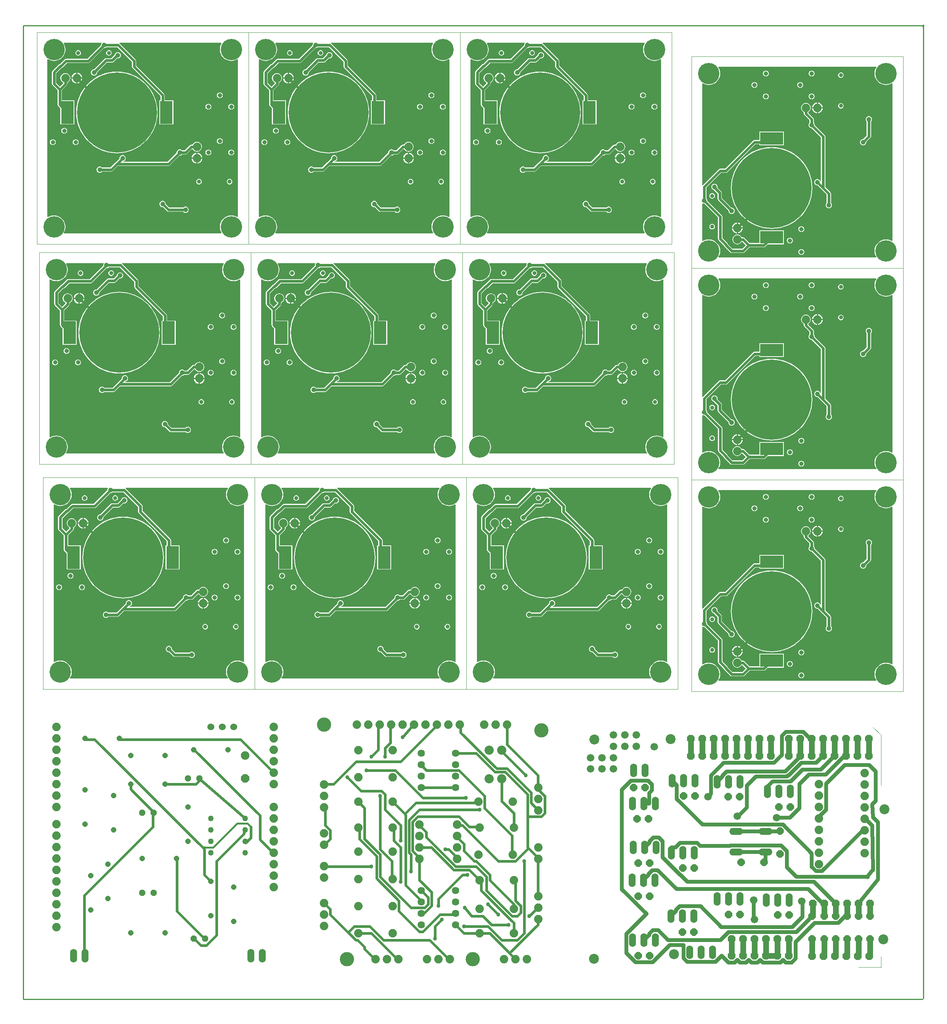
<source format=gbl>
%FSTAX23Y23*%
%MOIN*%
%SFA1B1*%

%IPPOS*%
%AMD48*
4,1,8,-0.013300,0.032000,-0.032000,0.013300,-0.032000,-0.013300,-0.013300,-0.032000,0.013300,-0.032000,0.032000,-0.013300,0.032000,0.013300,0.013300,0.032000,-0.013300,0.032000,0.0*
%
%AMD49*
4,1,8,-0.032000,-0.013300,-0.013300,-0.032000,0.013300,-0.032000,0.032000,-0.013300,0.032000,0.013300,0.013300,0.032000,-0.013300,0.032000,-0.032000,0.013300,-0.032000,-0.013300,0.0*
%
%AMD51*
4,1,8,-0.033900,-0.014100,-0.014100,-0.033900,0.014100,-0.033900,0.033900,-0.014100,0.033900,0.014100,0.014100,0.033900,-0.014100,0.033900,-0.033900,0.014100,-0.033900,-0.014100,0.0*
%
%AMD57*
4,1,8,0.023200,0.009600,0.009600,0.023200,-0.009600,0.023200,-0.023200,0.009600,-0.023200,-0.009600,-0.009600,-0.023200,0.009600,-0.023200,0.023200,-0.009600,0.023200,0.009600,0.0*
%
%AMD58*
4,1,8,-0.009600,0.023200,-0.023200,0.009600,-0.023200,-0.009600,-0.009600,-0.023200,0.009600,-0.023200,0.023200,-0.009600,0.023200,0.009600,0.009600,0.023200,-0.009600,0.023200,0.0*
%
%AMD61*
4,1,8,-0.011200,0.027100,-0.027100,0.011200,-0.027100,-0.011200,-0.011200,-0.027100,0.011200,-0.027100,0.027100,-0.011200,0.027100,0.011200,0.011200,0.027100,-0.011200,0.027100,0.0*
%
%AMD62*
4,1,8,0.036300,0.015100,0.015100,0.036300,-0.015100,0.036300,-0.036300,0.015100,-0.036300,-0.015100,-0.015100,-0.036300,0.015100,-0.036300,0.036300,-0.015100,0.036300,0.015100,0.0*
%
%AMD67*
4,1,8,0.000000,0.350000,0.000000,0.350000,-0.350000,0.000000,-0.350000,0.000000,0.000000,-0.350000,0.000000,-0.350000,0.350000,0.000000,0.350000,0.000000,0.000000,0.350000,0.0*
1,1,0.700000,0.000000,0.000000*
1,1,0.700000,0.000000,0.000000*
1,1,0.700000,0.000000,0.000000*
1,1,0.700000,0.000000,0.000000*
%
%AMD69*
4,1,8,-0.350000,0.000000,-0.350000,0.000000,0.000000,-0.350000,0.000000,-0.350000,0.350000,0.000000,0.350000,0.000000,0.000000,0.350000,0.000000,0.350000,-0.350000,0.000000,0.0*
1,1,0.700000,0.000000,0.000000*
1,1,0.700000,0.000000,0.000000*
1,1,0.700000,0.000000,0.000000*
1,1,0.700000,0.000000,0.000000*
%
%ADD28C,0.024016*%
%ADD29C,0.015984*%
%ADD31C,0.010000*%
%ADD32C,0.032008*%
%ADD33C,0.050000*%
%ADD41C,0.000000*%
%ADD42C,0.074016*%
%ADD43C,0.035433*%
%ADD44C,0.038386*%
%ADD45C,0.187008*%
%ADD46C,0.065984*%
%ADD47O,0.060000X0.120000*%
G04~CAMADD=48~4~0.0~0.0~639.1~639.1~0.0~187.2~0~0.0~0.0~0.0~0.0~0~0.0~0.0~0.0~0.0~0~0.0~0.0~0.0~45.0~639.1~639.1*
%ADD48D48*%
G04~CAMADD=49~4~0.0~0.0~639.1~639.1~0.0~187.2~0~0.0~0.0~0.0~0.0~0~0.0~0.0~0.0~0.0~0~0.0~0.0~0.0~135.0~639.1~639.1*
%ADD49D49*%
%ADD50O,0.120000X0.060000*%
G04~CAMADD=51~4~0.0~0.0~677.6~677.6~0.0~198.5~0~0.0~0.0~0.0~0.0~0~0.0~0.0~0.0~0.0~0~0.0~0.0~0.0~135.0~677.6~677.6*
%ADD51D51*%
%ADD52C,0.086614*%
%ADD53C,0.064016*%
%ADD54C,0.075000*%
%ADD55C,0.080000*%
%ADD56C,0.125000*%
G04~CAMADD=57~4~0.0~0.0~464.8~464.8~0.0~136.2~0~0.0~0.0~0.0~0.0~0~0.0~0.0~0.0~0.0~0~0.0~0.0~0.0~315.0~464.8~464.8*
%ADD57D57*%
G04~CAMADD=58~4~0.0~0.0~464.8~464.8~0.0~136.2~0~0.0~0.0~0.0~0.0~0~0.0~0.0~0.0~0.0~0~0.0~0.0~0.0~45.0~464.8~464.8*
%ADD58D58*%
%ADD59C,0.060000*%
%ADD60C,0.050000*%
G04~CAMADD=61~4~0.0~0.0~542.3~542.3~0.0~158.8~0~0.0~0.0~0.0~0.0~0~0.0~0.0~0.0~0.0~0~0.0~0.0~0.0~45.0~542.3~542.3*
%ADD61D61*%
G04~CAMADD=62~4~0.0~0.0~726.4~726.4~0.0~212.7~0~0.0~0.0~0.0~0.0~0~0.0~0.0~0.0~0.0~0~0.0~0.0~0.0~315.0~726.4~726.4*
%ADD62D62*%
%ADD63C,0.041575*%
%ADD65C,0.034016*%
%ADD66R,0.109842X0.200000*%
G04~CAMADD=67~8~0.0~0.0~7000.0~7000.0~3500.0~0.0~15~0.0~0.0~0.0~0.0~0~0.0~0.0~0.0~0.0~0~0.0~0.0~0.0~0.0~7000.0~7000.0*
%ADD67D67*%
%ADD68R,0.200000X0.109842*%
G04~CAMADD=69~8~0.0~0.0~7000.0~7000.0~3500.0~0.0~15~0.0~0.0~0.0~0.0~0~0.0~0.0~0.0~0.0~0~0.0~0.0~0.0~90.0~7000.0~6999.0*
%ADD69D69*%
%LNmergedpcbs-1*%
%LPD*%
G36*
X39185Y28152D02*
X39177Y28138D01*
X39171Y28119*
X3917Y281*
X39171Y2808*
X39177Y28061*
X39186Y28044*
X39199Y28029*
X39214Y28016*
X39231Y28007*
X3925Y28001*
X3927Y28*
X39289Y28001*
X39308Y28007*
X39322Y28015*
X39327Y28012*
Y2675*
Y26637*
X39322Y26634*
X39308Y26642*
X39289Y26648*
X3927Y2665*
X3925Y26648*
X39231Y26642*
X39214Y26633*
X39199Y2662*
X39186Y26605*
X39177Y26588*
X39171Y26569*
X3917Y2655*
X39171Y2653*
X39177Y26511*
X39185Y26497*
X39182Y26492*
X37807*
X37804Y26497*
X37812Y26511*
X37818Y2653*
X3782Y2655*
X37818Y26569*
X37812Y26588*
X37803Y26605*
X3779Y2662*
X37775Y26633*
X37758Y26642*
X37739Y26648*
X3772Y2665*
X377Y26648*
X37681Y26642*
X37667Y26634*
X37662Y26637*
Y279*
Y28*
Y2801*
X37662Y28012*
X37667Y28015*
X37681Y28007*
X377Y28001*
X3772Y28*
X37739Y28001*
X37758Y28007*
X37775Y28016*
X3779Y28029*
X37803Y28044*
X37812Y28061*
X37818Y2808*
X3782Y281*
X37818Y28119*
X37812Y28138*
X37804Y28152*
X37807Y28157*
X37809Y28157*
X38133*
X38135Y28153*
X38135Y28152*
X38132Y28146*
X38131Y28139*
X38131Y28137*
X38012Y28018*
X37825*
X37818Y28016*
X37812Y28012*
X37772Y27972*
X37767Y27971*
X37761Y27967*
X37707Y27912*
X37703Y27907*
X37701Y279*
Y278*
X37703Y27792*
X37707Y27787*
X37751Y27742*
Y27617*
X37753Y2761*
X37757Y27604*
X37776Y27584*
Y27444*
X37898*
Y27655*
X37788*
Y27742*
X37832Y27787*
X37836Y27792*
X37838Y278*
Y27811*
X37841Y27812*
X3785Y27819*
X37857Y27828*
X37861Y27838*
X37863Y2785*
X37861Y27861*
X37857Y27871*
X3785Y2788*
X37841Y27887*
X37831Y27891*
X3782Y27893*
X37808Y27891*
X37798Y27887*
X37789Y2788*
X37782Y27871*
X37778Y27861*
X37776Y2785*
X37778Y27838*
X37782Y27828*
X37789Y27819*
X37798Y27812*
X37799Y27811*
X378Y27806*
X3777Y27775*
X37738Y27807*
Y27892*
X37782Y27936*
X37787Y27937*
X37793Y27941*
X37833Y27981*
X3802*
X38027Y27983*
X38032Y27987*
X38158Y28112*
X38158Y28112*
X38165Y28113*
X38172Y28115*
X38177Y2812*
X38178Y2812*
X38273*
X38401Y27992*
Y2795*
X38403Y27942*
X38407Y27937*
X38651Y27692*
Y27655*
X38641*
Y27444*
X38763*
Y27655*
X38688*
Y277*
X38686Y27707*
X38682Y27712*
X38438Y27957*
Y28*
X38436Y28007*
X38432Y28012*
X38293Y28152*
X38292Y28152*
X38294Y28157*
X39182*
X39185Y28152*
G37*
G36*
X4119Y26167D02*
X41182Y26153D01*
X41176Y26134*
X41175Y26115*
X41176Y26095*
X41182Y26076*
X41191Y26059*
X41204Y26044*
X41219Y26031*
X41236Y26022*
X41255Y26016*
X41275Y26015*
X41294Y26016*
X41313Y26022*
X41327Y2603*
X41332Y26027*
Y24652*
X41327Y24649*
X41313Y24657*
X41294Y24663*
X41275Y24665*
X41255Y24663*
X41236Y24657*
X41219Y24648*
X41204Y24635*
X41191Y2462*
X41182Y24603*
X41176Y24584*
X41175Y24565*
X41176Y24545*
X41182Y24526*
X4119Y24512*
X41187Y24507*
X39814*
X39812Y24507*
X39809Y24512*
X39817Y24526*
X39823Y24545*
X39825Y24565*
X39823Y24584*
X39817Y24603*
X39808Y2462*
X39795Y24635*
X3978Y24648*
X39763Y24657*
X39744Y24663*
X39725Y24665*
X39705Y24663*
X39686Y24657*
X39672Y24649*
X39667Y24652*
X39667Y24654*
Y24978*
X39671Y2498*
X39672Y2498*
X39678Y24977*
X39685Y24976*
X39687Y24976*
X39806Y24857*
Y2467*
X39808Y24663*
X39812Y24657*
X39852Y24617*
X39853Y24612*
X39857Y24606*
X39912Y24552*
X39917Y24548*
X39925Y24546*
X40025*
X40032Y24548*
X40037Y24552*
X40082Y24596*
X40207*
X40214Y24598*
X4022Y24602*
X4024Y24621*
X4038*
Y24743*
X40169*
Y24633*
X40082*
X40037Y24677*
X40032Y24681*
X40025Y24683*
X40013*
X40012Y24686*
X40005Y24695*
X39996Y24702*
X39986Y24706*
X39975Y24708*
X39963Y24706*
X39953Y24702*
X39944Y24695*
X39937Y24686*
X39933Y24676*
X39931Y24665*
X39933Y24653*
X39937Y24643*
X39944Y24634*
X39953Y24627*
X39963Y24623*
X39975Y24621*
X39986Y24623*
X39996Y24627*
X40005Y24634*
X40012Y24643*
X40013Y24644*
X40018Y24645*
X40049Y24615*
X40017Y24583*
X39932*
X39888Y24627*
X39887Y24632*
X39883Y24638*
X39843Y24678*
Y24865*
X39841Y24872*
X39837Y24877*
X39712Y25003*
X39712Y25003*
X39711Y2501*
X39709Y25017*
X39704Y25022*
X39704Y25023*
Y25118*
X39832Y25246*
X39875*
X39882Y25248*
X39887Y25252*
X40132Y25496*
X40169*
Y25486*
X4038*
Y25608*
X40169*
Y25533*
X40125*
X40117Y25531*
X40112Y25527*
X39867Y25283*
X39825*
X39817Y25281*
X39812Y25277*
X39672Y25138*
X39672Y25137*
X39667Y25139*
Y26027*
X39672Y2603*
X39686Y26022*
X39705Y26016*
X39725Y26015*
X39744Y26016*
X39763Y26022*
X3978Y26031*
X39795Y26044*
X39808Y26059*
X39817Y26076*
X39823Y26095*
X39825Y26115*
X39823Y26134*
X39817Y26153*
X39809Y26167*
X39812Y26172*
X41187*
X4119Y26167*
G37*
G36*
X35485Y28152D02*
X35477Y28138D01*
X35471Y28119*
X3547Y281*
X35471Y2808*
X35477Y28061*
X35486Y28044*
X35499Y28029*
X35514Y28016*
X35531Y28007*
X3555Y28001*
X3557Y28*
X35589Y28001*
X35608Y28007*
X35622Y28015*
X35627Y28012*
Y2675*
Y26637*
X35622Y26634*
X35608Y26642*
X35589Y26648*
X3557Y2665*
X3555Y26648*
X35531Y26642*
X35514Y26633*
X35499Y2662*
X35486Y26605*
X35477Y26588*
X35471Y26569*
X3547Y2655*
X35471Y2653*
X35477Y26511*
X35485Y26497*
X35482Y26492*
X34107*
X34104Y26497*
X34112Y26511*
X34118Y2653*
X3412Y2655*
X34118Y26569*
X34112Y26588*
X34103Y26605*
X3409Y2662*
X34075Y26633*
X34058Y26642*
X34039Y26648*
X3402Y2665*
X34Y26648*
X33981Y26642*
X33967Y26634*
X33962Y26637*
Y279*
Y28*
Y2801*
X33962Y28012*
X33967Y28015*
X33981Y28007*
X34Y28001*
X3402Y28*
X34039Y28001*
X34058Y28007*
X34075Y28016*
X3409Y28029*
X34103Y28044*
X34112Y28061*
X34118Y2808*
X3412Y281*
X34118Y28119*
X34112Y28138*
X34104Y28152*
X34107Y28157*
X34109Y28157*
X34433*
X34435Y28153*
X34435Y28152*
X34432Y28146*
X34431Y28139*
X34431Y28137*
X34312Y28018*
X34125*
X34118Y28016*
X34112Y28012*
X34072Y27972*
X34067Y27971*
X34061Y27967*
X34007Y27912*
X34003Y27907*
X34001Y279*
Y278*
X34003Y27792*
X34007Y27787*
X34051Y27742*
Y27617*
X34053Y2761*
X34057Y27604*
X34076Y27584*
Y27444*
X34198*
Y27655*
X34088*
Y27742*
X34132Y27787*
X34136Y27792*
X34138Y278*
Y27811*
X34141Y27812*
X3415Y27819*
X34157Y27828*
X34161Y27838*
X34163Y2785*
X34161Y27861*
X34157Y27871*
X3415Y2788*
X34141Y27887*
X34131Y27891*
X3412Y27893*
X34108Y27891*
X34098Y27887*
X34089Y2788*
X34082Y27871*
X34078Y27861*
X34076Y2785*
X34078Y27838*
X34082Y27828*
X34089Y27819*
X34098Y27812*
X34099Y27811*
X341Y27806*
X3407Y27775*
X34038Y27807*
Y27892*
X34082Y27936*
X34087Y27937*
X34093Y27941*
X34133Y27981*
X3432*
X34327Y27983*
X34332Y27987*
X34458Y28112*
X34458Y28112*
X34465Y28113*
X34472Y28115*
X34477Y2812*
X34478Y2812*
X34573*
X34701Y27992*
Y2795*
X34703Y27942*
X34707Y27937*
X34951Y27692*
Y27655*
X34941*
Y27444*
X35063*
Y27655*
X34988*
Y277*
X34986Y27707*
X34982Y27712*
X34738Y27957*
Y28*
X34736Y28007*
X34732Y28012*
X34593Y28152*
X34592Y28152*
X34594Y28157*
X35482*
X35485Y28152*
G37*
G36*
X37335D02*
X37327Y28138D01*
X37321Y28119*
X3732Y281*
X37321Y2808*
X37327Y28061*
X37336Y28044*
X37349Y28029*
X37364Y28016*
X37381Y28007*
X374Y28001*
X3742Y28*
X37439Y28001*
X37458Y28007*
X37472Y28015*
X37477Y28012*
Y2675*
Y26637*
X37472Y26634*
X37458Y26642*
X37439Y26648*
X3742Y2665*
X374Y26648*
X37381Y26642*
X37364Y26633*
X37349Y2662*
X37336Y26605*
X37327Y26588*
X37321Y26569*
X3732Y2655*
X37321Y2653*
X37327Y26511*
X37335Y26497*
X37332Y26492*
X35957*
X35954Y26497*
X35962Y26511*
X35968Y2653*
X3597Y2655*
X35968Y26569*
X35962Y26588*
X35953Y26605*
X3594Y2662*
X35925Y26633*
X35908Y26642*
X35889Y26648*
X3587Y2665*
X3585Y26648*
X35831Y26642*
X35817Y26634*
X35812Y26637*
Y279*
Y28*
Y2801*
X35812Y28012*
X35817Y28015*
X35831Y28007*
X3585Y28001*
X3587Y28*
X35889Y28001*
X35908Y28007*
X35925Y28016*
X3594Y28029*
X35953Y28044*
X35962Y28061*
X35968Y2808*
X3597Y281*
X35968Y28119*
X35962Y28138*
X35954Y28152*
X35957Y28157*
X35959Y28157*
X36283*
X36285Y28153*
X36285Y28152*
X36282Y28146*
X36281Y28139*
X36281Y28137*
X36162Y28018*
X35975*
X35968Y28016*
X35962Y28012*
X35922Y27972*
X35917Y27971*
X35911Y27967*
X35857Y27912*
X35853Y27907*
X35851Y279*
Y278*
X35853Y27792*
X35857Y27787*
X35901Y27742*
Y27617*
X35903Y2761*
X35907Y27604*
X35926Y27584*
Y27444*
X36048*
Y27655*
X35938*
Y27742*
X35982Y27787*
X35986Y27792*
X35988Y278*
Y27811*
X35991Y27812*
X36Y27819*
X36007Y27828*
X36011Y27838*
X36013Y2785*
X36011Y27861*
X36007Y27871*
X36Y2788*
X35991Y27887*
X35981Y27891*
X3597Y27893*
X35958Y27891*
X35948Y27887*
X35939Y2788*
X35932Y27871*
X35928Y27861*
X35926Y2785*
X35928Y27838*
X35932Y27828*
X35939Y27819*
X35948Y27812*
X35949Y27811*
X3595Y27806*
X3592Y27775*
X35888Y27807*
Y27892*
X35932Y27936*
X35937Y27937*
X35943Y27941*
X35983Y27981*
X3617*
X36177Y27983*
X36182Y27987*
X36308Y28112*
X36308Y28112*
X36315Y28113*
X36322Y28115*
X36327Y2812*
X36328Y2812*
X36423*
X36551Y27992*
Y2795*
X36553Y27942*
X36557Y27937*
X36801Y27692*
Y27655*
X36791*
Y27444*
X36913*
Y27655*
X36838*
Y277*
X36836Y27707*
X36832Y27712*
X36588Y27957*
Y28*
X36586Y28007*
X36582Y28012*
X36443Y28152*
X36442Y28152*
X36444Y28157*
X37332*
X37335Y28152*
G37*
G36*
X4119Y29867D02*
X41182Y29853D01*
X41176Y29834*
X41175Y29815*
X41176Y29795*
X41182Y29776*
X41191Y29759*
X41204Y29744*
X41219Y29731*
X41236Y29722*
X41255Y29716*
X41275Y29715*
X41294Y29716*
X41313Y29722*
X41327Y2973*
X41332Y29727*
Y28352*
X41327Y28349*
X41313Y28357*
X41294Y28363*
X41275Y28365*
X41255Y28363*
X41236Y28357*
X41219Y28348*
X41204Y28335*
X41191Y2832*
X41182Y28303*
X41176Y28284*
X41175Y28265*
X41176Y28245*
X41182Y28226*
X4119Y28212*
X41187Y28207*
X39814*
X39812Y28207*
X39809Y28212*
X39817Y28226*
X39823Y28245*
X39825Y28265*
X39823Y28284*
X39817Y28303*
X39808Y2832*
X39795Y28335*
X3978Y28348*
X39763Y28357*
X39744Y28363*
X39725Y28365*
X39705Y28363*
X39686Y28357*
X39672Y28349*
X39667Y28352*
X39667Y28354*
Y28678*
X39671Y2868*
X39672Y2868*
X39678Y28677*
X39685Y28676*
X39687Y28676*
X39806Y28557*
Y2837*
X39808Y28363*
X39812Y28357*
X39852Y28317*
X39853Y28312*
X39857Y28306*
X39912Y28252*
X39917Y28248*
X39925Y28246*
X40025*
X40032Y28248*
X40037Y28252*
X40082Y28296*
X40207*
X40214Y28298*
X4022Y28302*
X4024Y28321*
X4038*
Y28443*
X40169*
Y28333*
X40082*
X40037Y28377*
X40032Y28381*
X40025Y28383*
X40013*
X40012Y28386*
X40005Y28395*
X39996Y28402*
X39986Y28406*
X39975Y28408*
X39963Y28406*
X39953Y28402*
X39944Y28395*
X39937Y28386*
X39933Y28376*
X39931Y28365*
X39933Y28353*
X39937Y28343*
X39944Y28334*
X39953Y28327*
X39963Y28323*
X39975Y28321*
X39986Y28323*
X39996Y28327*
X40005Y28334*
X40012Y28343*
X40013Y28344*
X40018Y28345*
X40049Y28315*
X40017Y28283*
X39932*
X39888Y28327*
X39887Y28332*
X39883Y28338*
X39843Y28378*
Y28565*
X39841Y28572*
X39837Y28577*
X39712Y28703*
X39712Y28703*
X39711Y2871*
X39709Y28717*
X39704Y28722*
X39704Y28723*
Y28818*
X39832Y28946*
X39875*
X39882Y28948*
X39887Y28952*
X40132Y29196*
X40169*
Y29186*
X4038*
Y29308*
X40169*
Y29233*
X40125*
X40117Y29231*
X40112Y29227*
X39867Y28983*
X39825*
X39817Y28981*
X39812Y28977*
X39672Y28838*
X39672Y28837*
X39667Y28839*
Y29727*
X39672Y2973*
X39686Y29722*
X39705Y29716*
X39725Y29715*
X39744Y29716*
X39763Y29722*
X3978Y29731*
X39795Y29744*
X39808Y29759*
X39817Y29776*
X39823Y29795*
X39825Y29815*
X39823Y29834*
X39817Y29853*
X39809Y29867*
X39812Y29872*
X41187*
X4119Y29867*
G37*
G36*
X3552Y26187D02*
X35512Y26173D01*
X35506Y26154*
X35505Y26135*
X35506Y26115*
X35512Y26096*
X35521Y26079*
X35534Y26064*
X35549Y26051*
X35566Y26042*
X35585Y26036*
X35605Y26035*
X35624Y26036*
X35643Y26042*
X35657Y2605*
X35662Y26047*
Y24785*
Y24672*
X35657Y24669*
X35643Y24677*
X35624Y24683*
X35605Y24685*
X35585Y24683*
X35566Y24677*
X35549Y24668*
X35534Y24655*
X35521Y2464*
X35512Y24623*
X35506Y24604*
X35505Y24585*
X35506Y24565*
X35512Y24546*
X3552Y24532*
X35517Y24527*
X34142*
X34139Y24532*
X34147Y24546*
X34153Y24565*
X34155Y24585*
X34153Y24604*
X34147Y24623*
X34138Y2464*
X34125Y24655*
X3411Y24668*
X34093Y24677*
X34074Y24683*
X34055Y24685*
X34035Y24683*
X34016Y24677*
X34002Y24669*
X33997Y24672*
Y25935*
Y26035*
Y26045*
X33997Y26047*
X34002Y2605*
X34016Y26042*
X34035Y26036*
X34055Y26035*
X34074Y26036*
X34093Y26042*
X3411Y26051*
X34125Y26064*
X34138Y26079*
X34147Y26096*
X34153Y26115*
X34155Y26135*
X34153Y26154*
X34147Y26173*
X34139Y26187*
X34142Y26192*
X34144Y26192*
X34468*
X3447Y26188*
X3447Y26187*
X34467Y26181*
X34466Y26174*
X34466Y26172*
X34347Y26053*
X3416*
X34153Y26051*
X34147Y26047*
X34107Y26007*
X34102Y26006*
X34096Y26002*
X34042Y25947*
X34038Y25942*
X34036Y25935*
Y25835*
X34038Y25827*
X34042Y25822*
X34086Y25777*
Y25652*
X34088Y25645*
X34092Y25639*
X34111Y25619*
Y25479*
X34233*
Y2569*
X34123*
Y25777*
X34167Y25822*
X34171Y25827*
X34173Y25835*
Y25846*
X34176Y25847*
X34185Y25854*
X34192Y25863*
X34196Y25873*
X34198Y25885*
X34196Y25896*
X34192Y25906*
X34185Y25915*
X34176Y25922*
X34166Y25926*
X34155Y25928*
X34143Y25926*
X34133Y25922*
X34124Y25915*
X34117Y25906*
X34113Y25896*
X34111Y25885*
X34113Y25873*
X34117Y25863*
X34124Y25854*
X34133Y25847*
X34134Y25846*
X34135Y25841*
X34105Y2581*
X34073Y25842*
Y25927*
X34117Y25971*
X34122Y25972*
X34128Y25976*
X34168Y26016*
X34355*
X34362Y26018*
X34367Y26022*
X34493Y26147*
X34493Y26147*
X345Y26148*
X34507Y2615*
X34512Y26155*
X34513Y26155*
X34608*
X34736Y26027*
Y25985*
X34738Y25977*
X34742Y25972*
X34986Y25727*
Y2569*
X34976*
Y25479*
X35098*
Y2569*
X35023*
Y25735*
X35021Y25742*
X35017Y25747*
X34773Y25992*
Y26035*
X34771Y26042*
X34767Y26047*
X34628Y26187*
X34627Y26187*
X34629Y26192*
X35517*
X3552Y26187*
G37*
G36*
X3922D02*
X39212Y26173D01*
X39206Y26154*
X39205Y26135*
X39206Y26115*
X39212Y26096*
X39221Y26079*
X39234Y26064*
X39249Y26051*
X39266Y26042*
X39285Y26036*
X39305Y26035*
X39324Y26036*
X39343Y26042*
X39357Y2605*
X39362Y26047*
Y24785*
Y24672*
X39357Y24669*
X39343Y24677*
X39324Y24683*
X39305Y24685*
X39285Y24683*
X39266Y24677*
X39249Y24668*
X39234Y24655*
X39221Y2464*
X39212Y24623*
X39206Y24604*
X39205Y24585*
X39206Y24565*
X39212Y24546*
X3922Y24532*
X39217Y24527*
X37842*
X37839Y24532*
X37847Y24546*
X37853Y24565*
X37855Y24585*
X37853Y24604*
X37847Y24623*
X37838Y2464*
X37825Y24655*
X3781Y24668*
X37793Y24677*
X37774Y24683*
X37755Y24685*
X37735Y24683*
X37716Y24677*
X37702Y24669*
X37697Y24672*
Y25935*
Y26035*
Y26045*
X37697Y26047*
X37702Y2605*
X37716Y26042*
X37735Y26036*
X37755Y26035*
X37774Y26036*
X37793Y26042*
X3781Y26051*
X37825Y26064*
X37838Y26079*
X37847Y26096*
X37853Y26115*
X37855Y26135*
X37853Y26154*
X37847Y26173*
X37839Y26187*
X37842Y26192*
X37844Y26192*
X38168*
X3817Y26188*
X3817Y26187*
X38167Y26181*
X38166Y26174*
X38166Y26172*
X38047Y26053*
X3786*
X37853Y26051*
X37847Y26047*
X37807Y26007*
X37802Y26006*
X37796Y26002*
X37742Y25947*
X37738Y25942*
X37736Y25935*
Y25835*
X37738Y25827*
X37742Y25822*
X37786Y25777*
Y25652*
X37788Y25645*
X37792Y25639*
X37811Y25619*
Y25479*
X37933*
Y2569*
X37823*
Y25777*
X37867Y25822*
X37871Y25827*
X37873Y25835*
Y25846*
X37876Y25847*
X37885Y25854*
X37892Y25863*
X37896Y25873*
X37898Y25885*
X37896Y25896*
X37892Y25906*
X37885Y25915*
X37876Y25922*
X37866Y25926*
X37855Y25928*
X37843Y25926*
X37833Y25922*
X37824Y25915*
X37817Y25906*
X37813Y25896*
X37811Y25885*
X37813Y25873*
X37817Y25863*
X37824Y25854*
X37833Y25847*
X37834Y25846*
X37835Y25841*
X37805Y2581*
X37773Y25842*
Y25927*
X37817Y25971*
X37822Y25972*
X37828Y25976*
X37868Y26016*
X38055*
X38062Y26018*
X38067Y26022*
X38193Y26147*
X38193Y26147*
X382Y26148*
X38207Y2615*
X38212Y26155*
X38213Y26155*
X38308*
X38436Y26027*
Y25985*
X38438Y25977*
X38442Y25972*
X38686Y25727*
Y2569*
X38676*
Y25479*
X38798*
Y2569*
X38723*
Y25735*
X38721Y25742*
X38717Y25747*
X38473Y25992*
Y26035*
X38471Y26042*
X38467Y26047*
X38328Y26187*
X38327Y26187*
X38329Y26192*
X39217*
X3922Y26187*
G37*
G36*
X3737D02*
X37362Y26173D01*
X37356Y26154*
X37355Y26135*
X37356Y26115*
X37362Y26096*
X37371Y26079*
X37384Y26064*
X37399Y26051*
X37416Y26042*
X37435Y26036*
X37455Y26035*
X37474Y26036*
X37493Y26042*
X37507Y2605*
X37512Y26047*
Y24785*
Y24672*
X37507Y24669*
X37493Y24677*
X37474Y24683*
X37455Y24685*
X37435Y24683*
X37416Y24677*
X37399Y24668*
X37384Y24655*
X37371Y2464*
X37362Y24623*
X37356Y24604*
X37355Y24585*
X37356Y24565*
X37362Y24546*
X3737Y24532*
X37367Y24527*
X35992*
X35989Y24532*
X35997Y24546*
X36003Y24565*
X36005Y24585*
X36003Y24604*
X35997Y24623*
X35988Y2464*
X35975Y24655*
X3596Y24668*
X35943Y24677*
X35924Y24683*
X35905Y24685*
X35885Y24683*
X35866Y24677*
X35852Y24669*
X35847Y24672*
Y25935*
Y26035*
Y26045*
X35847Y26047*
X35852Y2605*
X35866Y26042*
X35885Y26036*
X35905Y26035*
X35924Y26036*
X35943Y26042*
X3596Y26051*
X35975Y26064*
X35988Y26079*
X35997Y26096*
X36003Y26115*
X36005Y26135*
X36003Y26154*
X35997Y26173*
X35989Y26187*
X35992Y26192*
X35994Y26192*
X36318*
X3632Y26188*
X3632Y26187*
X36317Y26181*
X36316Y26174*
X36316Y26172*
X36197Y26053*
X3601*
X36003Y26051*
X35997Y26047*
X35957Y26007*
X35952Y26006*
X35946Y26002*
X35892Y25947*
X35888Y25942*
X35886Y25935*
Y25835*
X35888Y25827*
X35892Y25822*
X35936Y25777*
Y25652*
X35938Y25645*
X35942Y25639*
X35961Y25619*
Y25479*
X36083*
Y2569*
X35973*
Y25777*
X36017Y25822*
X36021Y25827*
X36023Y25835*
Y25846*
X36026Y25847*
X36035Y25854*
X36042Y25863*
X36046Y25873*
X36048Y25885*
X36046Y25896*
X36042Y25906*
X36035Y25915*
X36026Y25922*
X36016Y25926*
X36005Y25928*
X35993Y25926*
X35983Y25922*
X35974Y25915*
X35967Y25906*
X35963Y25896*
X35961Y25885*
X35963Y25873*
X35967Y25863*
X35974Y25854*
X35983Y25847*
X35984Y25846*
X35985Y25841*
X35955Y2581*
X35923Y25842*
Y25927*
X35967Y25971*
X35972Y25972*
X35978Y25976*
X36018Y26016*
X36205*
X36212Y26018*
X36217Y26022*
X36343Y26147*
X36343Y26147*
X3635Y26148*
X36357Y2615*
X36362Y26155*
X36363Y26155*
X36458*
X36586Y26027*
Y25985*
X36588Y25977*
X36592Y25972*
X36836Y25727*
Y2569*
X36826*
Y25479*
X36948*
Y2569*
X36873*
Y25735*
X36871Y25742*
X36867Y25747*
X36623Y25992*
Y26035*
X36621Y26042*
X36617Y26047*
X36478Y26187*
X36477Y26187*
X36479Y26192*
X37367*
X3737Y26187*
G37*
G36*
X35465Y30077D02*
X35457Y30063D01*
X35451Y30044*
X3545Y30025*
X35451Y30005*
X35457Y29986*
X35466Y29969*
X35479Y29954*
X35494Y29941*
X35511Y29932*
X3553Y29926*
X3555Y29925*
X35569Y29926*
X35588Y29932*
X35602Y2994*
X35607Y29937*
Y28675*
Y28562*
X35602Y28559*
X35588Y28567*
X35569Y28573*
X3555Y28575*
X3553Y28573*
X35511Y28567*
X35494Y28558*
X35479Y28545*
X35466Y2853*
X35457Y28513*
X35451Y28494*
X3545Y28475*
X35451Y28455*
X35457Y28436*
X35465Y28422*
X35462Y28417*
X34087*
X34084Y28422*
X34092Y28436*
X34098Y28455*
X341Y28475*
X34098Y28494*
X34092Y28513*
X34083Y2853*
X3407Y28545*
X34055Y28558*
X34038Y28567*
X34019Y28573*
X34Y28575*
X3398Y28573*
X33961Y28567*
X33947Y28559*
X33942Y28562*
Y29825*
Y29925*
Y29935*
X33942Y29937*
X33947Y2994*
X33961Y29932*
X3398Y29926*
X34Y29925*
X34019Y29926*
X34038Y29932*
X34055Y29941*
X3407Y29954*
X34083Y29969*
X34092Y29986*
X34098Y30005*
X341Y30025*
X34098Y30044*
X34092Y30063*
X34084Y30077*
X34087Y30082*
X34089Y30082*
X34413*
X34415Y30078*
X34415Y30077*
X34412Y30071*
X34411Y30064*
X34411Y30062*
X34292Y29943*
X34105*
X34098Y29941*
X34092Y29937*
X34052Y29897*
X34047Y29896*
X34041Y29892*
X33987Y29837*
X33983Y29832*
X33981Y29825*
Y29725*
X33983Y29717*
X33987Y29712*
X34031Y29667*
Y29542*
X34033Y29535*
X34037Y29529*
X34056Y29509*
Y29369*
X34178*
Y2958*
X34068*
Y29667*
X34112Y29712*
X34116Y29717*
X34118Y29725*
Y29736*
X34121Y29737*
X3413Y29744*
X34137Y29753*
X34141Y29763*
X34143Y29775*
X34141Y29786*
X34137Y29796*
X3413Y29805*
X34121Y29812*
X34111Y29816*
X341Y29818*
X34088Y29816*
X34078Y29812*
X34069Y29805*
X34062Y29796*
X34058Y29786*
X34056Y29775*
X34058Y29763*
X34062Y29753*
X34069Y29744*
X34078Y29737*
X34079Y29736*
X3408Y29731*
X3405Y297*
X34018Y29732*
Y29817*
X34062Y29861*
X34067Y29862*
X34073Y29866*
X34113Y29906*
X343*
X34307Y29908*
X34312Y29912*
X34438Y30037*
X34438Y30037*
X34445Y30038*
X34452Y3004*
X34457Y30045*
X34458Y30045*
X34553*
X34681Y29917*
Y29875*
X34683Y29867*
X34687Y29862*
X34931Y29617*
Y2958*
X34921*
Y29369*
X35043*
Y2958*
X34968*
Y29625*
X34966Y29632*
X34962Y29637*
X34718Y29882*
Y29925*
X34716Y29932*
X34712Y29937*
X34573Y30077*
X34572Y30077*
X34574Y30082*
X35462*
X35465Y30077*
G37*
G36*
X4119Y28017D02*
X41182Y28003D01*
X41176Y27984*
X41175Y27965*
X41176Y27945*
X41182Y27926*
X41191Y27909*
X41204Y27894*
X41219Y27881*
X41236Y27872*
X41255Y27866*
X41275Y27865*
X41294Y27866*
X41313Y27872*
X41327Y2788*
X41332Y27877*
Y26502*
X41327Y26499*
X41313Y26507*
X41294Y26513*
X41275Y26515*
X41255Y26513*
X41236Y26507*
X41219Y26498*
X41204Y26485*
X41191Y2647*
X41182Y26453*
X41176Y26434*
X41175Y26415*
X41176Y26395*
X41182Y26376*
X4119Y26362*
X41187Y26357*
X39814*
X39812Y26357*
X39809Y26362*
X39817Y26376*
X39823Y26395*
X39825Y26415*
X39823Y26434*
X39817Y26453*
X39808Y2647*
X39795Y26485*
X3978Y26498*
X39763Y26507*
X39744Y26513*
X39725Y26515*
X39705Y26513*
X39686Y26507*
X39672Y26499*
X39667Y26502*
X39667Y26504*
Y26828*
X39671Y2683*
X39672Y2683*
X39678Y26827*
X39685Y26826*
X39687Y26826*
X39806Y26707*
Y2652*
X39808Y26513*
X39812Y26507*
X39852Y26467*
X39853Y26462*
X39857Y26456*
X39912Y26402*
X39917Y26398*
X39925Y26396*
X40025*
X40032Y26398*
X40037Y26402*
X40082Y26446*
X40207*
X40214Y26448*
X4022Y26452*
X4024Y26471*
X4038*
Y26593*
X40169*
Y26483*
X40082*
X40037Y26527*
X40032Y26531*
X40025Y26533*
X40013*
X40012Y26536*
X40005Y26545*
X39996Y26552*
X39986Y26556*
X39975Y26558*
X39963Y26556*
X39953Y26552*
X39944Y26545*
X39937Y26536*
X39933Y26526*
X39931Y26515*
X39933Y26503*
X39937Y26493*
X39944Y26484*
X39953Y26477*
X39963Y26473*
X39975Y26471*
X39986Y26473*
X39996Y26477*
X40005Y26484*
X40012Y26493*
X40013Y26494*
X40018Y26495*
X40049Y26465*
X40017Y26433*
X39932*
X39888Y26477*
X39887Y26482*
X39883Y26488*
X39843Y26528*
Y26715*
X39841Y26722*
X39837Y26727*
X39712Y26853*
X39712Y26853*
X39711Y2686*
X39709Y26867*
X39704Y26872*
X39704Y26873*
Y26968*
X39832Y27096*
X39875*
X39882Y27098*
X39887Y27102*
X40132Y27346*
X40169*
Y27336*
X4038*
Y27458*
X40169*
Y27383*
X40125*
X40117Y27381*
X40112Y27377*
X39867Y27133*
X39825*
X39817Y27131*
X39812Y27127*
X39672Y26988*
X39672Y26987*
X39667Y26989*
Y27877*
X39672Y2788*
X39686Y27872*
X39705Y27866*
X39725Y27865*
X39744Y27866*
X39763Y27872*
X3978Y27881*
X39795Y27894*
X39808Y27909*
X39817Y27926*
X39823Y27945*
X39825Y27965*
X39823Y27984*
X39817Y28003*
X39809Y28017*
X39812Y28022*
X41187*
X4119Y28017*
G37*
G36*
X39165Y30077D02*
X39157Y30063D01*
X39151Y30044*
X3915Y30025*
X39151Y30005*
X39157Y29986*
X39166Y29969*
X39179Y29954*
X39194Y29941*
X39211Y29932*
X3923Y29926*
X3925Y29925*
X39269Y29926*
X39288Y29932*
X39302Y2994*
X39307Y29937*
Y28675*
Y28562*
X39302Y28559*
X39288Y28567*
X39269Y28573*
X3925Y28575*
X3923Y28573*
X39211Y28567*
X39194Y28558*
X39179Y28545*
X39166Y2853*
X39157Y28513*
X39151Y28494*
X3915Y28475*
X39151Y28455*
X39157Y28436*
X39165Y28422*
X39162Y28417*
X37787*
X37784Y28422*
X37792Y28436*
X37798Y28455*
X378Y28475*
X37798Y28494*
X37792Y28513*
X37783Y2853*
X3777Y28545*
X37755Y28558*
X37738Y28567*
X37719Y28573*
X377Y28575*
X3768Y28573*
X37661Y28567*
X37647Y28559*
X37642Y28562*
Y29825*
Y29925*
Y29935*
X37642Y29937*
X37647Y2994*
X37661Y29932*
X3768Y29926*
X377Y29925*
X37719Y29926*
X37738Y29932*
X37755Y29941*
X3777Y29954*
X37783Y29969*
X37792Y29986*
X37798Y30005*
X378Y30025*
X37798Y30044*
X37792Y30063*
X37784Y30077*
X37787Y30082*
X37789Y30082*
X38113*
X38115Y30078*
X38115Y30077*
X38112Y30071*
X38111Y30064*
X38111Y30062*
X37992Y29943*
X37805*
X37798Y29941*
X37792Y29937*
X37752Y29897*
X37747Y29896*
X37741Y29892*
X37687Y29837*
X37683Y29832*
X37681Y29825*
Y29725*
X37683Y29717*
X37687Y29712*
X37731Y29667*
Y29542*
X37733Y29535*
X37737Y29529*
X37756Y29509*
Y29369*
X37878*
Y2958*
X37768*
Y29667*
X37812Y29712*
X37816Y29717*
X37818Y29725*
Y29736*
X37821Y29737*
X3783Y29744*
X37837Y29753*
X37841Y29763*
X37843Y29775*
X37841Y29786*
X37837Y29796*
X3783Y29805*
X37821Y29812*
X37811Y29816*
X378Y29818*
X37788Y29816*
X37778Y29812*
X37769Y29805*
X37762Y29796*
X37758Y29786*
X37756Y29775*
X37758Y29763*
X37762Y29753*
X37769Y29744*
X37778Y29737*
X37779Y29736*
X3778Y29731*
X3775Y297*
X37718Y29732*
Y29817*
X37762Y29861*
X37767Y29862*
X37773Y29866*
X37813Y29906*
X38*
X38007Y29908*
X38012Y29912*
X38138Y30037*
X38138Y30037*
X38145Y30038*
X38152Y3004*
X38157Y30045*
X38158Y30045*
X38253*
X38381Y29917*
Y29875*
X38383Y29867*
X38387Y29862*
X38631Y29617*
Y2958*
X38621*
Y29369*
X38743*
Y2958*
X38668*
Y29625*
X38666Y29632*
X38662Y29637*
X38418Y29882*
Y29925*
X38416Y29932*
X38412Y29937*
X38273Y30077*
X38272Y30077*
X38274Y30082*
X39162*
X39165Y30077*
G37*
G36*
X37315D02*
X37307Y30063D01*
X37301Y30044*
X373Y30025*
X37301Y30005*
X37307Y29986*
X37316Y29969*
X37329Y29954*
X37344Y29941*
X37361Y29932*
X3738Y29926*
X374Y29925*
X37419Y29926*
X37438Y29932*
X37452Y2994*
X37457Y29937*
Y28675*
Y28562*
X37452Y28559*
X37438Y28567*
X37419Y28573*
X374Y28575*
X3738Y28573*
X37361Y28567*
X37344Y28558*
X37329Y28545*
X37316Y2853*
X37307Y28513*
X37301Y28494*
X373Y28475*
X37301Y28455*
X37307Y28436*
X37315Y28422*
X37312Y28417*
X35937*
X35934Y28422*
X35942Y28436*
X35948Y28455*
X3595Y28475*
X35948Y28494*
X35942Y28513*
X35933Y2853*
X3592Y28545*
X35905Y28558*
X35888Y28567*
X35869Y28573*
X3585Y28575*
X3583Y28573*
X35811Y28567*
X35797Y28559*
X35792Y28562*
Y29825*
Y29925*
Y29935*
X35792Y29937*
X35797Y2994*
X35811Y29932*
X3583Y29926*
X3585Y29925*
X35869Y29926*
X35888Y29932*
X35905Y29941*
X3592Y29954*
X35933Y29969*
X35942Y29986*
X35948Y30005*
X3595Y30025*
X35948Y30044*
X35942Y30063*
X35934Y30077*
X35937Y30082*
X35939Y30082*
X36263*
X36265Y30078*
X36265Y30077*
X36262Y30071*
X36261Y30064*
X36261Y30062*
X36142Y29943*
X35955*
X35948Y29941*
X35942Y29937*
X35902Y29897*
X35897Y29896*
X35891Y29892*
X35837Y29837*
X35833Y29832*
X35831Y29825*
Y29725*
X35833Y29717*
X35837Y29712*
X35881Y29667*
Y29542*
X35883Y29535*
X35887Y29529*
X35906Y29509*
Y29369*
X36028*
Y2958*
X35918*
Y29667*
X35962Y29712*
X35966Y29717*
X35968Y29725*
Y29736*
X35971Y29737*
X3598Y29744*
X35987Y29753*
X35991Y29763*
X35993Y29775*
X35991Y29786*
X35987Y29796*
X3598Y29805*
X35971Y29812*
X35961Y29816*
X3595Y29818*
X35938Y29816*
X35928Y29812*
X35919Y29805*
X35912Y29796*
X35908Y29786*
X35906Y29775*
X35908Y29763*
X35912Y29753*
X35919Y29744*
X35928Y29737*
X35929Y29736*
X3593Y29731*
X359Y297*
X35868Y29732*
Y29817*
X35912Y29861*
X35917Y29862*
X35923Y29866*
X35963Y29906*
X3615*
X36157Y29908*
X36162Y29912*
X36288Y30037*
X36288Y30037*
X36295Y30038*
X36302Y3004*
X36307Y30045*
X36308Y30045*
X36403*
X36531Y29917*
Y29875*
X36533Y29867*
X36537Y29862*
X36781Y29617*
Y2958*
X36771*
Y29369*
X36893*
Y2958*
X36818*
Y29625*
X36816Y29632*
X36812Y29637*
X36568Y29882*
Y29925*
X36566Y29932*
X36562Y29937*
X36423Y30077*
X36422Y30077*
X36424Y30082*
X37312*
X37315Y30077*
G37*
%LNmergedpcbs-2*%
%LPC*%
G36*
X3907Y27225D02*
X3906Y27223D01*
X39051Y27218*
X39046Y27209*
X39044Y272*
X39046Y2719*
X39051Y27181*
X3906Y27176*
X3907Y27174*
X39079Y27176*
X39088Y27181*
X39093Y2719*
X39095Y272*
X39093Y27209*
X39088Y27218*
X39079Y27223*
X3907Y27225*
G37*
G36*
X38965Y27196D02*
X38957Y27195D01*
X38946Y27191*
X38936Y27183*
X38928Y27173*
X38924Y27162*
X38923Y27155*
X38965*
Y27196*
G37*
G36*
X38975D02*
Y27155D01*
X39016*
X39015Y27162*
X39011Y27173*
X39003Y27183*
X38993Y27191*
X38982Y27195*
X38975Y27196*
G37*
G36*
X3927Y27225D02*
X3926Y27223D01*
X39251Y27218*
X39246Y27209*
X39244Y272*
X39246Y2719*
X39251Y27181*
X3926Y27176*
X3927Y27174*
X39279Y27176*
X39288Y27181*
X39293Y2719*
X39295Y272*
X39293Y27209*
X39288Y27218*
X39279Y27223*
X3927Y27225*
G37*
G36*
X3897Y27293D02*
X38958Y27291D01*
X38948Y27287*
X38939Y2728*
X38932Y27271*
X38931Y27268*
X3892*
X38912Y27266*
X38907Y27262*
X38862Y27218*
X38839*
X38839Y27219*
X38833Y27223*
X38827Y27226*
X3882Y27227*
X38812Y27226*
X38806Y27223*
X388Y27219*
X38796Y27213*
X38793Y27207*
X38792Y272*
X38793Y27199*
X38712Y27118*
X38323*
X38322Y27123*
X38327Y27123*
X38333Y27126*
X38339Y2713*
X38343Y27136*
X38346Y27142*
X38347Y2715*
X38346Y27157*
X38343Y27163*
X38339Y27169*
X38333Y27173*
X38327Y27176*
X3832Y27177*
X38312Y27176*
X38306Y27173*
X383Y27169*
X38296Y27163*
X38293Y27157*
X38292Y2715*
X38293Y27149*
X38257Y27112*
X38212Y27068*
X38139*
X38139Y27069*
X38133Y27073*
X38127Y27076*
X3812Y27077*
X38112Y27076*
X38106Y27073*
X381Y27069*
X38096Y27063*
X38093Y27057*
X38092Y2705*
X38093Y27042*
X38096Y27036*
X381Y2703*
X38106Y27026*
X38112Y27023*
X3812Y27022*
X38127Y27023*
X38133Y27026*
X38139Y2703*
X38139Y27031*
X3822*
X38227Y27033*
X38232Y27037*
X38277Y27081*
X3872*
X38727Y27083*
X38732Y27087*
X38819Y27173*
X3882Y27172*
X38827Y27173*
X38833Y27176*
X38839Y2718*
X38839Y27181*
X3887*
X38877Y27183*
X38882Y27187*
X38926Y2723*
X38931Y27229*
X38932Y27228*
X38939Y27219*
X38948Y27212*
X38958Y27208*
X3897Y27206*
X38981Y27208*
X38991Y27212*
X39Y27219*
X39007Y27228*
X39011Y27238*
X39013Y2725*
X39011Y27261*
X39007Y27271*
X39Y2728*
X38991Y27287*
X38981Y27291*
X3897Y27293*
G37*
G36*
X3827Y27906D02*
X38235Y27904D01*
X382Y27899*
X38166Y27891*
X38133Y27879*
X38101Y27864*
X38071Y27846*
X38043Y27825*
X38017Y27802*
X37994Y27776*
X37973Y27748*
X37955Y27718*
X3794Y27686*
X37928Y27653*
X3792Y27619*
X37915Y27584*
X37913Y2755*
X37915Y27515*
X3792Y2748*
X37928Y27446*
X3794Y27413*
X37955Y27381*
X37973Y27351*
X37994Y27323*
X38017Y27297*
X38043Y27274*
X38071Y27253*
X38101Y27235*
X38133Y2722*
X38166Y27208*
X382Y272*
X38235Y27195*
X3827Y27193*
X38304Y27195*
X38339Y272*
X38373Y27208*
X38406Y2722*
X38438Y27235*
X38468Y27253*
X38496Y27274*
X38522Y27297*
X38545Y27323*
X38566Y27351*
X38584Y27381*
X38599Y27413*
X38611Y27446*
X38619Y2748*
X38624Y27515*
X38626Y2755*
X38624Y27584*
X38619Y27619*
X38611Y27653*
X38599Y27686*
X38584Y27718*
X38566Y27748*
X38545Y27776*
X38522Y27802*
X38496Y27825*
X38468Y27846*
X38438Y27864*
X38406Y27879*
X38373Y27891*
X38339Y27899*
X38304Y27904*
X3827Y27906*
G37*
G36*
X3867Y26777D02*
X38662Y26776D01*
X38656Y26773*
X3865Y26769*
X38646Y26763*
X38643Y26757*
X38642Y2675*
X38643Y26742*
X38646Y26736*
X3865Y2673*
X38656Y26726*
X38662Y26723*
X3867Y26722*
X3867Y26723*
X38707Y26687*
X38712Y26683*
X3872Y26681*
X3885*
X3885Y2668*
X38856Y26676*
X38862Y26673*
X3887Y26672*
X38877Y26673*
X38883Y26676*
X38889Y2668*
X38893Y26686*
X38896Y26692*
X38897Y267*
X38896Y26707*
X38893Y26713*
X38889Y26719*
X38883Y26723*
X38877Y26726*
X3887Y26727*
X38862Y26726*
X38856Y26723*
X3885Y26719*
X3885Y26718*
X38727*
X38696Y26749*
X38697Y2675*
X38696Y26757*
X38693Y26763*
X38689Y26769*
X38683Y26773*
X38677Y26776*
X3867Y26777*
G37*
G36*
X38987Y26969D02*
X38978Y26967D01*
X3897Y26961*
X38965Y26954*
X38963Y26944*
X38965Y26935*
X3897Y26927*
X38978Y26922*
X38987Y2692*
X38996Y26922*
X39004Y26927*
X3901Y26935*
X39011Y26944*
X3901Y26954*
X39004Y26961*
X38996Y26967*
X38987Y26969*
G37*
G36*
X39016Y27145D02*
X38975D01*
Y27103*
X38982Y27104*
X38993Y27108*
X39003Y27116*
X39011Y27126*
X39015Y27137*
X39016Y27145*
G37*
G36*
X38965D02*
X38923D01*
X38924Y27137*
X38928Y27126*
X38936Y27116*
X38946Y27108*
X38957Y27104*
X38965Y27103*
Y27145*
G37*
G36*
X39255Y26969D02*
X39246Y26967D01*
X39238Y26961*
X39233Y26954*
X39231Y26944*
X39233Y26935*
X39238Y26927*
X39246Y26922*
X39255Y2692*
X39264Y26922*
X39272Y26927*
X39277Y26935*
X39279Y26944*
X39277Y26954*
X39272Y26961*
X39264Y26967*
X39255Y26969*
G37*
G36*
X3917Y27725D02*
X3916Y27723D01*
X39151Y27718*
X39146Y27709*
X39144Y277*
X39146Y2769*
X39151Y27681*
X3916Y27676*
X3917Y27674*
X39179Y27676*
X39188Y27681*
X39193Y2769*
X39195Y277*
X39193Y27709*
X39188Y27718*
X39179Y27723*
X3917Y27725*
G37*
G36*
X37915Y27845D02*
X37873D01*
X37874Y27837*
X37878Y27826*
X37886Y27816*
X37896Y27808*
X37907Y27804*
X37915Y27803*
Y27845*
G37*
G36*
Y27896D02*
X37907Y27895D01*
X37896Y27891*
X37886Y27883*
X37878Y27873*
X37874Y27862*
X37873Y27855*
X37915*
Y27896*
G37*
G36*
X37966Y27845D02*
X37925D01*
Y27803*
X37932Y27804*
X37943Y27808*
X37953Y27816*
X37961Y27826*
X37965Y27837*
X37966Y27845*
G37*
G36*
X3917Y27325D02*
X3916Y27323D01*
X39151Y27318*
X39146Y27309*
X39144Y273*
X39146Y2729*
X39151Y27281*
X3916Y27276*
X3917Y27274*
X39179Y27276*
X39188Y27281*
X39193Y2729*
X39195Y273*
X39193Y27309*
X39188Y27318*
X39179Y27323*
X3917Y27325*
G37*
G36*
X3781Y27415D02*
X378Y27413D01*
X37791Y27408*
X37786Y27399*
X37784Y2739*
X37786Y2738*
X37791Y27371*
X378Y27366*
X3781Y27364*
X37819Y27366*
X37828Y27371*
X37833Y2738*
X37835Y2739*
X37833Y27399*
X37828Y27408*
X37819Y27413*
X3781Y27415*
G37*
G36*
X3771Y27315D02*
X377Y27313D01*
X37691Y27308*
X37686Y27299*
X37684Y2729*
X37686Y2728*
X37691Y27271*
X377Y27266*
X3771Y27264*
X37719Y27266*
X37728Y27271*
X37733Y2728*
X37735Y2729*
X37733Y27299*
X37728Y27308*
X37719Y27313*
X3771Y27315*
G37*
G36*
X3791D02*
X379Y27313D01*
X37891Y27308*
X37886Y27299*
X37884Y2729*
X37886Y2728*
X37891Y27271*
X379Y27266*
X3791Y27264*
X37919Y27266*
X37928Y27271*
X37933Y2728*
X37935Y2729*
X37933Y27299*
X37928Y27308*
X37919Y27313*
X3791Y27315*
G37*
G36*
X3927Y27625D02*
X3926Y27623D01*
X39251Y27618*
X39246Y27609*
X39244Y276*
X39246Y2759*
X39251Y27581*
X3926Y27576*
X3927Y27574*
X39279Y27576*
X39288Y27581*
X39293Y2759*
X39295Y276*
X39293Y27609*
X39288Y27618*
X39279Y27623*
X3927Y27625*
G37*
G36*
X3907D02*
X3906Y27623D01*
X39051Y27618*
X39046Y27609*
X39044Y276*
X39046Y2759*
X39051Y27581*
X3906Y27576*
X3907Y27574*
X39079Y27576*
X39088Y27581*
X39093Y2759*
X39095Y276*
X39093Y27609*
X39088Y27618*
X39079Y27623*
X3907Y27625*
G37*
G36*
X38278Y28076D02*
X38271Y28075D01*
X38265Y28072*
X38259Y28068*
X38255Y28063*
X38252Y28056*
X38252Y28055*
X3822Y28022*
X38174*
X38167Y28021*
X38161Y28017*
X3807Y27926*
X3807Y27927*
X38062Y27926*
X38056Y27923*
X3805Y27919*
X38046Y27913*
X38043Y27907*
X38042Y279*
X38043Y27892*
X38046Y27886*
X3805Y2788*
X38056Y27876*
X38062Y27873*
X3807Y27872*
X38077Y27873*
X38083Y27876*
X38089Y2788*
X38093Y27886*
X38096Y27892*
X38097Y279*
X38096Y279*
X38181Y27985*
X38227*
X38231Y27986*
X38234Y27987*
X38237Y27989*
X3824Y27991*
X38272Y28023*
X38278Y28022*
X38285Y28023*
X38292Y28026*
X38298Y2803*
X38302Y28036*
X38305Y28042*
X38305Y28049*
X38305Y28056*
X38302Y28063*
X38298Y28068*
X38292Y28072*
X38285Y28075*
X38278Y28076*
G37*
G36*
X37925Y27896D02*
Y27855D01*
X37966*
X37965Y27862*
X37961Y27873*
X37953Y27883*
X37943Y27891*
X37932Y27895*
X37925Y27896*
G37*
G36*
X382Y28094D02*
X38191Y28092D01*
X38183Y28086*
X38178Y28079*
X38176Y28069*
X38178Y2806*
X38183Y28052*
X38191Y28047*
X382Y28045*
X38209Y28047*
X38217Y28052*
X38222Y2806*
X38224Y28069*
X38222Y28079*
X38217Y28086*
X38209Y28092*
X382Y28094*
G37*
G36*
X37932D02*
X37923Y28092D01*
X37915Y28086*
X3791Y28079*
X37908Y28069*
X3791Y2806*
X37915Y28052*
X37923Y28047*
X37932Y28045*
X37941Y28047*
X37949Y28052*
X37955Y2806*
X37956Y28069*
X37955Y28079*
X37949Y28086*
X37941Y28092*
X37932Y28094*
G37*
G36*
X40225Y2614D02*
X40215Y26138D01*
X40206Y26133*
X40201Y26124*
X40199Y26115*
X40201Y26105*
X40206Y26096*
X40215Y26091*
X40225Y26089*
X40234Y26091*
X40243Y26096*
X40248Y26105*
X4025Y26115*
X40248Y26124*
X40243Y26133*
X40234Y26138*
X40225Y2614*
G37*
G36*
X40625D02*
X40615Y26138D01*
X40606Y26133*
X40601Y26124*
X40599Y26115*
X40601Y26105*
X40606Y26096*
X40615Y26091*
X40625Y26089*
X40634Y26091*
X40643Y26096*
X40648Y26105*
X4065Y26115*
X40648Y26124*
X40643Y26133*
X40634Y26138*
X40625Y2614*
G37*
G36*
X40225Y2594D02*
X40215Y25938D01*
X40206Y25933*
X40201Y25924*
X40199Y25915*
X40201Y25905*
X40206Y25896*
X40215Y25891*
X40225Y25889*
X40234Y25891*
X40243Y25896*
X40248Y25905*
X4025Y25915*
X40248Y25924*
X40243Y25933*
X40234Y25938*
X40225Y2594*
G37*
G36*
X40625D02*
X40615Y25938D01*
X40606Y25933*
X40601Y25924*
X40599Y25915*
X40601Y25905*
X40606Y25896*
X40615Y25891*
X40625Y25889*
X40634Y25891*
X40643Y25896*
X40648Y25905*
X4065Y25915*
X40648Y25924*
X40643Y25933*
X40634Y25938*
X40625Y2594*
G37*
G36*
X4088Y26124D02*
X4087Y26122D01*
X40863Y26117*
X40857Y26109*
X40855Y261*
X40857Y26091*
X40863Y26083*
X4087Y26078*
X4088Y26076*
X40889Y26078*
X40897Y26083*
X40902Y26091*
X40904Y261*
X40902Y26109*
X40897Y26117*
X40889Y26122*
X4088Y26124*
G37*
G36*
X40525Y2604D02*
X40515Y26038D01*
X40506Y26033*
X40501Y26024*
X40499Y26015*
X40501Y26005*
X40506Y25996*
X40515Y25991*
X40525Y25989*
X40534Y25991*
X40543Y25996*
X40548Y26005*
X4055Y26015*
X40548Y26024*
X40543Y26033*
X40534Y26038*
X40525Y2604*
G37*
G36*
X40125D02*
X40115Y26038D01*
X40106Y26033*
X40101Y26024*
X40099Y26015*
X40101Y26005*
X40106Y25996*
X40115Y25991*
X40125Y25989*
X40134Y25991*
X40143Y25996*
X40148Y26005*
X4015Y26015*
X40148Y26024*
X40143Y26033*
X40134Y26038*
X40125Y2604*
G37*
G36*
X40575Y25858D02*
X40563Y25856D01*
X40553Y25852*
X40544Y25845*
X40537Y25836*
X40533Y25826*
X40531Y25815*
X40533Y25803*
X40537Y25793*
X40544Y25784*
X40553Y25777*
X40556Y25776*
Y25765*
X40558Y25757*
X40562Y25752*
X40606Y25707*
Y25684*
X40605Y25684*
X40601Y25678*
X40598Y25672*
X40597Y25665*
X40598Y25657*
X40601Y25651*
X40605Y25645*
X40611Y25641*
X40617Y25638*
X40625Y25637*
X40625Y25638*
X40706Y25557*
Y25168*
X40701Y25167*
X40701Y25172*
X40698Y25178*
X40694Y25184*
X40688Y25188*
X40682Y25191*
X40675Y25192*
X40667Y25191*
X40661Y25188*
X40655Y25184*
X40651Y25178*
X40648Y25172*
X40647Y25165*
X40648Y25157*
X40651Y25151*
X40655Y25145*
X40661Y25141*
X40667Y25138*
X40675Y25137*
X40675Y25138*
X40712Y25102*
X40756Y25057*
Y24984*
X40755Y24984*
X40751Y24978*
X40748Y24972*
X40747Y24965*
X40748Y24957*
X40751Y24951*
X40755Y24945*
X40761Y24941*
X40767Y24938*
X40775Y24937*
X40782Y24938*
X40788Y24941*
X40794Y24945*
X40798Y24951*
X40801Y24957*
X40802Y24965*
X40801Y24972*
X40798Y24978*
X40794Y24984*
X40793Y24984*
Y25065*
X40791Y25072*
X40787Y25077*
X40743Y25122*
Y25565*
X40741Y25572*
X40737Y25577*
X40651Y25664*
X40652Y25665*
X40651Y25672*
X40648Y25678*
X40644Y25684*
X40643Y25684*
Y25715*
X40641Y25722*
X40637Y25727*
X40594Y25771*
X40595Y25776*
X40596Y25777*
X40605Y25784*
X40612Y25793*
X40616Y25803*
X40618Y25815*
X40616Y25826*
X40612Y25836*
X40605Y25845*
X40596Y25852*
X40586Y25856*
X40575Y25858*
G37*
G36*
X39755Y25069D02*
X39745Y25067D01*
X39738Y25062*
X39732Y25054*
X3973Y25045*
X39732Y25036*
X39738Y25028*
X39745Y25023*
X39755Y25021*
X39764Y25023*
X39772Y25028*
X39777Y25036*
X39779Y25045*
X39777Y25054*
X39772Y25062*
X39764Y25067*
X39755Y25069*
G37*
G36*
X40021Y2476D02*
X3998D01*
Y24718*
X39987Y24719*
X39998Y24723*
X40008Y24731*
X40016Y24741*
X4002Y24752*
X40021Y2476*
G37*
G36*
X3997D02*
X39928D01*
X39929Y24752*
X39933Y24741*
X39941Y24731*
X39951Y24723*
X39962Y24719*
X3997Y24718*
Y2476*
G37*
G36*
X39755Y24801D02*
X39745Y248D01*
X39738Y24794*
X39732Y24786*
X3973Y24777*
X39732Y24768*
X39738Y2476*
X39745Y24755*
X39755Y24753*
X39764Y24755*
X39772Y2476*
X39777Y24768*
X39779Y24777*
X39777Y24786*
X39772Y24794*
X39764Y248*
X39755Y24801*
G37*
G36*
X40535Y2478D02*
X40525Y24778D01*
X40516Y24773*
X40511Y24764*
X40509Y24755*
X40511Y24745*
X40516Y24736*
X40525Y24731*
X40535Y24729*
X40544Y24731*
X40553Y24736*
X40558Y24745*
X4056Y24755*
X40558Y24764*
X40553Y24773*
X40544Y24778*
X40535Y2478*
G37*
G36*
X40435Y2468D02*
X40425Y24678D01*
X40416Y24673*
X40411Y24664*
X40409Y24655*
X40411Y24645*
X40416Y24636*
X40425Y24631*
X40435Y24629*
X40444Y24631*
X40453Y24636*
X40458Y24645*
X4046Y24655*
X40458Y24664*
X40453Y24673*
X40444Y24678*
X40435Y2468*
G37*
G36*
X40535Y2458D02*
X40525Y24578D01*
X40516Y24573*
X40511Y24564*
X40509Y24555*
X40511Y24545*
X40516Y24536*
X40525Y24531*
X40535Y24529*
X40544Y24531*
X40553Y24536*
X40558Y24545*
X4056Y24555*
X40558Y24564*
X40553Y24573*
X40544Y24578*
X40535Y2458*
G37*
G36*
X40275Y25471D02*
X4024Y25469D01*
X40205Y25464*
X40171Y25456*
X40138Y25444*
X40106Y25429*
X40076Y25411*
X40048Y2539*
X40022Y25367*
X39999Y25341*
X39978Y25313*
X3996Y25283*
X39945Y25251*
X39933Y25218*
X39925Y25184*
X3992Y25149*
X39918Y25115*
X3992Y2508*
X39925Y25045*
X39933Y25011*
X39945Y24978*
X3996Y24946*
X39978Y24916*
X39999Y24888*
X40022Y24862*
X40048Y24839*
X40076Y24818*
X40106Y248*
X40138Y24785*
X40171Y24773*
X40205Y24765*
X4024Y2476*
X40275Y24758*
X40309Y2476*
X40344Y24765*
X40378Y24773*
X40411Y24785*
X40443Y248*
X40473Y24818*
X40501Y24839*
X40527Y24862*
X4055Y24888*
X40571Y24916*
X40589Y24946*
X40604Y24978*
X40616Y25011*
X40624Y25045*
X40629Y2508*
X40631Y25115*
X40629Y25149*
X40624Y25184*
X40616Y25218*
X40604Y25251*
X40589Y25283*
X40571Y25313*
X4055Y25341*
X40527Y25367*
X40501Y2539*
X40473Y25411*
X40443Y25429*
X40411Y25444*
X40378Y25456*
X40344Y25464*
X40309Y25469*
X40275Y25471*
G37*
G36*
X3998Y24811D02*
Y2477D01*
X40021*
X4002Y24777*
X40016Y24788*
X40008Y24798*
X39998Y24806*
X39987Y2481*
X3998Y24811*
G37*
G36*
X3997D02*
X39962Y2481D01*
X39951Y24806*
X39941Y24798*
X39933Y24788*
X39929Y24777*
X39928Y2477*
X3997*
Y24811*
G37*
G36*
X39775Y2515D02*
X39768Y2515D01*
X39761Y25147*
X39756Y25143*
X39752Y25137*
X39749Y2513*
X39748Y25123*
X39749Y25116*
X39752Y2511*
X39756Y25104*
X39761Y251*
X39768Y25097*
X39769Y25097*
X39802Y25065*
Y25019*
X39803Y25012*
X39807Y25006*
X39898Y24915*
X39897Y24915*
X39898Y24907*
X39901Y24901*
X39905Y24895*
X39911Y24891*
X39917Y24888*
X39925Y24887*
X39932Y24888*
X39938Y24891*
X39944Y24895*
X39948Y24901*
X39951Y24907*
X39952Y24915*
X39951Y24922*
X39948Y24928*
X39944Y24934*
X39938Y24938*
X39932Y24941*
X39925Y24942*
X39924Y24941*
X39839Y25026*
Y25072*
X39838Y25076*
X39837Y25079*
X39835Y25082*
X39833Y25085*
X39801Y25117*
X39802Y25123*
X39801Y2513*
X39798Y25137*
X39794Y25143*
X39788Y25147*
X39782Y2515*
X39775Y2515*
G37*
G36*
X41125Y25742D02*
X41117Y25741D01*
X41111Y25738*
X41105Y25734*
X41101Y25728*
X41098Y25722*
X41097Y25715*
X41098Y25707*
X41101Y25701*
X41105Y25695*
X41106Y25695*
Y25572*
X41075Y25541*
X41075Y25542*
X41067Y25541*
X41061Y25538*
X41055Y25534*
X41051Y25528*
X41048Y25522*
X41047Y25515*
X41048Y25507*
X41051Y25501*
X41055Y25495*
X41061Y25491*
X41067Y25488*
X41075Y25487*
X41082Y25488*
X41088Y25491*
X41094Y25495*
X41098Y25501*
X41101Y25507*
X41102Y25515*
X41101Y25515*
X41137Y25552*
X41141Y25557*
X41143Y25565*
Y25695*
X41144Y25695*
X41148Y25701*
X41151Y25707*
X41152Y25715*
X41151Y25722*
X41148Y25728*
X41144Y25734*
X41138Y25738*
X41132Y25741*
X41125Y25742*
G37*
G36*
X4068Y25861D02*
Y2582D01*
X40721*
X4072Y25827*
X40716Y25838*
X40708Y25848*
X40698Y25856*
X40687Y2586*
X4068Y25861*
G37*
G36*
X40721Y2581D02*
X4068D01*
Y25768*
X40687Y25769*
X40698Y25773*
X40708Y25781*
X40716Y25791*
X4072Y25802*
X40721Y2581*
G37*
G36*
X4067D02*
X40628D01*
X40629Y25802*
X40633Y25791*
X40641Y25781*
X40651Y25773*
X40662Y25769*
X4067Y25768*
Y2581*
G37*
G36*
Y25861D02*
X40662Y2586D01*
X40651Y25856*
X40641Y25848*
X40633Y25838*
X40629Y25827*
X40628Y2582*
X4067*
Y25861*
G37*
G36*
X4088Y25856D02*
X4087Y25855D01*
X40863Y25849*
X40857Y25841*
X40855Y25832*
X40857Y25823*
X40863Y25815*
X4087Y2581*
X4088Y25808*
X40889Y2581*
X40897Y25815*
X40902Y25823*
X40904Y25832*
X40902Y25841*
X40897Y25849*
X40889Y25855*
X4088Y25856*
G37*
G36*
X3557Y27225D02*
X3556Y27223D01*
X35551Y27218*
X35546Y27209*
X35544Y272*
X35546Y2719*
X35551Y27181*
X3556Y27176*
X3557Y27174*
X35579Y27176*
X35588Y27181*
X35593Y2719*
X35595Y272*
X35593Y27209*
X35588Y27218*
X35579Y27223*
X3557Y27225*
G37*
G36*
X3537D02*
X3536Y27223D01*
X35351Y27218*
X35346Y27209*
X35344Y272*
X35346Y2719*
X35351Y27181*
X3536Y27176*
X3537Y27174*
X35379Y27176*
X35388Y27181*
X35393Y2719*
X35395Y272*
X35393Y27209*
X35388Y27218*
X35379Y27223*
X3537Y27225*
G37*
G36*
X35275Y27196D02*
Y27155D01*
X35316*
X35315Y27162*
X35311Y27173*
X35303Y27183*
X35293Y27191*
X35282Y27195*
X35275Y27196*
G37*
G36*
X3401Y27315D02*
X34Y27313D01*
X33991Y27308*
X33986Y27299*
X33984Y2729*
X33986Y2728*
X33991Y27271*
X34Y27266*
X3401Y27264*
X34019Y27266*
X34028Y27271*
X34033Y2728*
X34035Y2729*
X34033Y27299*
X34028Y27308*
X34019Y27313*
X3401Y27315*
G37*
G36*
X3421D02*
X342Y27313D01*
X34191Y27308*
X34186Y27299*
X34184Y2729*
X34186Y2728*
X34191Y27271*
X342Y27266*
X3421Y27264*
X34219Y27266*
X34228Y27271*
X34233Y2728*
X34235Y2729*
X34233Y27299*
X34228Y27308*
X34219Y27313*
X3421Y27315*
G37*
G36*
X3457Y27906D02*
X34535Y27904D01*
X345Y27899*
X34466Y27891*
X34433Y27879*
X34401Y27864*
X34371Y27846*
X34343Y27825*
X34317Y27802*
X34294Y27776*
X34273Y27748*
X34255Y27718*
X3424Y27686*
X34228Y27653*
X3422Y27619*
X34215Y27584*
X34213Y2755*
X34215Y27515*
X3422Y2748*
X34228Y27446*
X3424Y27413*
X34255Y27381*
X34273Y27351*
X34294Y27323*
X34317Y27297*
X34343Y27274*
X34371Y27253*
X34401Y27235*
X34433Y2722*
X34466Y27208*
X345Y272*
X34535Y27195*
X3457Y27193*
X34604Y27195*
X34639Y272*
X34673Y27208*
X34706Y2722*
X34738Y27235*
X34768Y27253*
X34796Y27274*
X34822Y27297*
X34845Y27323*
X34866Y27351*
X34884Y27381*
X34899Y27413*
X34911Y27446*
X34919Y2748*
X34924Y27515*
X34926Y2755*
X34924Y27584*
X34919Y27619*
X34911Y27653*
X34899Y27686*
X34884Y27718*
X34866Y27748*
X34845Y27776*
X34822Y27802*
X34796Y27825*
X34768Y27846*
X34738Y27864*
X34706Y27879*
X34673Y27891*
X34639Y27899*
X34604Y27904*
X3457Y27906*
G37*
G36*
X3527Y27293D02*
X35258Y27291D01*
X35248Y27287*
X35239Y2728*
X35232Y27271*
X35231Y27268*
X3522*
X35212Y27266*
X35207Y27262*
X35162Y27218*
X35139*
X35139Y27219*
X35133Y27223*
X35127Y27226*
X3512Y27227*
X35112Y27226*
X35106Y27223*
X351Y27219*
X35096Y27213*
X35093Y27207*
X35092Y272*
X35093Y27199*
X35012Y27118*
X34623*
X34622Y27123*
X34627Y27123*
X34633Y27126*
X34639Y2713*
X34643Y27136*
X34646Y27142*
X34647Y2715*
X34646Y27157*
X34643Y27163*
X34639Y27169*
X34633Y27173*
X34627Y27176*
X3462Y27177*
X34612Y27176*
X34606Y27173*
X346Y27169*
X34596Y27163*
X34593Y27157*
X34592Y2715*
X34593Y27149*
X34557Y27112*
X34512Y27068*
X34439*
X34439Y27069*
X34433Y27073*
X34427Y27076*
X3442Y27077*
X34412Y27076*
X34406Y27073*
X344Y27069*
X34396Y27063*
X34393Y27057*
X34392Y2705*
X34393Y27042*
X34396Y27036*
X344Y2703*
X34406Y27026*
X34412Y27023*
X3442Y27022*
X34427Y27023*
X34433Y27026*
X34439Y2703*
X34439Y27031*
X3452*
X34527Y27033*
X34532Y27037*
X34577Y27081*
X3502*
X35027Y27083*
X35032Y27087*
X35119Y27173*
X3512Y27172*
X35127Y27173*
X35133Y27176*
X35139Y2718*
X35139Y27181*
X3517*
X35177Y27183*
X35182Y27187*
X35226Y2723*
X35231Y27229*
X35232Y27228*
X35239Y27219*
X35248Y27212*
X35258Y27208*
X3527Y27206*
X35281Y27208*
X35291Y27212*
X353Y27219*
X35307Y27228*
X35311Y27238*
X35313Y2725*
X35311Y27261*
X35307Y27271*
X353Y2728*
X35291Y27287*
X35281Y27291*
X3527Y27293*
G37*
G36*
X35555Y26969D02*
X35546Y26967D01*
X35538Y26961*
X35533Y26954*
X35531Y26944*
X35533Y26935*
X35538Y26927*
X35546Y26922*
X35555Y2692*
X35564Y26922*
X35572Y26927*
X35577Y26935*
X35579Y26944*
X35577Y26954*
X35572Y26961*
X35564Y26967*
X35555Y26969*
G37*
G36*
X35287D02*
X35278Y26967D01*
X3527Y26961*
X35265Y26954*
X35263Y26944*
X35265Y26935*
X3527Y26927*
X35278Y26922*
X35287Y2692*
X35296Y26922*
X35304Y26927*
X3531Y26935*
X35311Y26944*
X3531Y26954*
X35304Y26961*
X35296Y26967*
X35287Y26969*
G37*
G36*
X3497Y26777D02*
X34962Y26776D01*
X34956Y26773*
X3495Y26769*
X34946Y26763*
X34943Y26757*
X34942Y2675*
X34943Y26742*
X34946Y26736*
X3495Y2673*
X34956Y26726*
X34962Y26723*
X3497Y26722*
X3497Y26723*
X35007Y26687*
X35012Y26683*
X3502Y26681*
X3515*
X3515Y2668*
X35156Y26676*
X35162Y26673*
X3517Y26672*
X35177Y26673*
X35183Y26676*
X35189Y2668*
X35193Y26686*
X35196Y26692*
X35197Y267*
X35196Y26707*
X35193Y26713*
X35189Y26719*
X35183Y26723*
X35177Y26726*
X3517Y26727*
X35162Y26726*
X35156Y26723*
X3515Y26719*
X3515Y26718*
X35027*
X34996Y26749*
X34997Y2675*
X34996Y26757*
X34993Y26763*
X34989Y26769*
X34983Y26773*
X34977Y26776*
X3497Y26777*
G37*
G36*
X35316Y27145D02*
X35275D01*
Y27103*
X35282Y27104*
X35293Y27108*
X35303Y27116*
X35311Y27126*
X35315Y27137*
X35316Y27145*
G37*
G36*
X35265Y27196D02*
X35257Y27195D01*
X35246Y27191*
X35236Y27183*
X35228Y27173*
X35224Y27162*
X35223Y27155*
X35265*
Y27196*
G37*
G36*
Y27145D02*
X35223D01*
X35224Y27137*
X35228Y27126*
X35236Y27116*
X35246Y27108*
X35257Y27104*
X35265Y27103*
Y27145*
G37*
G36*
X34215Y27845D02*
X34173D01*
X34174Y27837*
X34178Y27826*
X34186Y27816*
X34196Y27808*
X34207Y27804*
X34215Y27803*
Y27845*
G37*
G36*
X3547Y27725D02*
X3546Y27723D01*
X35451Y27718*
X35446Y27709*
X35444Y277*
X35446Y2769*
X35451Y27681*
X3546Y27676*
X3547Y27674*
X35479Y27676*
X35488Y27681*
X35493Y2769*
X35495Y277*
X35493Y27709*
X35488Y27718*
X35479Y27723*
X3547Y27725*
G37*
G36*
X34215Y27896D02*
X34207Y27895D01*
X34196Y27891*
X34186Y27883*
X34178Y27873*
X34174Y27862*
X34173Y27855*
X34215*
Y27896*
G37*
G36*
X34225D02*
Y27855D01*
X34266*
X34265Y27862*
X34261Y27873*
X34253Y27883*
X34243Y27891*
X34232Y27895*
X34225Y27896*
G37*
G36*
X34266Y27845D02*
X34225D01*
Y27803*
X34232Y27804*
X34243Y27808*
X34253Y27816*
X34261Y27826*
X34265Y27837*
X34266Y27845*
G37*
G36*
X3411Y27415D02*
X341Y27413D01*
X34091Y27408*
X34086Y27399*
X34084Y2739*
X34086Y2738*
X34091Y27371*
X341Y27366*
X3411Y27364*
X34119Y27366*
X34128Y27371*
X34133Y2738*
X34135Y2739*
X34133Y27399*
X34128Y27408*
X34119Y27413*
X3411Y27415*
G37*
G36*
X3547Y27325D02*
X3546Y27323D01*
X35451Y27318*
X35446Y27309*
X35444Y273*
X35446Y2729*
X35451Y27281*
X3546Y27276*
X3547Y27274*
X35479Y27276*
X35488Y27281*
X35493Y2729*
X35495Y273*
X35493Y27309*
X35488Y27318*
X35479Y27323*
X3547Y27325*
G37*
G36*
X3557Y27625D02*
X3556Y27623D01*
X35551Y27618*
X35546Y27609*
X35544Y276*
X35546Y2759*
X35551Y27581*
X3556Y27576*
X3557Y27574*
X35579Y27576*
X35588Y27581*
X35593Y2759*
X35595Y276*
X35593Y27609*
X35588Y27618*
X35579Y27623*
X3557Y27625*
G37*
G36*
X3537D02*
X3536Y27623D01*
X35351Y27618*
X35346Y27609*
X35344Y276*
X35346Y2759*
X35351Y27581*
X3536Y27576*
X3537Y27574*
X35379Y27576*
X35388Y27581*
X35393Y2759*
X35395Y276*
X35393Y27609*
X35388Y27618*
X35379Y27623*
X3537Y27625*
G37*
G36*
X34578Y28076D02*
X34571Y28075D01*
X34565Y28072*
X34559Y28068*
X34555Y28063*
X34552Y28056*
X34552Y28055*
X3452Y28022*
X34474*
X34467Y28021*
X34461Y28017*
X3437Y27926*
X3437Y27927*
X34362Y27926*
X34356Y27923*
X3435Y27919*
X34346Y27913*
X34343Y27907*
X34342Y279*
X34343Y27892*
X34346Y27886*
X3435Y2788*
X34356Y27876*
X34362Y27873*
X3437Y27872*
X34377Y27873*
X34383Y27876*
X34389Y2788*
X34393Y27886*
X34396Y27892*
X34397Y279*
X34396Y279*
X34481Y27985*
X34527*
X34531Y27986*
X34534Y27987*
X34537Y27989*
X3454Y27991*
X34572Y28023*
X34578Y28022*
X34585Y28023*
X34592Y28026*
X34598Y2803*
X34602Y28036*
X34605Y28042*
X34605Y28049*
X34605Y28056*
X34602Y28063*
X34598Y28068*
X34592Y28072*
X34585Y28075*
X34578Y28076*
G37*
G36*
X34232Y28094D02*
X34223Y28092D01*
X34215Y28086*
X3421Y28079*
X34208Y28069*
X3421Y2806*
X34215Y28052*
X34223Y28047*
X34232Y28045*
X34241Y28047*
X34249Y28052*
X34255Y2806*
X34256Y28069*
X34255Y28079*
X34249Y28086*
X34241Y28092*
X34232Y28094*
G37*
G36*
X345D02*
X34491Y28092D01*
X34483Y28086*
X34478Y28079*
X34476Y28069*
X34478Y2806*
X34483Y28052*
X34491Y28047*
X345Y28045*
X34509Y28047*
X34517Y28052*
X34522Y2806*
X34524Y28069*
X34522Y28079*
X34517Y28086*
X34509Y28092*
X345Y28094*
G37*
G36*
X3722Y27225D02*
X3721Y27223D01*
X37201Y27218*
X37196Y27209*
X37194Y272*
X37196Y2719*
X37201Y27181*
X3721Y27176*
X3722Y27174*
X37229Y27176*
X37238Y27181*
X37243Y2719*
X37245Y272*
X37243Y27209*
X37238Y27218*
X37229Y27223*
X3722Y27225*
G37*
G36*
X3742D02*
X3741Y27223D01*
X37401Y27218*
X37396Y27209*
X37394Y272*
X37396Y2719*
X37401Y27181*
X3741Y27176*
X3742Y27174*
X37429Y27176*
X37438Y27181*
X37443Y2719*
X37445Y272*
X37443Y27209*
X37438Y27218*
X37429Y27223*
X3742Y27225*
G37*
G36*
X37125Y27196D02*
Y27155D01*
X37166*
X37165Y27162*
X37161Y27173*
X37153Y27183*
X37143Y27191*
X37132Y27195*
X37125Y27196*
G37*
G36*
X3586Y27315D02*
X3585Y27313D01*
X35841Y27308*
X35836Y27299*
X35834Y2729*
X35836Y2728*
X35841Y27271*
X3585Y27266*
X3586Y27264*
X35869Y27266*
X35878Y27271*
X35883Y2728*
X35885Y2729*
X35883Y27299*
X35878Y27308*
X35869Y27313*
X3586Y27315*
G37*
G36*
X3712Y27293D02*
X37108Y27291D01*
X37098Y27287*
X37089Y2728*
X37082Y27271*
X37081Y27268*
X3707*
X37062Y27266*
X37057Y27262*
X37012Y27218*
X36989*
X36989Y27219*
X36983Y27223*
X36977Y27226*
X3697Y27227*
X36962Y27226*
X36956Y27223*
X3695Y27219*
X36946Y27213*
X36943Y27207*
X36942Y272*
X36943Y27199*
X36862Y27118*
X36473*
X36472Y27123*
X36477Y27123*
X36483Y27126*
X36489Y2713*
X36493Y27136*
X36496Y27142*
X36497Y2715*
X36496Y27157*
X36493Y27163*
X36489Y27169*
X36483Y27173*
X36477Y27176*
X3647Y27177*
X36462Y27176*
X36456Y27173*
X3645Y27169*
X36446Y27163*
X36443Y27157*
X36442Y2715*
X36443Y27149*
X36407Y27112*
X36362Y27068*
X36289*
X36289Y27069*
X36283Y27073*
X36277Y27076*
X3627Y27077*
X36262Y27076*
X36256Y27073*
X3625Y27069*
X36246Y27063*
X36243Y27057*
X36242Y2705*
X36243Y27042*
X36246Y27036*
X3625Y2703*
X36256Y27026*
X36262Y27023*
X3627Y27022*
X36277Y27023*
X36283Y27026*
X36289Y2703*
X36289Y27031*
X3637*
X36377Y27033*
X36382Y27037*
X36427Y27081*
X3687*
X36877Y27083*
X36882Y27087*
X36969Y27173*
X3697Y27172*
X36977Y27173*
X36983Y27176*
X36989Y2718*
X36989Y27181*
X3702*
X37027Y27183*
X37032Y27187*
X37076Y2723*
X37081Y27229*
X37082Y27228*
X37089Y27219*
X37098Y27212*
X37108Y27208*
X3712Y27206*
X37131Y27208*
X37141Y27212*
X3715Y27219*
X37157Y27228*
X37161Y27238*
X37163Y2725*
X37161Y27261*
X37157Y27271*
X3715Y2728*
X37141Y27287*
X37131Y27291*
X3712Y27293*
G37*
G36*
X3642Y27906D02*
X36385Y27904D01*
X3635Y27899*
X36316Y27891*
X36283Y27879*
X36251Y27864*
X36221Y27846*
X36193Y27825*
X36167Y27802*
X36144Y27776*
X36123Y27748*
X36105Y27718*
X3609Y27686*
X36078Y27653*
X3607Y27619*
X36065Y27584*
X36063Y2755*
X36065Y27515*
X3607Y2748*
X36078Y27446*
X3609Y27413*
X36105Y27381*
X36123Y27351*
X36144Y27323*
X36167Y27297*
X36193Y27274*
X36221Y27253*
X36251Y27235*
X36283Y2722*
X36316Y27208*
X3635Y272*
X36385Y27195*
X3642Y27193*
X36454Y27195*
X36489Y272*
X36523Y27208*
X36556Y2722*
X36588Y27235*
X36618Y27253*
X36646Y27274*
X36672Y27297*
X36695Y27323*
X36716Y27351*
X36734Y27381*
X36749Y27413*
X36761Y27446*
X36769Y2748*
X36774Y27515*
X36776Y2755*
X36774Y27584*
X36769Y27619*
X36761Y27653*
X36749Y27686*
X36734Y27718*
X36716Y27748*
X36695Y27776*
X36672Y27802*
X36646Y27825*
X36618Y27846*
X36588Y27864*
X36556Y27879*
X36523Y27891*
X36489Y27899*
X36454Y27904*
X3642Y27906*
G37*
G36*
X37115Y27196D02*
X37107Y27195D01*
X37096Y27191*
X37086Y27183*
X37078Y27173*
X37074Y27162*
X37073Y27155*
X37115*
Y27196*
G37*
G36*
X37405Y26969D02*
X37396Y26967D01*
X37388Y26961*
X37383Y26954*
X37381Y26944*
X37383Y26935*
X37388Y26927*
X37396Y26922*
X37405Y2692*
X37414Y26922*
X37422Y26927*
X37427Y26935*
X37429Y26944*
X37427Y26954*
X37422Y26961*
X37414Y26967*
X37405Y26969*
G37*
G36*
X37137D02*
X37128Y26967D01*
X3712Y26961*
X37115Y26954*
X37113Y26944*
X37115Y26935*
X3712Y26927*
X37128Y26922*
X37137Y2692*
X37146Y26922*
X37154Y26927*
X3716Y26935*
X37161Y26944*
X3716Y26954*
X37154Y26961*
X37146Y26967*
X37137Y26969*
G37*
G36*
X3682Y26777D02*
X36812Y26776D01*
X36806Y26773*
X368Y26769*
X36796Y26763*
X36793Y26757*
X36792Y2675*
X36793Y26742*
X36796Y26736*
X368Y2673*
X36806Y26726*
X36812Y26723*
X3682Y26722*
X3682Y26723*
X36857Y26687*
X36862Y26683*
X3687Y26681*
X37*
X37Y2668*
X37006Y26676*
X37012Y26673*
X3702Y26672*
X37027Y26673*
X37033Y26676*
X37039Y2668*
X37043Y26686*
X37046Y26692*
X37047Y267*
X37046Y26707*
X37043Y26713*
X37039Y26719*
X37033Y26723*
X37027Y26726*
X3702Y26727*
X37012Y26726*
X37006Y26723*
X37Y26719*
X37Y26718*
X36877*
X36846Y26749*
X36847Y2675*
X36846Y26757*
X36843Y26763*
X36839Y26769*
X36833Y26773*
X36827Y26776*
X3682Y26777*
G37*
G36*
X37166Y27145D02*
X37125D01*
Y27103*
X37132Y27104*
X37143Y27108*
X37153Y27116*
X37161Y27126*
X37165Y27137*
X37166Y27145*
G37*
G36*
X37115D02*
X37073D01*
X37074Y27137*
X37078Y27126*
X37086Y27116*
X37096Y27108*
X37107Y27104*
X37115Y27103*
Y27145*
G37*
G36*
X36065Y27845D02*
X36023D01*
X36024Y27837*
X36028Y27826*
X36036Y27816*
X36046Y27808*
X36057Y27804*
X36065Y27803*
Y27845*
G37*
G36*
X3732Y27725D02*
X3731Y27723D01*
X37301Y27718*
X37296Y27709*
X37294Y277*
X37296Y2769*
X37301Y27681*
X3731Y27676*
X3732Y27674*
X37329Y27676*
X37338Y27681*
X37343Y2769*
X37345Y277*
X37343Y27709*
X37338Y27718*
X37329Y27723*
X3732Y27725*
G37*
G36*
X36065Y27896D02*
X36057Y27895D01*
X36046Y27891*
X36036Y27883*
X36028Y27873*
X36024Y27862*
X36023Y27855*
X36065*
Y27896*
G37*
G36*
X36116Y27845D02*
X36075D01*
Y27803*
X36082Y27804*
X36093Y27808*
X36103Y27816*
X36111Y27826*
X36115Y27837*
X36116Y27845*
G37*
G36*
X3596Y27415D02*
X3595Y27413D01*
X35941Y27408*
X35936Y27399*
X35934Y2739*
X35936Y2738*
X35941Y27371*
X3595Y27366*
X3596Y27364*
X35969Y27366*
X35978Y27371*
X35983Y2738*
X35985Y2739*
X35983Y27399*
X35978Y27408*
X35969Y27413*
X3596Y27415*
G37*
G36*
X3732Y27325D02*
X3731Y27323D01*
X37301Y27318*
X37296Y27309*
X37294Y273*
X37296Y2729*
X37301Y27281*
X3731Y27276*
X3732Y27274*
X37329Y27276*
X37338Y27281*
X37343Y2729*
X37345Y273*
X37343Y27309*
X37338Y27318*
X37329Y27323*
X3732Y27325*
G37*
G36*
X3606Y27315D02*
X3605Y27313D01*
X36041Y27308*
X36036Y27299*
X36034Y2729*
X36036Y2728*
X36041Y27271*
X3605Y27266*
X3606Y27264*
X36069Y27266*
X36078Y27271*
X36083Y2728*
X36085Y2729*
X36083Y27299*
X36078Y27308*
X36069Y27313*
X3606Y27315*
G37*
G36*
X3742Y27625D02*
X3741Y27623D01*
X37401Y27618*
X37396Y27609*
X37394Y276*
X37396Y2759*
X37401Y27581*
X3741Y27576*
X3742Y27574*
X37429Y27576*
X37438Y27581*
X37443Y2759*
X37445Y276*
X37443Y27609*
X37438Y27618*
X37429Y27623*
X3742Y27625*
G37*
G36*
X3722D02*
X3721Y27623D01*
X37201Y27618*
X37196Y27609*
X37194Y276*
X37196Y2759*
X37201Y27581*
X3721Y27576*
X3722Y27574*
X37229Y27576*
X37238Y27581*
X37243Y2759*
X37245Y276*
X37243Y27609*
X37238Y27618*
X37229Y27623*
X3722Y27625*
G37*
G36*
X36428Y28076D02*
X36421Y28075D01*
X36415Y28072*
X36409Y28068*
X36405Y28063*
X36402Y28056*
X36402Y28055*
X3637Y28022*
X36324*
X36317Y28021*
X36311Y28017*
X3622Y27926*
X3622Y27927*
X36212Y27926*
X36206Y27923*
X362Y27919*
X36196Y27913*
X36193Y27907*
X36192Y279*
X36193Y27892*
X36196Y27886*
X362Y2788*
X36206Y27876*
X36212Y27873*
X3622Y27872*
X36227Y27873*
X36233Y27876*
X36239Y2788*
X36243Y27886*
X36246Y27892*
X36247Y279*
X36246Y279*
X36331Y27985*
X36377*
X36381Y27986*
X36384Y27987*
X36387Y27989*
X3639Y27991*
X36422Y28023*
X36428Y28022*
X36435Y28023*
X36442Y28026*
X36448Y2803*
X36452Y28036*
X36455Y28042*
X36455Y28049*
X36455Y28056*
X36452Y28063*
X36448Y28068*
X36442Y28072*
X36435Y28075*
X36428Y28076*
G37*
G36*
X36075Y27896D02*
Y27855D01*
X36116*
X36115Y27862*
X36111Y27873*
X36103Y27883*
X36093Y27891*
X36082Y27895*
X36075Y27896*
G37*
G36*
X3635Y28094D02*
X36341Y28092D01*
X36333Y28086*
X36328Y28079*
X36326Y28069*
X36328Y2806*
X36333Y28052*
X36341Y28047*
X3635Y28045*
X36359Y28047*
X36367Y28052*
X36372Y2806*
X36374Y28069*
X36372Y28079*
X36367Y28086*
X36359Y28092*
X3635Y28094*
G37*
G36*
X36082D02*
X36073Y28092D01*
X36065Y28086*
X3606Y28079*
X36058Y28069*
X3606Y2806*
X36065Y28052*
X36073Y28047*
X36082Y28045*
X36091Y28047*
X36099Y28052*
X36105Y2806*
X36106Y28069*
X36105Y28079*
X36099Y28086*
X36091Y28092*
X36082Y28094*
G37*
G36*
X40721Y2951D02*
X4068D01*
Y29468*
X40687Y29469*
X40698Y29473*
X40708Y29481*
X40716Y29491*
X4072Y29502*
X40721Y2951*
G37*
G36*
X4067D02*
X40628D01*
X40629Y29502*
X40633Y29491*
X40641Y29481*
X40651Y29473*
X40662Y29469*
X4067Y29468*
Y2951*
G37*
G36*
X41125Y29442D02*
X41117Y29441D01*
X41111Y29438*
X41105Y29434*
X41101Y29428*
X41098Y29422*
X41097Y29415*
X41098Y29407*
X41101Y29401*
X41105Y29395*
X41106Y29395*
Y29272*
X41075Y29241*
X41075Y29242*
X41067Y29241*
X41061Y29238*
X41055Y29234*
X41051Y29228*
X41048Y29222*
X41047Y29215*
X41048Y29207*
X41051Y29201*
X41055Y29195*
X41061Y29191*
X41067Y29188*
X41075Y29187*
X41082Y29188*
X41088Y29191*
X41094Y29195*
X41098Y29201*
X41101Y29207*
X41102Y29215*
X41101Y29215*
X41137Y29252*
X41141Y29257*
X41143Y29265*
Y29395*
X41144Y29395*
X41148Y29401*
X41151Y29407*
X41152Y29415*
X41151Y29422*
X41148Y29428*
X41144Y29434*
X41138Y29438*
X41132Y29441*
X41125Y29442*
G37*
G36*
X40225Y2984D02*
X40215Y29838D01*
X40206Y29833*
X40201Y29824*
X40199Y29815*
X40201Y29805*
X40206Y29796*
X40215Y29791*
X40225Y29789*
X40234Y29791*
X40243Y29796*
X40248Y29805*
X4025Y29815*
X40248Y29824*
X40243Y29833*
X40234Y29838*
X40225Y2984*
G37*
G36*
X4088Y29824D02*
X4087Y29822D01*
X40863Y29817*
X40857Y29809*
X40855Y298*
X40857Y29791*
X40863Y29783*
X4087Y29778*
X4088Y29776*
X40889Y29778*
X40897Y29783*
X40902Y29791*
X40904Y298*
X40902Y29809*
X40897Y29817*
X40889Y29822*
X4088Y29824*
G37*
G36*
X40625Y2984D02*
X40615Y29838D01*
X40606Y29833*
X40601Y29824*
X40599Y29815*
X40601Y29805*
X40606Y29796*
X40615Y29791*
X40625Y29789*
X40634Y29791*
X40643Y29796*
X40648Y29805*
X4065Y29815*
X40648Y29824*
X40643Y29833*
X40634Y29838*
X40625Y2984*
G37*
G36*
X4068Y29561D02*
Y2952D01*
X40721*
X4072Y29527*
X40716Y29538*
X40708Y29548*
X40698Y29556*
X40687Y2956*
X4068Y29561*
G37*
G36*
X4067D02*
X40662Y2956D01*
X40651Y29556*
X40641Y29548*
X40633Y29538*
X40629Y29527*
X40628Y2952*
X4067*
Y29561*
G37*
G36*
X40625Y2964D02*
X40615Y29638D01*
X40606Y29633*
X40601Y29624*
X40599Y29615*
X40601Y29605*
X40606Y29596*
X40615Y29591*
X40625Y29589*
X40634Y29591*
X40643Y29596*
X40648Y29605*
X4065Y29615*
X40648Y29624*
X40643Y29633*
X40634Y29638*
X40625Y2964*
G37*
G36*
X40225D02*
X40215Y29638D01*
X40206Y29633*
X40201Y29624*
X40199Y29615*
X40201Y29605*
X40206Y29596*
X40215Y29591*
X40225Y29589*
X40234Y29591*
X40243Y29596*
X40248Y29605*
X4025Y29615*
X40248Y29624*
X40243Y29633*
X40234Y29638*
X40225Y2964*
G37*
G36*
X4088Y29556D02*
X4087Y29555D01*
X40863Y29549*
X40857Y29541*
X40855Y29532*
X40857Y29523*
X40863Y29515*
X4087Y2951*
X4088Y29508*
X40889Y2951*
X40897Y29515*
X40902Y29523*
X40904Y29532*
X40902Y29541*
X40897Y29549*
X40889Y29555*
X4088Y29556*
G37*
G36*
X40525Y2974D02*
X40515Y29738D01*
X40506Y29733*
X40501Y29724*
X40499Y29715*
X40501Y29705*
X40506Y29696*
X40515Y29691*
X40525Y29689*
X40534Y29691*
X40543Y29696*
X40548Y29705*
X4055Y29715*
X40548Y29724*
X40543Y29733*
X40534Y29738*
X40525Y2974*
G37*
G36*
X40125D02*
X40115Y29738D01*
X40106Y29733*
X40101Y29724*
X40099Y29715*
X40101Y29705*
X40106Y29696*
X40115Y29691*
X40125Y29689*
X40134Y29691*
X40143Y29696*
X40148Y29705*
X4015Y29715*
X40148Y29724*
X40143Y29733*
X40134Y29738*
X40125Y2974*
G37*
G36*
X39755Y28769D02*
X39745Y28767D01*
X39738Y28762*
X39732Y28754*
X3973Y28745*
X39732Y28736*
X39738Y28728*
X39745Y28723*
X39755Y28721*
X39764Y28723*
X39772Y28728*
X39777Y28736*
X39779Y28745*
X39777Y28754*
X39772Y28762*
X39764Y28767*
X39755Y28769*
G37*
G36*
X39775Y2885D02*
X39768Y2885D01*
X39761Y28847*
X39756Y28843*
X39752Y28837*
X39749Y2883*
X39748Y28823*
X39749Y28816*
X39752Y2881*
X39756Y28804*
X39761Y288*
X39768Y28797*
X39769Y28797*
X39802Y28765*
Y28719*
X39803Y28712*
X39807Y28706*
X39898Y28615*
X39897Y28615*
X39898Y28607*
X39901Y28601*
X39905Y28595*
X39911Y28591*
X39917Y28588*
X39925Y28587*
X39932Y28588*
X39938Y28591*
X39944Y28595*
X39948Y28601*
X39951Y28607*
X39952Y28615*
X39951Y28622*
X39948Y28628*
X39944Y28634*
X39938Y28638*
X39932Y28641*
X39925Y28642*
X39924Y28641*
X39839Y28726*
Y28772*
X39838Y28776*
X39837Y28779*
X39835Y28782*
X39833Y28785*
X39801Y28817*
X39802Y28823*
X39801Y2883*
X39798Y28837*
X39794Y28843*
X39788Y28847*
X39782Y2885*
X39775Y2885*
G37*
G36*
X40275Y29171D02*
X4024Y29169D01*
X40205Y29164*
X40171Y29156*
X40138Y29144*
X40106Y29129*
X40076Y29111*
X40048Y2909*
X40022Y29067*
X39999Y29041*
X39978Y29013*
X3996Y28983*
X39945Y28951*
X39933Y28918*
X39925Y28884*
X3992Y28849*
X39918Y28815*
X3992Y2878*
X39925Y28745*
X39933Y28711*
X39945Y28678*
X3996Y28646*
X39978Y28616*
X39999Y28588*
X40022Y28562*
X40048Y28539*
X40076Y28518*
X40106Y285*
X40138Y28485*
X40171Y28473*
X40205Y28465*
X4024Y2846*
X40275Y28458*
X40309Y2846*
X40344Y28465*
X40378Y28473*
X40411Y28485*
X40443Y285*
X40473Y28518*
X40501Y28539*
X40527Y28562*
X4055Y28588*
X40571Y28616*
X40589Y28646*
X40604Y28678*
X40616Y28711*
X40624Y28745*
X40629Y2878*
X40631Y28815*
X40629Y28849*
X40624Y28884*
X40616Y28918*
X40604Y28951*
X40589Y28983*
X40571Y29013*
X4055Y29041*
X40527Y29067*
X40501Y2909*
X40473Y29111*
X40443Y29129*
X40411Y29144*
X40378Y29156*
X40344Y29164*
X40309Y29169*
X40275Y29171*
G37*
G36*
X39755Y28501D02*
X39745Y285D01*
X39738Y28494*
X39732Y28486*
X3973Y28477*
X39732Y28468*
X39738Y2846*
X39745Y28455*
X39755Y28453*
X39764Y28455*
X39772Y2846*
X39777Y28468*
X39779Y28477*
X39777Y28486*
X39772Y28494*
X39764Y285*
X39755Y28501*
G37*
G36*
X3998Y28511D02*
Y2847D01*
X40021*
X4002Y28477*
X40016Y28488*
X40008Y28498*
X39998Y28506*
X39987Y2851*
X3998Y28511*
G37*
G36*
X3997D02*
X39962Y2851D01*
X39951Y28506*
X39941Y28498*
X39933Y28488*
X39929Y28477*
X39928Y2847*
X3997*
Y28511*
G37*
G36*
X40575Y29558D02*
X40563Y29556D01*
X40553Y29552*
X40544Y29545*
X40537Y29536*
X40533Y29526*
X40531Y29515*
X40533Y29503*
X40537Y29493*
X40544Y29484*
X40553Y29477*
X40556Y29476*
Y29465*
X40558Y29457*
X40562Y29452*
X40606Y29407*
Y29384*
X40605Y29384*
X40601Y29378*
X40598Y29372*
X40597Y29365*
X40598Y29357*
X40601Y29351*
X40605Y29345*
X40611Y29341*
X40617Y29338*
X40625Y29337*
X40625Y29338*
X40706Y29257*
Y28868*
X40701Y28867*
X40701Y28872*
X40698Y28878*
X40694Y28884*
X40688Y28888*
X40682Y28891*
X40675Y28892*
X40667Y28891*
X40661Y28888*
X40655Y28884*
X40651Y28878*
X40648Y28872*
X40647Y28865*
X40648Y28857*
X40651Y28851*
X40655Y28845*
X40661Y28841*
X40667Y28838*
X40675Y28837*
X40675Y28838*
X40712Y28802*
X40756Y28757*
Y28684*
X40755Y28684*
X40751Y28678*
X40748Y28672*
X40747Y28665*
X40748Y28657*
X40751Y28651*
X40755Y28645*
X40761Y28641*
X40767Y28638*
X40775Y28637*
X40782Y28638*
X40788Y28641*
X40794Y28645*
X40798Y28651*
X40801Y28657*
X40802Y28665*
X40801Y28672*
X40798Y28678*
X40794Y28684*
X40793Y28684*
Y28765*
X40791Y28772*
X40787Y28777*
X40743Y28822*
Y29265*
X40741Y29272*
X40737Y29277*
X40651Y29364*
X40652Y29365*
X40651Y29372*
X40648Y29378*
X40644Y29384*
X40643Y29384*
Y29415*
X40641Y29422*
X40637Y29427*
X40594Y29471*
X40595Y29476*
X40596Y29477*
X40605Y29484*
X40612Y29493*
X40616Y29503*
X40618Y29515*
X40616Y29526*
X40612Y29536*
X40605Y29545*
X40596Y29552*
X40586Y29556*
X40575Y29558*
G37*
G36*
X3997Y2846D02*
X39928D01*
X39929Y28452*
X39933Y28441*
X39941Y28431*
X39951Y28423*
X39962Y28419*
X3997Y28418*
Y2846*
G37*
G36*
X40435Y2838D02*
X40425Y28378D01*
X40416Y28373*
X40411Y28364*
X40409Y28355*
X40411Y28345*
X40416Y28336*
X40425Y28331*
X40435Y28329*
X40444Y28331*
X40453Y28336*
X40458Y28345*
X4046Y28355*
X40458Y28364*
X40453Y28373*
X40444Y28378*
X40435Y2838*
G37*
G36*
X40535Y2848D02*
X40525Y28478D01*
X40516Y28473*
X40511Y28464*
X40509Y28455*
X40511Y28445*
X40516Y28436*
X40525Y28431*
X40535Y28429*
X40544Y28431*
X40553Y28436*
X40558Y28445*
X4056Y28455*
X40558Y28464*
X40553Y28473*
X40544Y28478*
X40535Y2848*
G37*
G36*
X40021Y2846D02*
X3998D01*
Y28418*
X39987Y28419*
X39998Y28423*
X40008Y28431*
X40016Y28441*
X4002Y28452*
X40021Y2846*
G37*
G36*
X40535Y2828D02*
X40525Y28278D01*
X40516Y28273*
X40511Y28264*
X40509Y28255*
X40511Y28245*
X40516Y28236*
X40525Y28231*
X40535Y28229*
X40544Y28231*
X40553Y28236*
X40558Y28245*
X4056Y28255*
X40558Y28264*
X40553Y28273*
X40544Y28278*
X40535Y2828*
G37*
G36*
X3426Y25931D02*
Y2589D01*
X34301*
X343Y25897*
X34296Y25908*
X34288Y25918*
X34278Y25926*
X34267Y2593*
X3426Y25931*
G37*
G36*
X3425D02*
X34242Y2593D01*
X34231Y25926*
X34221Y25918*
X34213Y25908*
X34209Y25897*
X34208Y2589*
X3425*
Y25931*
G37*
G36*
X34267Y26129D02*
X34258Y26127D01*
X3425Y26121*
X34245Y26114*
X34243Y26104*
X34245Y26095*
X3425Y26087*
X34258Y26082*
X34267Y2608*
X34276Y26082*
X34284Y26087*
X3429Y26095*
X34291Y26104*
X3429Y26114*
X34284Y26121*
X34276Y26127*
X34267Y26129*
G37*
G36*
X34535D02*
X34526Y26127D01*
X34518Y26121*
X34513Y26114*
X34511Y26104*
X34513Y26095*
X34518Y26087*
X34526Y26082*
X34535Y2608*
X34544Y26082*
X34552Y26087*
X34557Y26095*
X34559Y26104*
X34557Y26114*
X34552Y26121*
X34544Y26127*
X34535Y26129*
G37*
G36*
X34613Y26111D02*
X34606Y2611D01*
X346Y26107*
X34594Y26103*
X3459Y26098*
X34587Y26091*
X34587Y2609*
X34555Y26057*
X34509*
X34502Y26056*
X34496Y26052*
X34405Y25961*
X34405Y25962*
X34397Y25961*
X34391Y25958*
X34385Y25954*
X34381Y25948*
X34378Y25942*
X34377Y25935*
X34378Y25927*
X34381Y25921*
X34385Y25915*
X34391Y25911*
X34397Y25908*
X34405Y25907*
X34412Y25908*
X34418Y25911*
X34424Y25915*
X34428Y25921*
X34431Y25927*
X34432Y25935*
X34431Y25935*
X34516Y2602*
X34562*
X34566Y26021*
X34569Y26022*
X34572Y26024*
X34575Y26026*
X34607Y26058*
X34613Y26057*
X3462Y26058*
X34627Y26061*
X34633Y26065*
X34637Y26071*
X3464Y26077*
X3464Y26084*
X3464Y26091*
X34637Y26098*
X34633Y26103*
X34627Y26107*
X3462Y2611*
X34613Y26111*
G37*
G36*
X353Y25231D02*
X35292Y2523D01*
X35281Y25226*
X35271Y25218*
X35263Y25208*
X35259Y25197*
X35258Y2519*
X353*
Y25231*
G37*
G36*
X35351Y2518D02*
X3531D01*
Y25138*
X35317Y25139*
X35328Y25143*
X35338Y25151*
X35346Y25161*
X3535Y25172*
X35351Y2518*
G37*
G36*
X353D02*
X35258D01*
X35259Y25172*
X35263Y25161*
X35271Y25151*
X35281Y25143*
X35292Y25139*
X353Y25138*
Y2518*
G37*
G36*
X35605Y2526D02*
X35595Y25258D01*
X35586Y25253*
X35581Y25244*
X35579Y25235*
X35581Y25225*
X35586Y25216*
X35595Y25211*
X35605Y25209*
X35614Y25211*
X35623Y25216*
X35628Y25225*
X3563Y25235*
X35628Y25244*
X35623Y25253*
X35614Y25258*
X35605Y2526*
G37*
G36*
X35405D02*
X35395Y25258D01*
X35386Y25253*
X35381Y25244*
X35379Y25235*
X35381Y25225*
X35386Y25216*
X35395Y25211*
X35405Y25209*
X35414Y25211*
X35423Y25216*
X35428Y25225*
X3543Y25235*
X35428Y25244*
X35423Y25253*
X35414Y25258*
X35405Y2526*
G37*
G36*
X3531Y25231D02*
Y2519D01*
X35351*
X3535Y25197*
X35346Y25208*
X35338Y25218*
X35328Y25226*
X35317Y2523*
X3531Y25231*
G37*
G36*
X35005Y24812D02*
X34997Y24811D01*
X34991Y24808*
X34985Y24804*
X34981Y24798*
X34978Y24792*
X34977Y24785*
X34978Y24777*
X34981Y24771*
X34985Y24765*
X34991Y24761*
X34997Y24758*
X35005Y24757*
X35005Y24758*
X35042Y24722*
X35047Y24718*
X35055Y24716*
X35185*
X35185Y24715*
X35191Y24711*
X35197Y24708*
X35205Y24707*
X35212Y24708*
X35218Y24711*
X35224Y24715*
X35228Y24721*
X35231Y24727*
X35232Y24735*
X35231Y24742*
X35228Y24748*
X35224Y24754*
X35218Y24758*
X35212Y24761*
X35205Y24762*
X35197Y24761*
X35191Y24758*
X35185Y24754*
X35185Y24753*
X35062*
X35031Y24784*
X35032Y24785*
X35031Y24792*
X35028Y24798*
X35024Y24804*
X35018Y24808*
X35012Y24811*
X35005Y24812*
G37*
G36*
X3559Y25004D02*
X35581Y25002D01*
X35573Y24996*
X35568Y24989*
X35566Y24979*
X35568Y2497*
X35573Y24962*
X35581Y24957*
X3559Y24955*
X35599Y24957*
X35607Y24962*
X35612Y2497*
X35614Y24979*
X35612Y24989*
X35607Y24996*
X35599Y25002*
X3559Y25004*
G37*
G36*
X35322D02*
X35313Y25002D01*
X35305Y24996*
X353Y24989*
X35298Y24979*
X353Y2497*
X35305Y24962*
X35313Y24957*
X35322Y24955*
X35331Y24957*
X35339Y24962*
X35345Y2497*
X35346Y24979*
X35345Y24989*
X35339Y24996*
X35331Y25002*
X35322Y25004*
G37*
G36*
X35505Y2576D02*
X35495Y25758D01*
X35486Y25753*
X35481Y25744*
X35479Y25735*
X35481Y25725*
X35486Y25716*
X35495Y25711*
X35505Y25709*
X35514Y25711*
X35523Y25716*
X35528Y25725*
X3553Y25735*
X35528Y25744*
X35523Y25753*
X35514Y25758*
X35505Y2576*
G37*
G36*
X35405Y2566D02*
X35395Y25658D01*
X35386Y25653*
X35381Y25644*
X35379Y25635*
X35381Y25625*
X35386Y25616*
X35395Y25611*
X35405Y25609*
X35414Y25611*
X35423Y25616*
X35428Y25625*
X3543Y25635*
X35428Y25644*
X35423Y25653*
X35414Y25658*
X35405Y2566*
G37*
G36*
X35605D02*
X35595Y25658D01*
X35586Y25653*
X35581Y25644*
X35579Y25635*
X35581Y25625*
X35586Y25616*
X35595Y25611*
X35605Y25609*
X35614Y25611*
X35623Y25616*
X35628Y25625*
X3563Y25635*
X35628Y25644*
X35623Y25653*
X35614Y25658*
X35605Y2566*
G37*
G36*
X3425Y2588D02*
X34208D01*
X34209Y25872*
X34213Y25861*
X34221Y25851*
X34231Y25843*
X34242Y25839*
X3425Y25838*
Y2588*
G37*
G36*
X34301D02*
X3426D01*
Y25838*
X34267Y25839*
X34278Y25843*
X34288Y25851*
X34296Y25861*
X343Y25872*
X34301Y2588*
G37*
G36*
X34245Y2535D02*
X34235Y25348D01*
X34226Y25343*
X34221Y25334*
X34219Y25325*
X34221Y25315*
X34226Y25306*
X34235Y25301*
X34245Y25299*
X34254Y25301*
X34263Y25306*
X34268Y25315*
X3427Y25325*
X34268Y25334*
X34263Y25343*
X34254Y25348*
X34245Y2535*
G37*
G36*
X34045D02*
X34035Y25348D01*
X34026Y25343*
X34021Y25334*
X34019Y25325*
X34021Y25315*
X34026Y25306*
X34035Y25301*
X34045Y25299*
X34054Y25301*
X34063Y25306*
X34068Y25315*
X3407Y25325*
X34068Y25334*
X34063Y25343*
X34054Y25348*
X34045Y2535*
G37*
G36*
X35305Y25328D02*
X35293Y25326D01*
X35283Y25322*
X35274Y25315*
X35267Y25306*
X35266Y25303*
X35255*
X35247Y25301*
X35242Y25297*
X35197Y25253*
X35174*
X35174Y25254*
X35168Y25258*
X35162Y25261*
X35155Y25262*
X35147Y25261*
X35141Y25258*
X35135Y25254*
X35131Y25248*
X35128Y25242*
X35127Y25235*
X35128Y25234*
X35047Y25153*
X34658*
X34657Y25158*
X34662Y25158*
X34668Y25161*
X34674Y25165*
X34678Y25171*
X34681Y25177*
X34682Y25185*
X34681Y25192*
X34678Y25198*
X34674Y25204*
X34668Y25208*
X34662Y25211*
X34655Y25212*
X34647Y25211*
X34641Y25208*
X34635Y25204*
X34631Y25198*
X34628Y25192*
X34627Y25185*
X34628Y25184*
X34592Y25147*
X34547Y25103*
X34474*
X34474Y25104*
X34468Y25108*
X34462Y25111*
X34455Y25112*
X34447Y25111*
X34441Y25108*
X34435Y25104*
X34431Y25098*
X34428Y25092*
X34427Y25085*
X34428Y25077*
X34431Y25071*
X34435Y25065*
X34441Y25061*
X34447Y25058*
X34455Y25057*
X34462Y25058*
X34468Y25061*
X34474Y25065*
X34474Y25066*
X34555*
X34562Y25068*
X34567Y25072*
X34612Y25116*
X35055*
X35062Y25118*
X35067Y25122*
X35154Y25208*
X35155Y25207*
X35162Y25208*
X35168Y25211*
X35174Y25215*
X35174Y25216*
X35205*
X35212Y25218*
X35217Y25222*
X35261Y25265*
X35266Y25264*
X35267Y25263*
X35274Y25254*
X35283Y25247*
X35293Y25243*
X35305Y25241*
X35316Y25243*
X35326Y25247*
X35335Y25254*
X35342Y25263*
X35346Y25273*
X35348Y25285*
X35346Y25296*
X35342Y25306*
X35335Y25315*
X35326Y25322*
X35316Y25326*
X35305Y25328*
G37*
G36*
X34605Y25941D02*
X3457Y25939D01*
X34535Y25934*
X34501Y25926*
X34468Y25914*
X34436Y25899*
X34406Y25881*
X34378Y2586*
X34352Y25837*
X34329Y25811*
X34308Y25783*
X3429Y25753*
X34275Y25721*
X34263Y25688*
X34255Y25654*
X3425Y25619*
X34248Y25585*
X3425Y2555*
X34255Y25515*
X34263Y25481*
X34275Y25448*
X3429Y25416*
X34308Y25386*
X34329Y25358*
X34352Y25332*
X34378Y25309*
X34406Y25288*
X34436Y2527*
X34468Y25255*
X34501Y25243*
X34535Y25235*
X3457Y2523*
X34605Y25228*
X34639Y2523*
X34674Y25235*
X34708Y25243*
X34741Y25255*
X34773Y2527*
X34803Y25288*
X34831Y25309*
X34857Y25332*
X3488Y25358*
X34901Y25386*
X34919Y25416*
X34934Y25448*
X34946Y25481*
X34954Y25515*
X34959Y2555*
X34961Y25585*
X34959Y25619*
X34954Y25654*
X34946Y25688*
X34934Y25721*
X34919Y25753*
X34901Y25783*
X3488Y25811*
X34857Y25837*
X34831Y2586*
X34803Y25881*
X34773Y25899*
X34741Y25914*
X34708Y25926*
X34674Y25934*
X34639Y25939*
X34605Y25941*
G37*
G36*
X34145Y2545D02*
X34135Y25448D01*
X34126Y25443*
X34121Y25434*
X34119Y25425*
X34121Y25415*
X34126Y25406*
X34135Y25401*
X34145Y25399*
X34154Y25401*
X34163Y25406*
X34168Y25415*
X3417Y25425*
X34168Y25434*
X34163Y25443*
X34154Y25448*
X34145Y2545*
G37*
G36*
X35505Y2536D02*
X35495Y25358D01*
X35486Y25353*
X35481Y25344*
X35479Y25335*
X35481Y25325*
X35486Y25316*
X35495Y25311*
X35505Y25309*
X35514Y25311*
X35523Y25316*
X35528Y25325*
X3553Y25335*
X35528Y25344*
X35523Y25353*
X35514Y25358*
X35505Y2536*
G37*
G36*
X38235Y26129D02*
X38226Y26127D01*
X38218Y26121*
X38213Y26114*
X38211Y26104*
X38213Y26095*
X38218Y26087*
X38226Y26082*
X38235Y2608*
X38244Y26082*
X38252Y26087*
X38257Y26095*
X38259Y26104*
X38257Y26114*
X38252Y26121*
X38244Y26127*
X38235Y26129*
G37*
G36*
X37967D02*
X37958Y26127D01*
X3795Y26121*
X37945Y26114*
X37943Y26104*
X37945Y26095*
X3795Y26087*
X37958Y26082*
X37967Y2608*
X37976Y26082*
X37984Y26087*
X3799Y26095*
X37991Y26104*
X3799Y26114*
X37984Y26121*
X37976Y26127*
X37967Y26129*
G37*
G36*
X3795Y25931D02*
X37942Y2593D01*
X37931Y25926*
X37921Y25918*
X37913Y25908*
X37909Y25897*
X37908Y2589*
X3795*
Y25931*
G37*
G36*
X3796D02*
Y2589D01*
X38001*
X38Y25897*
X37996Y25908*
X37988Y25918*
X37978Y25926*
X37967Y2593*
X3796Y25931*
G37*
G36*
X38001Y2588D02*
X3796D01*
Y25838*
X37967Y25839*
X37978Y25843*
X37988Y25851*
X37996Y25861*
X38Y25872*
X38001Y2588*
G37*
G36*
X38313Y26111D02*
X38306Y2611D01*
X383Y26107*
X38294Y26103*
X3829Y26098*
X38287Y26091*
X38287Y2609*
X38255Y26057*
X38209*
X38202Y26056*
X38196Y26052*
X38105Y25961*
X38105Y25962*
X38097Y25961*
X38091Y25958*
X38085Y25954*
X38081Y25948*
X38078Y25942*
X38077Y25935*
X38078Y25927*
X38081Y25921*
X38085Y25915*
X38091Y25911*
X38097Y25908*
X38105Y25907*
X38112Y25908*
X38118Y25911*
X38124Y25915*
X38128Y25921*
X38131Y25927*
X38132Y25935*
X38131Y25935*
X38216Y2602*
X38262*
X38266Y26021*
X38269Y26022*
X38272Y26024*
X38275Y26026*
X38307Y26058*
X38313Y26057*
X3832Y26058*
X38327Y26061*
X38333Y26065*
X38337Y26071*
X3834Y26077*
X3834Y26084*
X3834Y26091*
X38337Y26098*
X38333Y26103*
X38327Y26107*
X3832Y2611*
X38313Y26111*
G37*
G36*
X39051Y2518D02*
X3901D01*
Y25138*
X39017Y25139*
X39028Y25143*
X39038Y25151*
X39046Y25161*
X3905Y25172*
X39051Y2518*
G37*
G36*
X39D02*
X38958D01*
X38959Y25172*
X38963Y25161*
X38971Y25151*
X38981Y25143*
X38992Y25139*
X39Y25138*
Y2518*
G37*
G36*
X39105Y2526D02*
X39095Y25258D01*
X39086Y25253*
X39081Y25244*
X39079Y25235*
X39081Y25225*
X39086Y25216*
X39095Y25211*
X39105Y25209*
X39114Y25211*
X39123Y25216*
X39128Y25225*
X3913Y25235*
X39128Y25244*
X39123Y25253*
X39114Y25258*
X39105Y2526*
G37*
G36*
X39Y25231D02*
X38992Y2523D01*
X38981Y25226*
X38971Y25218*
X38963Y25208*
X38959Y25197*
X38958Y2519*
X39*
Y25231*
G37*
G36*
X3901D02*
Y2519D01*
X39051*
X3905Y25197*
X39046Y25208*
X39038Y25218*
X39028Y25226*
X39017Y2523*
X3901Y25231*
G37*
G36*
X38705Y24812D02*
X38697Y24811D01*
X38691Y24808*
X38685Y24804*
X38681Y24798*
X38678Y24792*
X38677Y24785*
X38678Y24777*
X38681Y24771*
X38685Y24765*
X38691Y24761*
X38697Y24758*
X38705Y24757*
X38705Y24758*
X38742Y24722*
X38747Y24718*
X38755Y24716*
X38885*
X38885Y24715*
X38891Y24711*
X38897Y24708*
X38905Y24707*
X38912Y24708*
X38918Y24711*
X38924Y24715*
X38928Y24721*
X38931Y24727*
X38932Y24735*
X38931Y24742*
X38928Y24748*
X38924Y24754*
X38918Y24758*
X38912Y24761*
X38905Y24762*
X38897Y24761*
X38891Y24758*
X38885Y24754*
X38885Y24753*
X38762*
X38731Y24784*
X38732Y24785*
X38731Y24792*
X38728Y24798*
X38724Y24804*
X38718Y24808*
X38712Y24811*
X38705Y24812*
G37*
G36*
X3929Y25004D02*
X39281Y25002D01*
X39273Y24996*
X39268Y24989*
X39266Y24979*
X39268Y2497*
X39273Y24962*
X39281Y24957*
X3929Y24955*
X39299Y24957*
X39307Y24962*
X39312Y2497*
X39314Y24979*
X39312Y24989*
X39307Y24996*
X39299Y25002*
X3929Y25004*
G37*
G36*
X39022D02*
X39013Y25002D01*
X39005Y24996*
X39Y24989*
X38998Y24979*
X39Y2497*
X39005Y24962*
X39013Y24957*
X39022Y24955*
X39031Y24957*
X39039Y24962*
X39045Y2497*
X39046Y24979*
X39045Y24989*
X39039Y24996*
X39031Y25002*
X39022Y25004*
G37*
G36*
X39305Y2566D02*
X39295Y25658D01*
X39286Y25653*
X39281Y25644*
X39279Y25635*
X39281Y25625*
X39286Y25616*
X39295Y25611*
X39305Y25609*
X39314Y25611*
X39323Y25616*
X39328Y25625*
X3933Y25635*
X39328Y25644*
X39323Y25653*
X39314Y25658*
X39305Y2566*
G37*
G36*
X39105D02*
X39095Y25658D01*
X39086Y25653*
X39081Y25644*
X39079Y25635*
X39081Y25625*
X39086Y25616*
X39095Y25611*
X39105Y25609*
X39114Y25611*
X39123Y25616*
X39128Y25625*
X3913Y25635*
X39128Y25644*
X39123Y25653*
X39114Y25658*
X39105Y2566*
G37*
G36*
X39205Y2576D02*
X39195Y25758D01*
X39186Y25753*
X39181Y25744*
X39179Y25735*
X39181Y25725*
X39186Y25716*
X39195Y25711*
X39205Y25709*
X39214Y25711*
X39223Y25716*
X39228Y25725*
X3923Y25735*
X39228Y25744*
X39223Y25753*
X39214Y25758*
X39205Y2576*
G37*
G36*
X3795Y2588D02*
X37908D01*
X37909Y25872*
X37913Y25861*
X37921Y25851*
X37931Y25843*
X37942Y25839*
X3795Y25838*
Y2588*
G37*
G36*
X39005Y25328D02*
X38993Y25326D01*
X38983Y25322*
X38974Y25315*
X38967Y25306*
X38966Y25303*
X38955*
X38947Y25301*
X38942Y25297*
X38897Y25253*
X38874*
X38874Y25254*
X38868Y25258*
X38862Y25261*
X38855Y25262*
X38847Y25261*
X38841Y25258*
X38835Y25254*
X38831Y25248*
X38828Y25242*
X38827Y25235*
X38828Y25234*
X38747Y25153*
X38358*
X38357Y25158*
X38362Y25158*
X38368Y25161*
X38374Y25165*
X38378Y25171*
X38381Y25177*
X38382Y25185*
X38381Y25192*
X38378Y25198*
X38374Y25204*
X38368Y25208*
X38362Y25211*
X38355Y25212*
X38347Y25211*
X38341Y25208*
X38335Y25204*
X38331Y25198*
X38328Y25192*
X38327Y25185*
X38328Y25184*
X38292Y25147*
X38247Y25103*
X38174*
X38174Y25104*
X38168Y25108*
X38162Y25111*
X38155Y25112*
X38147Y25111*
X38141Y25108*
X38135Y25104*
X38131Y25098*
X38128Y25092*
X38127Y25085*
X38128Y25077*
X38131Y25071*
X38135Y25065*
X38141Y25061*
X38147Y25058*
X38155Y25057*
X38162Y25058*
X38168Y25061*
X38174Y25065*
X38174Y25066*
X38255*
X38262Y25068*
X38267Y25072*
X38312Y25116*
X38755*
X38762Y25118*
X38767Y25122*
X38854Y25208*
X38855Y25207*
X38862Y25208*
X38868Y25211*
X38874Y25215*
X38874Y25216*
X38905*
X38912Y25218*
X38917Y25222*
X38961Y25265*
X38966Y25264*
X38967Y25263*
X38974Y25254*
X38983Y25247*
X38993Y25243*
X39005Y25241*
X39016Y25243*
X39026Y25247*
X39035Y25254*
X39042Y25263*
X39046Y25273*
X39048Y25285*
X39046Y25296*
X39042Y25306*
X39035Y25315*
X39026Y25322*
X39016Y25326*
X39005Y25328*
G37*
G36*
X39305Y2526D02*
X39295Y25258D01*
X39286Y25253*
X39281Y25244*
X39279Y25235*
X39281Y25225*
X39286Y25216*
X39295Y25211*
X39305Y25209*
X39314Y25211*
X39323Y25216*
X39328Y25225*
X3933Y25235*
X39328Y25244*
X39323Y25253*
X39314Y25258*
X39305Y2526*
G37*
G36*
X38305Y25941D02*
X3827Y25939D01*
X38235Y25934*
X38201Y25926*
X38168Y25914*
X38136Y25899*
X38106Y25881*
X38078Y2586*
X38052Y25837*
X38029Y25811*
X38008Y25783*
X3799Y25753*
X37975Y25721*
X37963Y25688*
X37955Y25654*
X3795Y25619*
X37948Y25585*
X3795Y2555*
X37955Y25515*
X37963Y25481*
X37975Y25448*
X3799Y25416*
X38008Y25386*
X38029Y25358*
X38052Y25332*
X38078Y25309*
X38106Y25288*
X38136Y2527*
X38168Y25255*
X38201Y25243*
X38235Y25235*
X3827Y2523*
X38305Y25228*
X38339Y2523*
X38374Y25235*
X38408Y25243*
X38441Y25255*
X38473Y2527*
X38503Y25288*
X38531Y25309*
X38557Y25332*
X3858Y25358*
X38601Y25386*
X38619Y25416*
X38634Y25448*
X38646Y25481*
X38654Y25515*
X38659Y2555*
X38661Y25585*
X38659Y25619*
X38654Y25654*
X38646Y25688*
X38634Y25721*
X38619Y25753*
X38601Y25783*
X3858Y25811*
X38557Y25837*
X38531Y2586*
X38503Y25881*
X38473Y25899*
X38441Y25914*
X38408Y25926*
X38374Y25934*
X38339Y25939*
X38305Y25941*
G37*
G36*
X39205Y2536D02*
X39195Y25358D01*
X39186Y25353*
X39181Y25344*
X39179Y25335*
X39181Y25325*
X39186Y25316*
X39195Y25311*
X39205Y25309*
X39214Y25311*
X39223Y25316*
X39228Y25325*
X3923Y25335*
X39228Y25344*
X39223Y25353*
X39214Y25358*
X39205Y2536*
G37*
G36*
X37845Y2545D02*
X37835Y25448D01*
X37826Y25443*
X37821Y25434*
X37819Y25425*
X37821Y25415*
X37826Y25406*
X37835Y25401*
X37845Y25399*
X37854Y25401*
X37863Y25406*
X37868Y25415*
X3787Y25425*
X37868Y25434*
X37863Y25443*
X37854Y25448*
X37845Y2545*
G37*
G36*
X37745Y2535D02*
X37735Y25348D01*
X37726Y25343*
X37721Y25334*
X37719Y25325*
X37721Y25315*
X37726Y25306*
X37735Y25301*
X37745Y25299*
X37754Y25301*
X37763Y25306*
X37768Y25315*
X3777Y25325*
X37768Y25334*
X37763Y25343*
X37754Y25348*
X37745Y2535*
G37*
G36*
X37945D02*
X37935Y25348D01*
X37926Y25343*
X37921Y25334*
X37919Y25325*
X37921Y25315*
X37926Y25306*
X37935Y25301*
X37945Y25299*
X37954Y25301*
X37963Y25306*
X37968Y25315*
X3797Y25325*
X37968Y25334*
X37963Y25343*
X37954Y25348*
X37945Y2535*
G37*
G36*
X36385Y26129D02*
X36376Y26127D01*
X36368Y26121*
X36363Y26114*
X36361Y26104*
X36363Y26095*
X36368Y26087*
X36376Y26082*
X36385Y2608*
X36394Y26082*
X36402Y26087*
X36407Y26095*
X36409Y26104*
X36407Y26114*
X36402Y26121*
X36394Y26127*
X36385Y26129*
G37*
G36*
X3611Y25931D02*
Y2589D01*
X36151*
X3615Y25897*
X36146Y25908*
X36138Y25918*
X36128Y25926*
X36117Y2593*
X3611Y25931*
G37*
G36*
X361D02*
X36092Y2593D01*
X36081Y25926*
X36071Y25918*
X36063Y25908*
X36059Y25897*
X36058Y2589*
X361*
Y25931*
G37*
G36*
X36117Y26129D02*
X36108Y26127D01*
X361Y26121*
X36095Y26114*
X36093Y26104*
X36095Y26095*
X361Y26087*
X36108Y26082*
X36117Y2608*
X36126Y26082*
X36134Y26087*
X3614Y26095*
X36141Y26104*
X3614Y26114*
X36134Y26121*
X36126Y26127*
X36117Y26129*
G37*
G36*
X36463Y26111D02*
X36456Y2611D01*
X3645Y26107*
X36444Y26103*
X3644Y26098*
X36437Y26091*
X36437Y2609*
X36405Y26057*
X36359*
X36352Y26056*
X36346Y26052*
X36255Y25961*
X36255Y25962*
X36247Y25961*
X36241Y25958*
X36235Y25954*
X36231Y25948*
X36228Y25942*
X36227Y25935*
X36228Y25927*
X36231Y25921*
X36235Y25915*
X36241Y25911*
X36247Y25908*
X36255Y25907*
X36262Y25908*
X36268Y25911*
X36274Y25915*
X36278Y25921*
X36281Y25927*
X36282Y25935*
X36281Y25935*
X36366Y2602*
X36412*
X36416Y26021*
X36419Y26022*
X36422Y26024*
X36425Y26026*
X36457Y26058*
X36463Y26057*
X3647Y26058*
X36477Y26061*
X36483Y26065*
X36487Y26071*
X3649Y26077*
X3649Y26084*
X3649Y26091*
X36487Y26098*
X36483Y26103*
X36477Y26107*
X3647Y2611*
X36463Y26111*
G37*
G36*
X36151Y2588D02*
X3611D01*
Y25838*
X36117Y25839*
X36128Y25843*
X36138Y25851*
X36146Y25861*
X3615Y25872*
X36151Y2588*
G37*
G36*
X37201Y2518D02*
X3716D01*
Y25138*
X37167Y25139*
X37178Y25143*
X37188Y25151*
X37196Y25161*
X372Y25172*
X37201Y2518*
G37*
G36*
X3715D02*
X37108D01*
X37109Y25172*
X37113Y25161*
X37121Y25151*
X37131Y25143*
X37142Y25139*
X3715Y25138*
Y2518*
G37*
G36*
Y25231D02*
X37142Y2523D01*
X37131Y25226*
X37121Y25218*
X37113Y25208*
X37109Y25197*
X37108Y2519*
X3715*
Y25231*
G37*
G36*
X37255Y2526D02*
X37245Y25258D01*
X37236Y25253*
X37231Y25244*
X37229Y25235*
X37231Y25225*
X37236Y25216*
X37245Y25211*
X37255Y25209*
X37264Y25211*
X37273Y25216*
X37278Y25225*
X3728Y25235*
X37278Y25244*
X37273Y25253*
X37264Y25258*
X37255Y2526*
G37*
G36*
X37455D02*
X37445Y25258D01*
X37436Y25253*
X37431Y25244*
X37429Y25235*
X37431Y25225*
X37436Y25216*
X37445Y25211*
X37455Y25209*
X37464Y25211*
X37473Y25216*
X37478Y25225*
X3748Y25235*
X37478Y25244*
X37473Y25253*
X37464Y25258*
X37455Y2526*
G37*
G36*
X3716Y25231D02*
Y2519D01*
X37201*
X372Y25197*
X37196Y25208*
X37188Y25218*
X37178Y25226*
X37167Y2523*
X3716Y25231*
G37*
G36*
X36855Y24812D02*
X36847Y24811D01*
X36841Y24808*
X36835Y24804*
X36831Y24798*
X36828Y24792*
X36827Y24785*
X36828Y24777*
X36831Y24771*
X36835Y24765*
X36841Y24761*
X36847Y24758*
X36855Y24757*
X36855Y24758*
X36892Y24722*
X36897Y24718*
X36905Y24716*
X37035*
X37035Y24715*
X37041Y24711*
X37047Y24708*
X37055Y24707*
X37062Y24708*
X37068Y24711*
X37074Y24715*
X37078Y24721*
X37081Y24727*
X37082Y24735*
X37081Y24742*
X37078Y24748*
X37074Y24754*
X37068Y24758*
X37062Y24761*
X37055Y24762*
X37047Y24761*
X37041Y24758*
X37035Y24754*
X37035Y24753*
X36912*
X36881Y24784*
X36882Y24785*
X36881Y24792*
X36878Y24798*
X36874Y24804*
X36868Y24808*
X36862Y24811*
X36855Y24812*
G37*
G36*
X3744Y25004D02*
X37431Y25002D01*
X37423Y24996*
X37418Y24989*
X37416Y24979*
X37418Y2497*
X37423Y24962*
X37431Y24957*
X3744Y24955*
X37449Y24957*
X37457Y24962*
X37462Y2497*
X37464Y24979*
X37462Y24989*
X37457Y24996*
X37449Y25002*
X3744Y25004*
G37*
G36*
X37172D02*
X37163Y25002D01*
X37155Y24996*
X3715Y24989*
X37148Y24979*
X3715Y2497*
X37155Y24962*
X37163Y24957*
X37172Y24955*
X37181Y24957*
X37189Y24962*
X37195Y2497*
X37196Y24979*
X37195Y24989*
X37189Y24996*
X37181Y25002*
X37172Y25004*
G37*
G36*
X37355Y2576D02*
X37345Y25758D01*
X37336Y25753*
X37331Y25744*
X37329Y25735*
X37331Y25725*
X37336Y25716*
X37345Y25711*
X37355Y25709*
X37364Y25711*
X37373Y25716*
X37378Y25725*
X3738Y25735*
X37378Y25744*
X37373Y25753*
X37364Y25758*
X37355Y2576*
G37*
G36*
X37455Y2566D02*
X37445Y25658D01*
X37436Y25653*
X37431Y25644*
X37429Y25635*
X37431Y25625*
X37436Y25616*
X37445Y25611*
X37455Y25609*
X37464Y25611*
X37473Y25616*
X37478Y25625*
X3748Y25635*
X37478Y25644*
X37473Y25653*
X37464Y25658*
X37455Y2566*
G37*
G36*
X37255D02*
X37245Y25658D01*
X37236Y25653*
X37231Y25644*
X37229Y25635*
X37231Y25625*
X37236Y25616*
X37245Y25611*
X37255Y25609*
X37264Y25611*
X37273Y25616*
X37278Y25625*
X3728Y25635*
X37278Y25644*
X37273Y25653*
X37264Y25658*
X37255Y2566*
G37*
G36*
X361Y2588D02*
X36058D01*
X36059Y25872*
X36063Y25861*
X36071Y25851*
X36081Y25843*
X36092Y25839*
X361Y25838*
Y2588*
G37*
G36*
X37155Y25328D02*
X37143Y25326D01*
X37133Y25322*
X37124Y25315*
X37117Y25306*
X37116Y25303*
X37105*
X37097Y25301*
X37092Y25297*
X37047Y25253*
X37024*
X37024Y25254*
X37018Y25258*
X37012Y25261*
X37005Y25262*
X36997Y25261*
X36991Y25258*
X36985Y25254*
X36981Y25248*
X36978Y25242*
X36977Y25235*
X36978Y25234*
X36897Y25153*
X36508*
X36507Y25158*
X36512Y25158*
X36518Y25161*
X36524Y25165*
X36528Y25171*
X36531Y25177*
X36532Y25185*
X36531Y25192*
X36528Y25198*
X36524Y25204*
X36518Y25208*
X36512Y25211*
X36505Y25212*
X36497Y25211*
X36491Y25208*
X36485Y25204*
X36481Y25198*
X36478Y25192*
X36477Y25185*
X36478Y25184*
X36442Y25147*
X36397Y25103*
X36324*
X36324Y25104*
X36318Y25108*
X36312Y25111*
X36305Y25112*
X36297Y25111*
X36291Y25108*
X36285Y25104*
X36281Y25098*
X36278Y25092*
X36277Y25085*
X36278Y25077*
X36281Y25071*
X36285Y25065*
X36291Y25061*
X36297Y25058*
X36305Y25057*
X36312Y25058*
X36318Y25061*
X36324Y25065*
X36324Y25066*
X36405*
X36412Y25068*
X36417Y25072*
X36462Y25116*
X36905*
X36912Y25118*
X36917Y25122*
X37004Y25208*
X37005Y25207*
X37012Y25208*
X37018Y25211*
X37024Y25215*
X37024Y25216*
X37055*
X37062Y25218*
X37067Y25222*
X37111Y25265*
X37116Y25264*
X37117Y25263*
X37124Y25254*
X37133Y25247*
X37143Y25243*
X37155Y25241*
X37166Y25243*
X37176Y25247*
X37185Y25254*
X37192Y25263*
X37196Y25273*
X37198Y25285*
X37196Y25296*
X37192Y25306*
X37185Y25315*
X37176Y25322*
X37166Y25326*
X37155Y25328*
G37*
G36*
X36455Y25941D02*
X3642Y25939D01*
X36385Y25934*
X36351Y25926*
X36318Y25914*
X36286Y25899*
X36256Y25881*
X36228Y2586*
X36202Y25837*
X36179Y25811*
X36158Y25783*
X3614Y25753*
X36125Y25721*
X36113Y25688*
X36105Y25654*
X361Y25619*
X36098Y25585*
X361Y2555*
X36105Y25515*
X36113Y25481*
X36125Y25448*
X3614Y25416*
X36158Y25386*
X36179Y25358*
X36202Y25332*
X36228Y25309*
X36256Y25288*
X36286Y2527*
X36318Y25255*
X36351Y25243*
X36385Y25235*
X3642Y2523*
X36455Y25228*
X36489Y2523*
X36524Y25235*
X36558Y25243*
X36591Y25255*
X36623Y2527*
X36653Y25288*
X36681Y25309*
X36707Y25332*
X3673Y25358*
X36751Y25386*
X36769Y25416*
X36784Y25448*
X36796Y25481*
X36804Y25515*
X36809Y2555*
X36811Y25585*
X36809Y25619*
X36804Y25654*
X36796Y25688*
X36784Y25721*
X36769Y25753*
X36751Y25783*
X3673Y25811*
X36707Y25837*
X36681Y2586*
X36653Y25881*
X36623Y25899*
X36591Y25914*
X36558Y25926*
X36524Y25934*
X36489Y25939*
X36455Y25941*
G37*
G36*
X35895Y2535D02*
X35885Y25348D01*
X35876Y25343*
X35871Y25334*
X35869Y25325*
X35871Y25315*
X35876Y25306*
X35885Y25301*
X35895Y25299*
X35904Y25301*
X35913Y25306*
X35918Y25315*
X3592Y25325*
X35918Y25334*
X35913Y25343*
X35904Y25348*
X35895Y2535*
G37*
G36*
X35995Y2545D02*
X35985Y25448D01*
X35976Y25443*
X35971Y25434*
X35969Y25425*
X35971Y25415*
X35976Y25406*
X35985Y25401*
X35995Y25399*
X36004Y25401*
X36013Y25406*
X36018Y25415*
X3602Y25425*
X36018Y25434*
X36013Y25443*
X36004Y25448*
X35995Y2545*
G37*
G36*
X37355Y2536D02*
X37345Y25358D01*
X37336Y25353*
X37331Y25344*
X37329Y25335*
X37331Y25325*
X37336Y25316*
X37345Y25311*
X37355Y25309*
X37364Y25311*
X37373Y25316*
X37378Y25325*
X3738Y25335*
X37378Y25344*
X37373Y25353*
X37364Y25358*
X37355Y2536*
G37*
G36*
X36095Y2535D02*
X36085Y25348D01*
X36076Y25343*
X36071Y25334*
X36069Y25325*
X36071Y25315*
X36076Y25306*
X36085Y25301*
X36095Y25299*
X36104Y25301*
X36113Y25306*
X36118Y25315*
X3612Y25325*
X36118Y25334*
X36113Y25343*
X36104Y25348*
X36095Y2535*
G37*
G36*
X3545Y2925D02*
X3544Y29248D01*
X35431Y29243*
X35426Y29234*
X35424Y29225*
X35426Y29215*
X35431Y29206*
X3544Y29201*
X3545Y29199*
X35459Y29201*
X35468Y29206*
X35473Y29215*
X35475Y29225*
X35473Y29234*
X35468Y29243*
X35459Y29248*
X3545Y2925*
G37*
G36*
X3419Y2924D02*
X3418Y29238D01*
X34171Y29233*
X34166Y29224*
X34164Y29215*
X34166Y29205*
X34171Y29196*
X3418Y29191*
X3419Y29189*
X34199Y29191*
X34208Y29196*
X34213Y29205*
X34215Y29215*
X34213Y29224*
X34208Y29233*
X34199Y29238*
X3419Y2924*
G37*
G36*
X3399D02*
X3398Y29238D01*
X33971Y29233*
X33966Y29224*
X33964Y29215*
X33966Y29205*
X33971Y29196*
X3398Y29191*
X3399Y29189*
X33999Y29191*
X34008Y29196*
X34013Y29205*
X34015Y29215*
X34013Y29224*
X34008Y29233*
X33999Y29238*
X3399Y2924*
G37*
G36*
X3555Y2955D02*
X3554Y29548D01*
X35531Y29543*
X35526Y29534*
X35524Y29525*
X35526Y29515*
X35531Y29506*
X3554Y29501*
X3555Y29499*
X35559Y29501*
X35568Y29506*
X35573Y29515*
X35575Y29525*
X35573Y29534*
X35568Y29543*
X35559Y29548*
X3555Y2955*
G37*
G36*
X3535D02*
X3534Y29548D01*
X35331Y29543*
X35326Y29534*
X35324Y29525*
X35326Y29515*
X35331Y29506*
X3534Y29501*
X3535Y29499*
X35359Y29501*
X35368Y29506*
X35373Y29515*
X35375Y29525*
X35373Y29534*
X35368Y29543*
X35359Y29548*
X3535Y2955*
G37*
G36*
X3409Y2934D02*
X3408Y29338D01*
X34071Y29333*
X34066Y29324*
X34064Y29315*
X34066Y29305*
X34071Y29296*
X3408Y29291*
X3409Y29289*
X34099Y29291*
X34108Y29296*
X34113Y29305*
X34115Y29315*
X34113Y29324*
X34108Y29333*
X34099Y29338*
X3409Y2934*
G37*
G36*
X35255Y29121D02*
Y2908D01*
X35296*
X35295Y29087*
X35291Y29098*
X35283Y29108*
X35273Y29116*
X35262Y2912*
X35255Y29121*
G37*
G36*
X35296Y2907D02*
X35255D01*
Y29028*
X35262Y29029*
X35273Y29033*
X35283Y29041*
X35291Y29051*
X35295Y29062*
X35296Y2907*
G37*
G36*
X35245Y29121D02*
X35237Y2912D01*
X35226Y29116*
X35216Y29108*
X35208Y29098*
X35204Y29087*
X35203Y2908*
X35245*
Y29121*
G37*
G36*
X3535Y2915D02*
X3534Y29148D01*
X35331Y29143*
X35326Y29134*
X35324Y29125*
X35326Y29115*
X35331Y29106*
X3534Y29101*
X3535Y29099*
X35359Y29101*
X35368Y29106*
X35373Y29115*
X35375Y29125*
X35373Y29134*
X35368Y29143*
X35359Y29148*
X3535Y2915*
G37*
G36*
X3455Y29831D02*
X34515Y29829D01*
X3448Y29824*
X34446Y29816*
X34413Y29804*
X34381Y29789*
X34351Y29771*
X34323Y2975*
X34297Y29727*
X34274Y29701*
X34253Y29673*
X34235Y29643*
X3422Y29611*
X34208Y29578*
X342Y29544*
X34195Y29509*
X34193Y29475*
X34195Y2944*
X342Y29405*
X34208Y29371*
X3422Y29338*
X34235Y29306*
X34253Y29276*
X34274Y29248*
X34297Y29222*
X34323Y29199*
X34351Y29178*
X34381Y2916*
X34413Y29145*
X34446Y29133*
X3448Y29125*
X34515Y2912*
X3455Y29118*
X34584Y2912*
X34619Y29125*
X34653Y29133*
X34686Y29145*
X34718Y2916*
X34748Y29178*
X34776Y29199*
X34802Y29222*
X34825Y29248*
X34846Y29276*
X34864Y29306*
X34879Y29338*
X34891Y29371*
X34899Y29405*
X34904Y2944*
X34906Y29475*
X34904Y29509*
X34899Y29544*
X34891Y29578*
X34879Y29611*
X34864Y29643*
X34846Y29673*
X34825Y29701*
X34802Y29727*
X34776Y2975*
X34748Y29771*
X34718Y29789*
X34686Y29804*
X34653Y29816*
X34619Y29824*
X34584Y29829*
X3455Y29831*
G37*
G36*
X3525Y29218D02*
X35238Y29216D01*
X35228Y29212*
X35219Y29205*
X35212Y29196*
X35211Y29193*
X352*
X35192Y29191*
X35187Y29187*
X35142Y29143*
X35119*
X35119Y29144*
X35113Y29148*
X35107Y29151*
X351Y29152*
X35092Y29151*
X35086Y29148*
X3508Y29144*
X35076Y29138*
X35073Y29132*
X35072Y29125*
X35073Y29124*
X34992Y29043*
X34603*
X34602Y29048*
X34607Y29048*
X34613Y29051*
X34619Y29055*
X34623Y29061*
X34626Y29067*
X34627Y29075*
X34626Y29082*
X34623Y29088*
X34619Y29094*
X34613Y29098*
X34607Y29101*
X346Y29102*
X34592Y29101*
X34586Y29098*
X3458Y29094*
X34576Y29088*
X34573Y29082*
X34572Y29075*
X34573Y29074*
X34537Y29037*
X34492Y28993*
X34419*
X34419Y28994*
X34413Y28998*
X34407Y29001*
X344Y29002*
X34392Y29001*
X34386Y28998*
X3438Y28994*
X34376Y28988*
X34373Y28982*
X34372Y28975*
X34373Y28967*
X34376Y28961*
X3438Y28955*
X34386Y28951*
X34392Y28948*
X344Y28947*
X34407Y28948*
X34413Y28951*
X34419Y28955*
X34419Y28956*
X345*
X34507Y28958*
X34512Y28962*
X34557Y29006*
X35*
X35007Y29008*
X35012Y29012*
X35099Y29098*
X351Y29097*
X35107Y29098*
X35113Y29101*
X35119Y29105*
X35119Y29106*
X3515*
X35157Y29108*
X35162Y29112*
X35206Y29155*
X35211Y29154*
X35212Y29153*
X35219Y29144*
X35228Y29137*
X35238Y29133*
X3525Y29131*
X35261Y29133*
X35271Y29137*
X3528Y29144*
X35287Y29153*
X35291Y29163*
X35293Y29175*
X35291Y29186*
X35287Y29196*
X3528Y29205*
X35271Y29212*
X35261Y29216*
X3525Y29218*
G37*
G36*
X3555Y2915D02*
X3554Y29148D01*
X35531Y29143*
X35526Y29134*
X35524Y29125*
X35526Y29115*
X35531Y29106*
X3554Y29101*
X3555Y29099*
X35559Y29101*
X35568Y29106*
X35573Y29115*
X35575Y29125*
X35573Y29134*
X35568Y29143*
X35559Y29148*
X3555Y2915*
G37*
G36*
X34205Y29821D02*
Y2978D01*
X34246*
X34245Y29787*
X34241Y29798*
X34233Y29808*
X34223Y29816*
X34212Y2982*
X34205Y29821*
G37*
G36*
X34195D02*
X34187Y2982D01*
X34176Y29816*
X34166Y29808*
X34158Y29798*
X34154Y29787*
X34153Y2978*
X34195*
Y29821*
G37*
G36*
X3448Y30019D02*
X34471Y30017D01*
X34463Y30011*
X34458Y30004*
X34456Y29994*
X34458Y29985*
X34463Y29977*
X34471Y29972*
X3448Y2997*
X34489Y29972*
X34497Y29977*
X34502Y29985*
X34504Y29994*
X34502Y30004*
X34497Y30011*
X34489Y30017*
X3448Y30019*
G37*
G36*
X34558Y30001D02*
X34551Y3D01*
X34545Y29997*
X34539Y29993*
X34535Y29988*
X34532Y29981*
X34532Y2998*
X345Y29947*
X34454*
X34447Y29946*
X34441Y29942*
X3435Y29851*
X3435Y29852*
X34342Y29851*
X34336Y29848*
X3433Y29844*
X34326Y29838*
X34323Y29832*
X34322Y29825*
X34323Y29817*
X34326Y29811*
X3433Y29805*
X34336Y29801*
X34342Y29798*
X3435Y29797*
X34357Y29798*
X34363Y29801*
X34369Y29805*
X34373Y29811*
X34376Y29817*
X34377Y29825*
X34376Y29825*
X34461Y2991*
X34507*
X34511Y29911*
X34514Y29912*
X34517Y29914*
X3452Y29916*
X34552Y29948*
X34558Y29947*
X34565Y29948*
X34572Y29951*
X34578Y29955*
X34582Y29961*
X34585Y29967*
X34585Y29974*
X34585Y29981*
X34582Y29988*
X34578Y29993*
X34572Y29997*
X34565Y3*
X34558Y30001*
G37*
G36*
X34212Y30019D02*
X34203Y30017D01*
X34195Y30011*
X3419Y30004*
X34188Y29994*
X3419Y29985*
X34195Y29977*
X34203Y29972*
X34212Y2997*
X34221Y29972*
X34229Y29977*
X34235Y29985*
X34236Y29994*
X34235Y30004*
X34229Y30011*
X34221Y30017*
X34212Y30019*
G37*
G36*
X3545Y2965D02*
X3544Y29648D01*
X35431Y29643*
X35426Y29634*
X35424Y29625*
X35426Y29615*
X35431Y29606*
X3544Y29601*
X3545Y29599*
X35459Y29601*
X35468Y29606*
X35473Y29615*
X35475Y29625*
X35473Y29634*
X35468Y29643*
X35459Y29648*
X3545Y2965*
G37*
G36*
X34246Y2977D02*
X34205D01*
Y29728*
X34212Y29729*
X34223Y29733*
X34233Y29741*
X34241Y29751*
X34245Y29762*
X34246Y2977*
G37*
G36*
X34195D02*
X34153D01*
X34154Y29762*
X34158Y29751*
X34166Y29741*
X34176Y29733*
X34187Y29729*
X34195Y29728*
Y2977*
G37*
G36*
X3495Y28702D02*
X34942Y28701D01*
X34936Y28698*
X3493Y28694*
X34926Y28688*
X34923Y28682*
X34922Y28675*
X34923Y28667*
X34926Y28661*
X3493Y28655*
X34936Y28651*
X34942Y28648*
X3495Y28647*
X3495Y28648*
X34987Y28612*
X34992Y28608*
X35Y28606*
X3513*
X3513Y28605*
X35136Y28601*
X35142Y28598*
X3515Y28597*
X35157Y28598*
X35163Y28601*
X35169Y28605*
X35173Y28611*
X35176Y28617*
X35177Y28625*
X35176Y28632*
X35173Y28638*
X35169Y28644*
X35163Y28648*
X35157Y28651*
X3515Y28652*
X35142Y28651*
X35136Y28648*
X3513Y28644*
X3513Y28643*
X35007*
X34976Y28674*
X34977Y28675*
X34976Y28682*
X34973Y28688*
X34969Y28694*
X34963Y28698*
X34957Y28701*
X3495Y28702*
G37*
G36*
X35267Y28894D02*
X35258Y28892D01*
X3525Y28886*
X35245Y28879*
X35243Y28869*
X35245Y2886*
X3525Y28852*
X35258Y28847*
X35267Y28845*
X35276Y28847*
X35284Y28852*
X3529Y2886*
X35291Y28869*
X3529Y28879*
X35284Y28886*
X35276Y28892*
X35267Y28894*
G37*
G36*
X35245Y2907D02*
X35203D01*
X35204Y29062*
X35208Y29051*
X35216Y29041*
X35226Y29033*
X35237Y29029*
X35245Y29028*
Y2907*
G37*
G36*
X35535Y28894D02*
X35526Y28892D01*
X35518Y28886*
X35513Y28879*
X35511Y28869*
X35513Y2886*
X35518Y28852*
X35526Y28847*
X35535Y28845*
X35544Y28847*
X35552Y28852*
X35557Y2886*
X35559Y28869*
X35557Y28879*
X35552Y28886*
X35544Y28892*
X35535Y28894*
G37*
G36*
X3998Y26661D02*
Y2662D01*
X40021*
X4002Y26627*
X40016Y26638*
X40008Y26648*
X39998Y26656*
X39987Y2666*
X3998Y26661*
G37*
G36*
X39755Y26651D02*
X39745Y2665D01*
X39738Y26644*
X39732Y26636*
X3973Y26627*
X39732Y26618*
X39738Y2661*
X39745Y26605*
X39755Y26603*
X39764Y26605*
X39772Y2661*
X39777Y26618*
X39779Y26627*
X39777Y26636*
X39772Y26644*
X39764Y2665*
X39755Y26651*
G37*
G36*
X40275Y27321D02*
X4024Y27319D01*
X40205Y27314*
X40171Y27306*
X40138Y27294*
X40106Y27279*
X40076Y27261*
X40048Y2724*
X40022Y27217*
X39999Y27191*
X39978Y27163*
X3996Y27133*
X39945Y27101*
X39933Y27068*
X39925Y27034*
X3992Y26999*
X39918Y26965*
X3992Y2693*
X39925Y26895*
X39933Y26861*
X39945Y26828*
X3996Y26796*
X39978Y26766*
X39999Y26738*
X40022Y26712*
X40048Y26689*
X40076Y26668*
X40106Y2665*
X40138Y26635*
X40171Y26623*
X40205Y26615*
X4024Y2661*
X40275Y26608*
X40309Y2661*
X40344Y26615*
X40378Y26623*
X40411Y26635*
X40443Y2665*
X40473Y26668*
X40501Y26689*
X40527Y26712*
X4055Y26738*
X40571Y26766*
X40589Y26796*
X40604Y26828*
X40616Y26861*
X40624Y26895*
X40629Y2693*
X40631Y26965*
X40629Y26999*
X40624Y27034*
X40616Y27068*
X40604Y27101*
X40589Y27133*
X40571Y27163*
X4055Y27191*
X40527Y27217*
X40501Y2724*
X40473Y27261*
X40443Y27279*
X40411Y27294*
X40378Y27306*
X40344Y27314*
X40309Y27319*
X40275Y27321*
G37*
G36*
X40535Y2663D02*
X40525Y26628D01*
X40516Y26623*
X40511Y26614*
X40509Y26605*
X40511Y26595*
X40516Y26586*
X40525Y26581*
X40535Y26579*
X40544Y26581*
X40553Y26586*
X40558Y26595*
X4056Y26605*
X40558Y26614*
X40553Y26623*
X40544Y26628*
X40535Y2663*
G37*
G36*
X40021Y2661D02*
X3998D01*
Y26568*
X39987Y26569*
X39998Y26573*
X40008Y26581*
X40016Y26591*
X4002Y26602*
X40021Y2661*
G37*
G36*
X40435Y2653D02*
X40425Y26528D01*
X40416Y26523*
X40411Y26514*
X40409Y26505*
X40411Y26495*
X40416Y26486*
X40425Y26481*
X40435Y26479*
X40444Y26481*
X40453Y26486*
X40458Y26495*
X4046Y26505*
X40458Y26514*
X40453Y26523*
X40444Y26528*
X40435Y2653*
G37*
G36*
X40535Y2643D02*
X40525Y26428D01*
X40516Y26423*
X40511Y26414*
X40509Y26405*
X40511Y26395*
X40516Y26386*
X40525Y26381*
X40535Y26379*
X40544Y26381*
X40553Y26386*
X40558Y26395*
X4056Y26405*
X40558Y26414*
X40553Y26423*
X40544Y26428*
X40535Y2643*
G37*
G36*
X3997Y26661D02*
X39962Y2666D01*
X39951Y26656*
X39941Y26648*
X39933Y26638*
X39929Y26627*
X39928Y2662*
X3997*
Y26661*
G37*
G36*
Y2661D02*
X39928D01*
X39929Y26602*
X39933Y26591*
X39941Y26581*
X39951Y26573*
X39962Y26569*
X3997Y26568*
Y2661*
G37*
G36*
X39755Y26919D02*
X39745Y26917D01*
X39738Y26912*
X39732Y26904*
X3973Y26895*
X39732Y26886*
X39738Y26878*
X39745Y26873*
X39755Y26871*
X39764Y26873*
X39772Y26878*
X39777Y26886*
X39779Y26895*
X39777Y26904*
X39772Y26912*
X39764Y26917*
X39755Y26919*
G37*
G36*
X39775Y27D02*
X39768Y27D01*
X39761Y26997*
X39756Y26993*
X39752Y26987*
X39749Y2698*
X39748Y26973*
X39749Y26966*
X39752Y2696*
X39756Y26954*
X39761Y2695*
X39768Y26947*
X39769Y26947*
X39802Y26915*
Y26869*
X39803Y26862*
X39807Y26856*
X39898Y26765*
X39897Y26765*
X39898Y26757*
X39901Y26751*
X39905Y26745*
X39911Y26741*
X39917Y26738*
X39925Y26737*
X39932Y26738*
X39938Y26741*
X39944Y26745*
X39948Y26751*
X39951Y26757*
X39952Y26765*
X39951Y26772*
X39948Y26778*
X39944Y26784*
X39938Y26788*
X39932Y26791*
X39925Y26792*
X39924Y26791*
X39839Y26876*
Y26922*
X39838Y26926*
X39837Y26929*
X39835Y26932*
X39833Y26935*
X39801Y26967*
X39802Y26973*
X39801Y2698*
X39798Y26987*
X39794Y26993*
X39788Y26997*
X39782Y27*
X39775Y27*
G37*
G36*
X40575Y27708D02*
X40563Y27706D01*
X40553Y27702*
X40544Y27695*
X40537Y27686*
X40533Y27676*
X40531Y27665*
X40533Y27653*
X40537Y27643*
X40544Y27634*
X40553Y27627*
X40556Y27626*
Y27615*
X40558Y27607*
X40562Y27602*
X40606Y27557*
Y27534*
X40605Y27534*
X40601Y27528*
X40598Y27522*
X40597Y27515*
X40598Y27507*
X40601Y27501*
X40605Y27495*
X40611Y27491*
X40617Y27488*
X40625Y27487*
X40625Y27488*
X40706Y27407*
Y27018*
X40701Y27017*
X40701Y27022*
X40698Y27028*
X40694Y27034*
X40688Y27038*
X40682Y27041*
X40675Y27042*
X40667Y27041*
X40661Y27038*
X40655Y27034*
X40651Y27028*
X40648Y27022*
X40647Y27015*
X40648Y27007*
X40651Y27001*
X40655Y26995*
X40661Y26991*
X40667Y26988*
X40675Y26987*
X40675Y26988*
X40712Y26952*
X40756Y26907*
Y26834*
X40755Y26834*
X40751Y26828*
X40748Y26822*
X40747Y26815*
X40748Y26807*
X40751Y26801*
X40755Y26795*
X40761Y26791*
X40767Y26788*
X40775Y26787*
X40782Y26788*
X40788Y26791*
X40794Y26795*
X40798Y26801*
X40801Y26807*
X40802Y26815*
X40801Y26822*
X40798Y26828*
X40794Y26834*
X40793Y26834*
Y26915*
X40791Y26922*
X40787Y26927*
X40743Y26972*
Y27415*
X40741Y27422*
X40737Y27427*
X40651Y27514*
X40652Y27515*
X40651Y27522*
X40648Y27528*
X40644Y27534*
X40643Y27534*
Y27565*
X40641Y27572*
X40637Y27577*
X40594Y27621*
X40595Y27626*
X40596Y27627*
X40605Y27634*
X40612Y27643*
X40616Y27653*
X40618Y27665*
X40616Y27676*
X40612Y27686*
X40605Y27695*
X40596Y27702*
X40586Y27706*
X40575Y27708*
G37*
G36*
X40625Y2779D02*
X40615Y27788D01*
X40606Y27783*
X40601Y27774*
X40599Y27765*
X40601Y27755*
X40606Y27746*
X40615Y27741*
X40625Y27739*
X40634Y27741*
X40643Y27746*
X40648Y27755*
X4065Y27765*
X40648Y27774*
X40643Y27783*
X40634Y27788*
X40625Y2779*
G37*
G36*
X40225D02*
X40215Y27788D01*
X40206Y27783*
X40201Y27774*
X40199Y27765*
X40201Y27755*
X40206Y27746*
X40215Y27741*
X40225Y27739*
X40234Y27741*
X40243Y27746*
X40248Y27755*
X4025Y27765*
X40248Y27774*
X40243Y27783*
X40234Y27788*
X40225Y2779*
G37*
G36*
X4068Y27711D02*
Y2767D01*
X40721*
X4072Y27677*
X40716Y27688*
X40708Y27698*
X40698Y27706*
X40687Y2771*
X4068Y27711*
G37*
G36*
X4067D02*
X40662Y2771D01*
X40651Y27706*
X40641Y27698*
X40633Y27688*
X40629Y27677*
X40628Y2767*
X4067*
Y27711*
G37*
G36*
X40525Y2789D02*
X40515Y27888D01*
X40506Y27883*
X40501Y27874*
X40499Y27865*
X40501Y27855*
X40506Y27846*
X40515Y27841*
X40525Y27839*
X40534Y27841*
X40543Y27846*
X40548Y27855*
X4055Y27865*
X40548Y27874*
X40543Y27883*
X40534Y27888*
X40525Y2789*
G37*
G36*
X40125D02*
X40115Y27888D01*
X40106Y27883*
X40101Y27874*
X40099Y27865*
X40101Y27855*
X40106Y27846*
X40115Y27841*
X40125Y27839*
X40134Y27841*
X40143Y27846*
X40148Y27855*
X4015Y27865*
X40148Y27874*
X40143Y27883*
X40134Y27888*
X40125Y2789*
G37*
G36*
X41125Y27592D02*
X41117Y27591D01*
X41111Y27588*
X41105Y27584*
X41101Y27578*
X41098Y27572*
X41097Y27565*
X41098Y27557*
X41101Y27551*
X41105Y27545*
X41106Y27545*
Y27422*
X41075Y27391*
X41075Y27392*
X41067Y27391*
X41061Y27388*
X41055Y27384*
X41051Y27378*
X41048Y27372*
X41047Y27365*
X41048Y27357*
X41051Y27351*
X41055Y27345*
X41061Y27341*
X41067Y27338*
X41075Y27337*
X41082Y27338*
X41088Y27341*
X41094Y27345*
X41098Y27351*
X41101Y27357*
X41102Y27365*
X41101Y27365*
X41137Y27402*
X41141Y27407*
X41143Y27415*
Y27545*
X41144Y27545*
X41148Y27551*
X41151Y27557*
X41152Y27565*
X41151Y27572*
X41148Y27578*
X41144Y27584*
X41138Y27588*
X41132Y27591*
X41125Y27592*
G37*
G36*
X4067Y2766D02*
X40628D01*
X40629Y27652*
X40633Y27641*
X40641Y27631*
X40651Y27623*
X40662Y27619*
X4067Y27618*
Y2766*
G37*
G36*
X4088Y27706D02*
X4087Y27705D01*
X40863Y27699*
X40857Y27691*
X40855Y27682*
X40857Y27673*
X40863Y27665*
X4087Y2766*
X4088Y27658*
X40889Y2766*
X40897Y27665*
X40902Y27673*
X40904Y27682*
X40902Y27691*
X40897Y27699*
X40889Y27705*
X4088Y27706*
G37*
G36*
X40721Y2766D02*
X4068D01*
Y27618*
X40687Y27619*
X40698Y27623*
X40708Y27631*
X40716Y27641*
X4072Y27652*
X40721Y2766*
G37*
G36*
X40625Y2799D02*
X40615Y27988D01*
X40606Y27983*
X40601Y27974*
X40599Y27965*
X40601Y27955*
X40606Y27946*
X40615Y27941*
X40625Y27939*
X40634Y27941*
X40643Y27946*
X40648Y27955*
X4065Y27965*
X40648Y27974*
X40643Y27983*
X40634Y27988*
X40625Y2799*
G37*
G36*
X40225D02*
X40215Y27988D01*
X40206Y27983*
X40201Y27974*
X40199Y27965*
X40201Y27955*
X40206Y27946*
X40215Y27941*
X40225Y27939*
X40234Y27941*
X40243Y27946*
X40248Y27955*
X4025Y27965*
X40248Y27974*
X40243Y27983*
X40234Y27988*
X40225Y2799*
G37*
G36*
X4088Y27974D02*
X4087Y27972D01*
X40863Y27967*
X40857Y27959*
X40855Y2795*
X40857Y27941*
X40863Y27933*
X4087Y27928*
X4088Y27926*
X40889Y27928*
X40897Y27933*
X40902Y27941*
X40904Y2795*
X40902Y27959*
X40897Y27967*
X40889Y27972*
X4088Y27974*
G37*
G36*
X3769Y2924D02*
X3768Y29238D01*
X37671Y29233*
X37666Y29224*
X37664Y29215*
X37666Y29205*
X37671Y29196*
X3768Y29191*
X3769Y29189*
X37699Y29191*
X37708Y29196*
X37713Y29205*
X37715Y29215*
X37713Y29224*
X37708Y29233*
X37699Y29238*
X3769Y2924*
G37*
G36*
X3789D02*
X3788Y29238D01*
X37871Y29233*
X37866Y29224*
X37864Y29215*
X37866Y29205*
X37871Y29196*
X3788Y29191*
X3789Y29189*
X37899Y29191*
X37908Y29196*
X37913Y29205*
X37915Y29215*
X37913Y29224*
X37908Y29233*
X37899Y29238*
X3789Y2924*
G37*
G36*
X3895Y29218D02*
X38938Y29216D01*
X38928Y29212*
X38919Y29205*
X38912Y29196*
X38911Y29193*
X389*
X38892Y29191*
X38887Y29187*
X38842Y29143*
X38819*
X38819Y29144*
X38813Y29148*
X38807Y29151*
X388Y29152*
X38792Y29151*
X38786Y29148*
X3878Y29144*
X38776Y29138*
X38773Y29132*
X38772Y29125*
X38773Y29124*
X38692Y29043*
X38303*
X38302Y29048*
X38307Y29048*
X38313Y29051*
X38319Y29055*
X38323Y29061*
X38326Y29067*
X38327Y29075*
X38326Y29082*
X38323Y29088*
X38319Y29094*
X38313Y29098*
X38307Y29101*
X383Y29102*
X38292Y29101*
X38286Y29098*
X3828Y29094*
X38276Y29088*
X38273Y29082*
X38272Y29075*
X38273Y29074*
X38237Y29037*
X38192Y28993*
X38119*
X38119Y28994*
X38113Y28998*
X38107Y29001*
X381Y29002*
X38092Y29001*
X38086Y28998*
X3808Y28994*
X38076Y28988*
X38073Y28982*
X38072Y28975*
X38073Y28967*
X38076Y28961*
X3808Y28955*
X38086Y28951*
X38092Y28948*
X381Y28947*
X38107Y28948*
X38113Y28951*
X38119Y28955*
X38119Y28956*
X382*
X38207Y28958*
X38212Y28962*
X38257Y29006*
X387*
X38707Y29008*
X38712Y29012*
X38799Y29098*
X388Y29097*
X38807Y29098*
X38813Y29101*
X38819Y29105*
X38819Y29106*
X3885*
X38857Y29108*
X38862Y29112*
X38906Y29155*
X38911Y29154*
X38912Y29153*
X38919Y29144*
X38928Y29137*
X38938Y29133*
X3895Y29131*
X38961Y29133*
X38971Y29137*
X3898Y29144*
X38987Y29153*
X38991Y29163*
X38993Y29175*
X38991Y29186*
X38987Y29196*
X3898Y29205*
X38971Y29212*
X38961Y29216*
X3895Y29218*
G37*
G36*
X3779Y2934D02*
X3778Y29338D01*
X37771Y29333*
X37766Y29324*
X37764Y29315*
X37766Y29305*
X37771Y29296*
X3778Y29291*
X3779Y29289*
X37799Y29291*
X37808Y29296*
X37813Y29305*
X37815Y29315*
X37813Y29324*
X37808Y29333*
X37799Y29338*
X3779Y2934*
G37*
G36*
X3915Y2925D02*
X3914Y29248D01*
X39131Y29243*
X39126Y29234*
X39124Y29225*
X39126Y29215*
X39131Y29206*
X3914Y29201*
X3915Y29199*
X39159Y29201*
X39168Y29206*
X39173Y29215*
X39175Y29225*
X39173Y29234*
X39168Y29243*
X39159Y29248*
X3915Y2925*
G37*
G36*
X38945Y29121D02*
X38937Y2912D01*
X38926Y29116*
X38916Y29108*
X38908Y29098*
X38904Y29087*
X38903Y2908*
X38945*
Y29121*
G37*
G36*
X38955D02*
Y2908D01*
X38996*
X38995Y29087*
X38991Y29098*
X38983Y29108*
X38973Y29116*
X38962Y2912*
X38955Y29121*
G37*
G36*
X38996Y2907D02*
X38955D01*
Y29028*
X38962Y29029*
X38973Y29033*
X38983Y29041*
X38991Y29051*
X38995Y29062*
X38996Y2907*
G37*
G36*
X3825Y29831D02*
X38215Y29829D01*
X3818Y29824*
X38146Y29816*
X38113Y29804*
X38081Y29789*
X38051Y29771*
X38023Y2975*
X37997Y29727*
X37974Y29701*
X37953Y29673*
X37935Y29643*
X3792Y29611*
X37908Y29578*
X379Y29544*
X37895Y29509*
X37893Y29475*
X37895Y2944*
X379Y29405*
X37908Y29371*
X3792Y29338*
X37935Y29306*
X37953Y29276*
X37974Y29248*
X37997Y29222*
X38023Y29199*
X38051Y29178*
X38081Y2916*
X38113Y29145*
X38146Y29133*
X3818Y29125*
X38215Y2912*
X3825Y29118*
X38284Y2912*
X38319Y29125*
X38353Y29133*
X38386Y29145*
X38418Y2916*
X38448Y29178*
X38476Y29199*
X38502Y29222*
X38525Y29248*
X38546Y29276*
X38564Y29306*
X38579Y29338*
X38591Y29371*
X38599Y29405*
X38604Y2944*
X38606Y29475*
X38604Y29509*
X38599Y29544*
X38591Y29578*
X38579Y29611*
X38564Y29643*
X38546Y29673*
X38525Y29701*
X38502Y29727*
X38476Y2975*
X38448Y29771*
X38418Y29789*
X38386Y29804*
X38353Y29816*
X38319Y29824*
X38284Y29829*
X3825Y29831*
G37*
G36*
X3925Y2915D02*
X3924Y29148D01*
X39231Y29143*
X39226Y29134*
X39224Y29125*
X39226Y29115*
X39231Y29106*
X3924Y29101*
X3925Y29099*
X39259Y29101*
X39268Y29106*
X39273Y29115*
X39275Y29125*
X39273Y29134*
X39268Y29143*
X39259Y29148*
X3925Y2915*
G37*
G36*
X3905D02*
X3904Y29148D01*
X39031Y29143*
X39026Y29134*
X39024Y29125*
X39026Y29115*
X39031Y29106*
X3904Y29101*
X3905Y29099*
X39059Y29101*
X39068Y29106*
X39073Y29115*
X39075Y29125*
X39073Y29134*
X39068Y29143*
X39059Y29148*
X3905Y2915*
G37*
G36*
X37905Y29821D02*
Y2978D01*
X37946*
X37945Y29787*
X37941Y29798*
X37933Y29808*
X37923Y29816*
X37912Y2982*
X37905Y29821*
G37*
G36*
X37895D02*
X37887Y2982D01*
X37876Y29816*
X37866Y29808*
X37858Y29798*
X37854Y29787*
X37853Y2978*
X37895*
Y29821*
G37*
G36*
X37946Y2977D02*
X37905D01*
Y29728*
X37912Y29729*
X37923Y29733*
X37933Y29741*
X37941Y29751*
X37945Y29762*
X37946Y2977*
G37*
G36*
X3818Y30019D02*
X38171Y30017D01*
X38163Y30011*
X38158Y30004*
X38156Y29994*
X38158Y29985*
X38163Y29977*
X38171Y29972*
X3818Y2997*
X38189Y29972*
X38197Y29977*
X38202Y29985*
X38204Y29994*
X38202Y30004*
X38197Y30011*
X38189Y30017*
X3818Y30019*
G37*
G36*
X37912D02*
X37903Y30017D01*
X37895Y30011*
X3789Y30004*
X37888Y29994*
X3789Y29985*
X37895Y29977*
X37903Y29972*
X37912Y2997*
X37921Y29972*
X37929Y29977*
X37935Y29985*
X37936Y29994*
X37935Y30004*
X37929Y30011*
X37921Y30017*
X37912Y30019*
G37*
G36*
X38258Y30001D02*
X38251Y3D01*
X38245Y29997*
X38239Y29993*
X38235Y29988*
X38232Y29981*
X38232Y2998*
X382Y29947*
X38154*
X38147Y29946*
X38141Y29942*
X3805Y29851*
X3805Y29852*
X38042Y29851*
X38036Y29848*
X3803Y29844*
X38026Y29838*
X38023Y29832*
X38022Y29825*
X38023Y29817*
X38026Y29811*
X3803Y29805*
X38036Y29801*
X38042Y29798*
X3805Y29797*
X38057Y29798*
X38063Y29801*
X38069Y29805*
X38073Y29811*
X38076Y29817*
X38077Y29825*
X38076Y29825*
X38161Y2991*
X38207*
X38211Y29911*
X38214Y29912*
X38217Y29914*
X3822Y29916*
X38252Y29948*
X38258Y29947*
X38265Y29948*
X38272Y29951*
X38278Y29955*
X38282Y29961*
X38285Y29967*
X38285Y29974*
X38285Y29981*
X38282Y29988*
X38278Y29993*
X38272Y29997*
X38265Y3*
X38258Y30001*
G37*
G36*
X3925Y2955D02*
X3924Y29548D01*
X39231Y29543*
X39226Y29534*
X39224Y29525*
X39226Y29515*
X39231Y29506*
X3924Y29501*
X3925Y29499*
X39259Y29501*
X39268Y29506*
X39273Y29515*
X39275Y29525*
X39273Y29534*
X39268Y29543*
X39259Y29548*
X3925Y2955*
G37*
G36*
X3905D02*
X3904Y29548D01*
X39031Y29543*
X39026Y29534*
X39024Y29525*
X39026Y29515*
X39031Y29506*
X3904Y29501*
X3905Y29499*
X39059Y29501*
X39068Y29506*
X39073Y29515*
X39075Y29525*
X39073Y29534*
X39068Y29543*
X39059Y29548*
X3905Y2955*
G37*
G36*
X37895Y2977D02*
X37853D01*
X37854Y29762*
X37858Y29751*
X37866Y29741*
X37876Y29733*
X37887Y29729*
X37895Y29728*
Y2977*
G37*
G36*
X3915Y2965D02*
X3914Y29648D01*
X39131Y29643*
X39126Y29634*
X39124Y29625*
X39126Y29615*
X39131Y29606*
X3914Y29601*
X3915Y29599*
X39159Y29601*
X39168Y29606*
X39173Y29615*
X39175Y29625*
X39173Y29634*
X39168Y29643*
X39159Y29648*
X3915Y2965*
G37*
G36*
X3865Y28702D02*
X38642Y28701D01*
X38636Y28698*
X3863Y28694*
X38626Y28688*
X38623Y28682*
X38622Y28675*
X38623Y28667*
X38626Y28661*
X3863Y28655*
X38636Y28651*
X38642Y28648*
X3865Y28647*
X3865Y28648*
X38687Y28612*
X38692Y28608*
X387Y28606*
X3883*
X3883Y28605*
X38836Y28601*
X38842Y28598*
X3885Y28597*
X38857Y28598*
X38863Y28601*
X38869Y28605*
X38873Y28611*
X38876Y28617*
X38877Y28625*
X38876Y28632*
X38873Y28638*
X38869Y28644*
X38863Y28648*
X38857Y28651*
X3885Y28652*
X38842Y28651*
X38836Y28648*
X3883Y28644*
X3883Y28643*
X38707*
X38676Y28674*
X38677Y28675*
X38676Y28682*
X38673Y28688*
X38669Y28694*
X38663Y28698*
X38657Y28701*
X3865Y28702*
G37*
G36*
X38945Y2907D02*
X38903D01*
X38904Y29062*
X38908Y29051*
X38916Y29041*
X38926Y29033*
X38937Y29029*
X38945Y29028*
Y2907*
G37*
G36*
X39235Y28894D02*
X39226Y28892D01*
X39218Y28886*
X39213Y28879*
X39211Y28869*
X39213Y2886*
X39218Y28852*
X39226Y28847*
X39235Y28845*
X39244Y28847*
X39252Y28852*
X39257Y2886*
X39259Y28869*
X39257Y28879*
X39252Y28886*
X39244Y28892*
X39235Y28894*
G37*
G36*
X38967D02*
X38958Y28892D01*
X3895Y28886*
X38945Y28879*
X38943Y28869*
X38945Y2886*
X3895Y28852*
X38958Y28847*
X38967Y28845*
X38976Y28847*
X38984Y28852*
X3899Y2886*
X38991Y28869*
X3899Y28879*
X38984Y28886*
X38976Y28892*
X38967Y28894*
G37*
G36*
X3604Y2924D02*
X3603Y29238D01*
X36021Y29233*
X36016Y29224*
X36014Y29215*
X36016Y29205*
X36021Y29196*
X3603Y29191*
X3604Y29189*
X36049Y29191*
X36058Y29196*
X36063Y29205*
X36065Y29215*
X36063Y29224*
X36058Y29233*
X36049Y29238*
X3604Y2924*
G37*
G36*
X3584D02*
X3583Y29238D01*
X35821Y29233*
X35816Y29224*
X35814Y29215*
X35816Y29205*
X35821Y29196*
X3583Y29191*
X3584Y29189*
X35849Y29191*
X35858Y29196*
X35863Y29205*
X35865Y29215*
X35863Y29224*
X35858Y29233*
X35849Y29238*
X3584Y2924*
G37*
G36*
X371Y29218D02*
X37088Y29216D01*
X37078Y29212*
X37069Y29205*
X37062Y29196*
X37061Y29193*
X3705*
X37042Y29191*
X37037Y29187*
X36992Y29143*
X36969*
X36969Y29144*
X36963Y29148*
X36957Y29151*
X3695Y29152*
X36942Y29151*
X36936Y29148*
X3693Y29144*
X36926Y29138*
X36923Y29132*
X36922Y29125*
X36923Y29124*
X36842Y29043*
X36453*
X36452Y29048*
X36457Y29048*
X36463Y29051*
X36469Y29055*
X36473Y29061*
X36476Y29067*
X36477Y29075*
X36476Y29082*
X36473Y29088*
X36469Y29094*
X36463Y29098*
X36457Y29101*
X3645Y29102*
X36442Y29101*
X36436Y29098*
X3643Y29094*
X36426Y29088*
X36423Y29082*
X36422Y29075*
X36423Y29074*
X36387Y29037*
X36342Y28993*
X36269*
X36269Y28994*
X36263Y28998*
X36257Y29001*
X3625Y29002*
X36242Y29001*
X36236Y28998*
X3623Y28994*
X36226Y28988*
X36223Y28982*
X36222Y28975*
X36223Y28967*
X36226Y28961*
X3623Y28955*
X36236Y28951*
X36242Y28948*
X3625Y28947*
X36257Y28948*
X36263Y28951*
X36269Y28955*
X36269Y28956*
X3635*
X36357Y28958*
X36362Y28962*
X36407Y29006*
X3685*
X36857Y29008*
X36862Y29012*
X36949Y29098*
X3695Y29097*
X36957Y29098*
X36963Y29101*
X36969Y29105*
X36969Y29106*
X37*
X37007Y29108*
X37012Y29112*
X37056Y29155*
X37061Y29154*
X37062Y29153*
X37069Y29144*
X37078Y29137*
X37088Y29133*
X371Y29131*
X37111Y29133*
X37121Y29137*
X3713Y29144*
X37137Y29153*
X37141Y29163*
X37143Y29175*
X37141Y29186*
X37137Y29196*
X3713Y29205*
X37121Y29212*
X37111Y29216*
X371Y29218*
G37*
G36*
X373Y2925D02*
X3729Y29248D01*
X37281Y29243*
X37276Y29234*
X37274Y29225*
X37276Y29215*
X37281Y29206*
X3729Y29201*
X373Y29199*
X37309Y29201*
X37318Y29206*
X37323Y29215*
X37325Y29225*
X37323Y29234*
X37318Y29243*
X37309Y29248*
X373Y2925*
G37*
G36*
X3594Y2934D02*
X3593Y29338D01*
X35921Y29333*
X35916Y29324*
X35914Y29315*
X35916Y29305*
X35921Y29296*
X3593Y29291*
X3594Y29289*
X35949Y29291*
X35958Y29296*
X35963Y29305*
X35965Y29315*
X35963Y29324*
X35958Y29333*
X35949Y29338*
X3594Y2934*
G37*
G36*
X37105Y29121D02*
Y2908D01*
X37146*
X37145Y29087*
X37141Y29098*
X37133Y29108*
X37123Y29116*
X37112Y2912*
X37105Y29121*
G37*
G36*
X37095D02*
X37087Y2912D01*
X37076Y29116*
X37066Y29108*
X37058Y29098*
X37054Y29087*
X37053Y2908*
X37095*
Y29121*
G37*
G36*
X37146Y2907D02*
X37105D01*
Y29028*
X37112Y29029*
X37123Y29033*
X37133Y29041*
X37141Y29051*
X37145Y29062*
X37146Y2907*
G37*
G36*
X364Y29831D02*
X36365Y29829D01*
X3633Y29824*
X36296Y29816*
X36263Y29804*
X36231Y29789*
X36201Y29771*
X36173Y2975*
X36147Y29727*
X36124Y29701*
X36103Y29673*
X36085Y29643*
X3607Y29611*
X36058Y29578*
X3605Y29544*
X36045Y29509*
X36043Y29475*
X36045Y2944*
X3605Y29405*
X36058Y29371*
X3607Y29338*
X36085Y29306*
X36103Y29276*
X36124Y29248*
X36147Y29222*
X36173Y29199*
X36201Y29178*
X36231Y2916*
X36263Y29145*
X36296Y29133*
X3633Y29125*
X36365Y2912*
X364Y29118*
X36434Y2912*
X36469Y29125*
X36503Y29133*
X36536Y29145*
X36568Y2916*
X36598Y29178*
X36626Y29199*
X36652Y29222*
X36675Y29248*
X36696Y29276*
X36714Y29306*
X36729Y29338*
X36741Y29371*
X36749Y29405*
X36754Y2944*
X36756Y29475*
X36754Y29509*
X36749Y29544*
X36741Y29578*
X36729Y29611*
X36714Y29643*
X36696Y29673*
X36675Y29701*
X36652Y29727*
X36626Y2975*
X36598Y29771*
X36568Y29789*
X36536Y29804*
X36503Y29816*
X36469Y29824*
X36434Y29829*
X364Y29831*
G37*
G36*
X372Y2915D02*
X3719Y29148D01*
X37181Y29143*
X37176Y29134*
X37174Y29125*
X37176Y29115*
X37181Y29106*
X3719Y29101*
X372Y29099*
X37209Y29101*
X37218Y29106*
X37223Y29115*
X37225Y29125*
X37223Y29134*
X37218Y29143*
X37209Y29148*
X372Y2915*
G37*
G36*
X374D02*
X3739Y29148D01*
X37381Y29143*
X37376Y29134*
X37374Y29125*
X37376Y29115*
X37381Y29106*
X3739Y29101*
X374Y29099*
X37409Y29101*
X37418Y29106*
X37423Y29115*
X37425Y29125*
X37423Y29134*
X37418Y29143*
X37409Y29148*
X374Y2915*
G37*
G36*
X36055Y29821D02*
Y2978D01*
X36096*
X36095Y29787*
X36091Y29798*
X36083Y29808*
X36073Y29816*
X36062Y2982*
X36055Y29821*
G37*
G36*
X36045D02*
X36037Y2982D01*
X36026Y29816*
X36016Y29808*
X36008Y29798*
X36004Y29787*
X36003Y2978*
X36045*
Y29821*
G37*
G36*
X3633Y30019D02*
X36321Y30017D01*
X36313Y30011*
X36308Y30004*
X36306Y29994*
X36308Y29985*
X36313Y29977*
X36321Y29972*
X3633Y2997*
X36339Y29972*
X36347Y29977*
X36352Y29985*
X36354Y29994*
X36352Y30004*
X36347Y30011*
X36339Y30017*
X3633Y30019*
G37*
G36*
X36062D02*
X36053Y30017D01*
X36045Y30011*
X3604Y30004*
X36038Y29994*
X3604Y29985*
X36045Y29977*
X36053Y29972*
X36062Y2997*
X36071Y29972*
X36079Y29977*
X36085Y29985*
X36086Y29994*
X36085Y30004*
X36079Y30011*
X36071Y30017*
X36062Y30019*
G37*
G36*
X36408Y30001D02*
X36401Y3D01*
X36395Y29997*
X36389Y29993*
X36385Y29988*
X36382Y29981*
X36382Y2998*
X3635Y29947*
X36304*
X36297Y29946*
X36291Y29942*
X362Y29851*
X362Y29852*
X36192Y29851*
X36186Y29848*
X3618Y29844*
X36176Y29838*
X36173Y29832*
X36172Y29825*
X36173Y29817*
X36176Y29811*
X3618Y29805*
X36186Y29801*
X36192Y29798*
X362Y29797*
X36207Y29798*
X36213Y29801*
X36219Y29805*
X36223Y29811*
X36226Y29817*
X36227Y29825*
X36226Y29825*
X36311Y2991*
X36357*
X36361Y29911*
X36364Y29912*
X36367Y29914*
X3637Y29916*
X36402Y29948*
X36408Y29947*
X36415Y29948*
X36422Y29951*
X36428Y29955*
X36432Y29961*
X36435Y29967*
X36435Y29974*
X36435Y29981*
X36432Y29988*
X36428Y29993*
X36422Y29997*
X36415Y3*
X36408Y30001*
G37*
G36*
X374Y2955D02*
X3739Y29548D01*
X37381Y29543*
X37376Y29534*
X37374Y29525*
X37376Y29515*
X37381Y29506*
X3739Y29501*
X374Y29499*
X37409Y29501*
X37418Y29506*
X37423Y29515*
X37425Y29525*
X37423Y29534*
X37418Y29543*
X37409Y29548*
X374Y2955*
G37*
G36*
X372D02*
X3719Y29548D01*
X37181Y29543*
X37176Y29534*
X37174Y29525*
X37176Y29515*
X37181Y29506*
X3719Y29501*
X372Y29499*
X37209Y29501*
X37218Y29506*
X37223Y29515*
X37225Y29525*
X37223Y29534*
X37218Y29543*
X37209Y29548*
X372Y2955*
G37*
G36*
X36045Y2977D02*
X36003D01*
X36004Y29762*
X36008Y29751*
X36016Y29741*
X36026Y29733*
X36037Y29729*
X36045Y29728*
Y2977*
G37*
G36*
X36096D02*
X36055D01*
Y29728*
X36062Y29729*
X36073Y29733*
X36083Y29741*
X36091Y29751*
X36095Y29762*
X36096Y2977*
G37*
G36*
X373Y2965D02*
X3729Y29648D01*
X37281Y29643*
X37276Y29634*
X37274Y29625*
X37276Y29615*
X37281Y29606*
X3729Y29601*
X373Y29599*
X37309Y29601*
X37318Y29606*
X37323Y29615*
X37325Y29625*
X37323Y29634*
X37318Y29643*
X37309Y29648*
X373Y2965*
G37*
G36*
X368Y28702D02*
X36792Y28701D01*
X36786Y28698*
X3678Y28694*
X36776Y28688*
X36773Y28682*
X36772Y28675*
X36773Y28667*
X36776Y28661*
X3678Y28655*
X36786Y28651*
X36792Y28648*
X368Y28647*
X368Y28648*
X36837Y28612*
X36842Y28608*
X3685Y28606*
X3698*
X3698Y28605*
X36986Y28601*
X36992Y28598*
X37Y28597*
X37007Y28598*
X37013Y28601*
X37019Y28605*
X37023Y28611*
X37026Y28617*
X37027Y28625*
X37026Y28632*
X37023Y28638*
X37019Y28644*
X37013Y28648*
X37007Y28651*
X37Y28652*
X36992Y28651*
X36986Y28648*
X3698Y28644*
X3698Y28643*
X36857*
X36826Y28674*
X36827Y28675*
X36826Y28682*
X36823Y28688*
X36819Y28694*
X36813Y28698*
X36807Y28701*
X368Y28702*
G37*
G36*
X37095Y2907D02*
X37053D01*
X37054Y29062*
X37058Y29051*
X37066Y29041*
X37076Y29033*
X37087Y29029*
X37095Y29028*
Y2907*
G37*
G36*
X37117Y28894D02*
X37108Y28892D01*
X371Y28886*
X37095Y28879*
X37093Y28869*
X37095Y2886*
X371Y28852*
X37108Y28847*
X37117Y28845*
X37126Y28847*
X37134Y28852*
X3714Y2886*
X37141Y28869*
X3714Y28879*
X37134Y28886*
X37126Y28892*
X37117Y28894*
G37*
G36*
X37385D02*
X37376Y28892D01*
X37368Y28886*
X37363Y28879*
X37361Y28869*
X37363Y2886*
X37368Y28852*
X37376Y28847*
X37385Y28845*
X37394Y28847*
X37402Y28852*
X37407Y2886*
X37409Y28869*
X37407Y28879*
X37402Y28886*
X37394Y28892*
X37385Y28894*
G37*
%LNmergedpcbs-3*%
%LPD*%
G54D28*
X3775Y29675D02*
X378Y29725D01*
Y29775*
X3775Y29542D02*
X37812Y29479D01*
X3775Y29542D02*
Y29675D01*
X377Y29725D02*
X3775Y29675D01*
X377Y29725D02*
Y29825D01*
X37754Y29879*
X3776*
X37805Y29925*
X38*
X38138Y30063*
Y30064*
X3865Y29507D02*
Y29625D01*
X384Y29875D02*
X3865Y29625D01*
X384Y29875D02*
Y29925D01*
X3826Y30064D02*
X384Y29925D01*
X38138Y30064D02*
X3826D01*
X38207Y29929D02*
X38253Y29974D01*
X3805Y29825D02*
X38154Y29929D01*
X38207*
X3805Y29675D02*
X3825Y29475D01*
X38Y29675D02*
X3805D01*
X379Y29775D02*
X38Y29675D01*
X389Y29175D02*
X3895D01*
X3885Y29125D02*
X389Y29175D01*
X388Y29125D02*
X3885D01*
X3825Y29025D02*
X383Y29075D01*
X387Y29025D02*
X388Y29125D01*
X3825Y29025D02*
X387D01*
X382Y28975D02*
X3825Y29025D01*
X381Y28975D02*
X382D01*
X387Y28625D02*
X3885D01*
X3865Y28675D02*
X387Y28625D01*
X359Y29675D02*
X3595Y29725D01*
Y29775*
X359Y29542D02*
X35962Y29479D01*
X359Y29542D02*
Y29675D01*
X3585Y29725D02*
X359Y29675D01*
X3585Y29725D02*
Y29825D01*
X35904Y29879*
X3591*
X35955Y29925*
X3615*
X36288Y30063*
Y30064*
X368Y29507D02*
Y29625D01*
X3655Y29875D02*
X368Y29625D01*
X3655Y29875D02*
Y29925D01*
X3641Y30064D02*
X3655Y29925D01*
X36288Y30064D02*
X3641D01*
X36357Y29929D02*
X36403Y29974D01*
X362Y29825D02*
X36304Y29929D01*
X36357*
X362Y29675D02*
X364Y29475D01*
X3615Y29675D02*
X362D01*
X3605Y29775D02*
X3615Y29675D01*
X3705Y29175D02*
X371D01*
X37Y29125D02*
X3705Y29175D01*
X3695Y29125D02*
X37D01*
X364Y29025D02*
X3645Y29075D01*
X3685Y29025D02*
X3695Y29125D01*
X364Y29025D02*
X3685D01*
X3635Y28975D02*
X364Y29025D01*
X3625Y28975D02*
X3635D01*
X3685Y28625D02*
X37D01*
X368Y28675D02*
X3685Y28625D01*
X3405Y29675D02*
X341Y29725D01*
Y29775*
X3405Y29542D02*
X34112Y29479D01*
X3405Y29542D02*
Y29675D01*
X34Y29725D02*
X3405Y29675D01*
X34Y29725D02*
Y29825D01*
X34054Y29879*
X3406*
X34105Y29925*
X343*
X34438Y30063*
Y30064*
X3495Y29507D02*
Y29625D01*
X347Y29875D02*
X3495Y29625D01*
X347Y29875D02*
Y29925D01*
X3456Y30064D02*
X347Y29925D01*
X34438Y30064D02*
X3456D01*
X34507Y29929D02*
X34553Y29974D01*
X3435Y29825D02*
X34454Y29929D01*
X34507*
X3435Y29675D02*
X3455Y29475D01*
X343Y29675D02*
X3435D01*
X342Y29775D02*
X343Y29675D01*
X352Y29175D02*
X3525D01*
X3515Y29125D02*
X352Y29175D01*
X351Y29125D02*
X3515D01*
X3455Y29025D02*
X346Y29075D01*
X35Y29025D02*
X351Y29125D01*
X3455Y29025D02*
X35D01*
X345Y28975D02*
X3455Y29025D01*
X344Y28975D02*
X345D01*
X35Y28625D02*
X3515D01*
X3495Y28675D02*
X35Y28625D01*
X37547Y24125D02*
X37555Y24115D01*
X3817Y2344D02*
X38235Y23375D01*
X3817Y2344D02*
Y2353D01*
X3796Y2374D02*
X3817Y2353D01*
X3787Y2374D02*
X3796D01*
X37555Y24055D02*
X3787Y2374D01*
X37555Y24055D02*
Y24115D01*
X37345D02*
X37347Y24125D01*
X3636Y236D02*
X3637Y23605D01*
X3703Y238D02*
X37345Y24115D01*
X3664Y238D02*
X3703D01*
X36445Y23605D02*
X3664Y238D01*
X3637Y23605D02*
X36445D01*
X37795Y22555D02*
X37885Y22465D01*
X37525Y2295D02*
Y2296D01*
X3745Y23035D02*
X37525Y2296D01*
X3742Y23035D02*
X3745D01*
X3763Y22855D02*
X37722Y22762D01*
X37495Y22855D02*
X3763D01*
X373Y2305D02*
X37495Y22855D01*
X37195Y2305D02*
X373D01*
X37722Y22762D02*
X37735Y2275D01*
X3802Y223D02*
X38022D01*
X37735Y22675D02*
Y2275D01*
Y22675D02*
X3802Y2239D01*
Y223D02*
Y2239D01*
X37915Y2389D02*
Y239D01*
Y2389D02*
X38125Y2368D01*
X3811Y223D02*
Y2293D01*
X3805Y2224D02*
X3811Y223D01*
X37915Y2224D02*
X3805D01*
X37795Y2236D02*
X37915Y2224D01*
X37585Y2236D02*
X37795D01*
X3802Y2323D02*
X38022Y23225D01*
X37915Y23455D02*
Y2365D01*
Y23455D02*
X3802Y2335D01*
Y2323D02*
Y2335D01*
X3636Y22887D02*
X3637Y22885D01*
X37195Y2338D02*
X3772D01*
X37105Y2329D02*
X37195Y2338D01*
X37105Y23005D02*
Y2329D01*
Y23005D02*
X3712Y2299D01*
Y2284D02*
Y2299D01*
X3637Y22885D02*
X36775D01*
X3696Y23225D02*
X3697Y23215D01*
X3823Y22525D02*
X38235D01*
X3697Y2311D02*
Y23215D01*
Y2311D02*
X3703Y2305D01*
Y2275D02*
Y2305D01*
X3759Y22525D02*
X37652Y2245D01*
X3775*
X37825Y22375*
X37975*
X38155Y2245D02*
X3823Y22525D01*
X3757Y2281D02*
X37615D01*
X3736Y226D02*
X3757Y2281D01*
X3736Y2254D02*
Y226D01*
X3733Y2236D02*
X3739Y2242D01*
X3733Y22255D02*
Y2236D01*
X3694Y24115D02*
X36947Y24125D01*
X36895Y23845D02*
Y2392D01*
X3694Y23965*
Y24115*
X37135D02*
X37147Y24125D01*
X36955Y2278D02*
X3696Y22775D01*
X37047Y24015D02*
X37135Y24115D01*
X3685Y23035D02*
Y235D01*
Y23035D02*
X36955Y2293D01*
Y2278D02*
Y2293D01*
X36835Y24115D02*
X36847Y24125D01*
X36775Y23845D02*
X36835Y23905D01*
Y24115*
X3666Y2345D02*
X36715Y23395D01*
Y23125D02*
Y23395D01*
Y23125D02*
X3685Y2299D01*
Y22795D02*
Y2299D01*
Y22795D02*
X3712Y22525D01*
X3724*
X3727Y22555*
Y22615*
X3721Y22675D02*
X3727Y22615D01*
X3721Y2377D02*
Y23775D01*
X38005Y2299D02*
X3801Y22987D01*
X3721Y2377D02*
X37255Y23725D01*
X3754*
X37765Y235*
Y23395D02*
Y235D01*
Y23395D02*
X38005Y23155D01*
Y2299D02*
Y23155D01*
X3666Y23225D02*
X3667Y23215D01*
X3751Y22465D02*
Y22475D01*
X3667Y23125D02*
Y23215D01*
Y23125D02*
X3682Y22975D01*
Y2278D02*
Y22975D01*
Y2278D02*
X37015Y22585D01*
Y22495D02*
Y22585D01*
Y22495D02*
X37195Y22315D01*
X37225*
X37375Y22465*
X3751*
X37705Y2344D02*
X3771Y2345D01*
X37067Y23342D02*
X37165Y2344D01*
X37705*
X3721Y22575D02*
Y22585D01*
X37067Y23342D02*
X37075Y23335D01*
X3696Y2345D02*
X37067Y23342D01*
X37075Y2272D02*
Y23335D01*
Y2272D02*
X3721Y22585D01*
X37225Y23485D02*
X376D01*
X36985Y23725D02*
X37225Y23485D01*
X3673Y23725D02*
X36985D01*
X37525Y2314D02*
Y2315D01*
X3802Y22525D02*
X38022Y22512D01*
X37525Y2314D02*
X37585Y2308D01*
Y2302D02*
Y2308D01*
Y2302D02*
X37675Y2293D01*
X3769*
X3781Y2281*
Y22765D02*
Y2281D01*
Y22765D02*
X3802Y22555D01*
Y22525D02*
Y22555D01*
X37195Y23245D02*
Y2325D01*
X38022Y22762D02*
X38035Y2275D01*
X37195Y23245D02*
X37255Y23185D01*
Y2314D02*
Y23185D01*
Y2314D02*
X3751Y22885D01*
X3769*
X3778Y22795*
Y22675D02*
Y22795D01*
Y22675D02*
X38005Y2245D01*
X3805*
X3808Y2248*
Y2254*
X38035Y22585D02*
X3808Y2254D01*
X38035Y22585D02*
Y2275D01*
X3703Y2311D02*
Y23245D01*
X36895Y2338D02*
X3703Y23245D01*
X36895Y2338D02*
Y23515D01*
X36865Y23545D02*
X36895Y23515D01*
X36685Y23545D02*
X36865D01*
X36565Y23665D02*
X36685Y23545D01*
X3721Y22475D02*
Y2248D01*
X3724*
X373Y2254*
Y2266*
X37195Y22765D02*
X373Y2266D01*
X37195Y22765D02*
Y2295D01*
X3823Y2242D02*
X38235Y22425D01*
X37982Y22127D02*
X3823Y22375D01*
Y2242*
X37722Y223D02*
X3781D01*
X37982Y22127D02*
X38035Y22075D01*
X3781Y223D02*
X37982Y22127D01*
X37585Y223D02*
X37722D01*
X3751Y22375D02*
X37585Y223D01*
X37195Y2295D02*
Y2296D01*
X3772Y2323D02*
X37722Y23225D01*
X37135Y2302D02*
X37195Y2296D01*
X37135Y2302D02*
Y23275D01*
X3718Y2332*
X3754*
X3763Y2323*
X3772*
X37Y22075D02*
X3701D01*
X3666Y223D02*
X36775D01*
X37Y22075*
X3721Y23575D02*
X3751D01*
X3823Y22945D02*
X38235Y2295D01*
X3823Y2263D02*
X38235Y22625D01*
X3823Y2263D02*
Y22945D01*
X37525Y23245D02*
Y2325D01*
X38035Y2293D02*
X38147Y23042D01*
X37885Y2293D02*
X38035D01*
X3757Y23245D02*
X37885Y2293D01*
X37525Y23245D02*
X3757D01*
X3823Y23575D02*
X38235D01*
X3823D02*
Y2368D01*
X3796Y2395D02*
X3823Y2368D01*
X3796Y2395D02*
Y24125D01*
X38235Y23575D02*
X38245D01*
X3814Y2332D02*
X3826D01*
X3829Y2335*
Y235*
X38245Y23545D02*
X3829Y235D01*
X38245Y23545D02*
Y23575D01*
X3823Y2296D02*
X38235Y2295D01*
X3814Y2305D02*
X38147Y23042D01*
X3823Y2296*
X3814Y2332D02*
Y23515D01*
Y2305D02*
Y2332D01*
X37945Y2371D02*
X3814Y23515D01*
X37855Y2371D02*
X37945D01*
X3769Y23875D02*
X37855Y2371D01*
X3751Y23875D02*
X3769D01*
X3636Y23075D02*
X3637Y2308D01*
X3636Y234D02*
X3637Y23395D01*
Y2308D02*
X36415Y23125D01*
Y232*
X3637Y23245D02*
X36415Y232D01*
X3637Y23245D02*
Y23395D01*
X3745Y22075D02*
X3746D01*
X36572Y22307D02*
X36625Y2236D01*
X3676*
X3688Y2224*
X37285*
X3745Y22075*
X3636Y22562D02*
X3637Y22555D01*
X36805Y22075D02*
X3681D01*
X3637Y22555D02*
X36415Y2251D01*
Y22465D02*
Y2251D01*
X36572Y22307D02*
X3664Y2224D01*
X36415Y22465D02*
X36572Y22307D01*
X3664Y2224D02*
X36655D01*
X36715Y2218*
Y22165D02*
Y2218D01*
Y22165D02*
X36805Y22075D01*
X3527Y2365D02*
Y23655D01*
Y23635D02*
Y2365D01*
X3524Y23605D02*
X3527Y23635D01*
X3497Y23605D02*
X3524D01*
X3527Y2365D02*
X35615Y23355D01*
X3567Y23305*
X35307Y23042D02*
X35315Y2305D01*
X3567Y23105D02*
X35675Y2311D01*
X3572Y23135D02*
Y2323D01*
X35675Y2309D02*
X3572Y23135D01*
X35675Y2309D02*
Y2311D01*
X3427Y24005D02*
X3428Y23995D01*
X35315Y2281D02*
X3537Y22755D01*
X35315Y2281D02*
Y23035D01*
X34355Y23995D02*
X35307Y23042D01*
X35315Y23035*
X3428Y23995D02*
X34355D01*
X35315Y22255D02*
X3532D01*
X3507Y22955D02*
X35075Y22945D01*
Y22495D02*
X35315Y22255D01*
X35075Y22495D02*
Y22945D01*
X3522Y22255D02*
X35225D01*
X3566Y232D02*
X3567Y23205D01*
X35225Y22255D02*
X35285Y22195D01*
X3533*
X3542Y22285*
Y2293*
X3566Y2317*
Y232*
X3457Y24005D02*
X3458Y23995D01*
X3563D02*
X3592Y23705D01*
X3458Y23995D02*
X3563D01*
X34865Y2335D02*
X3487Y23355D01*
X34265Y22105D02*
X3427D01*
X34865Y2323D02*
Y2335D01*
X34265Y2263D02*
X34865Y2323D01*
X34265Y22105D02*
Y2263D01*
X34865Y23365D02*
X3487Y23355D01*
X3467Y2356D02*
X34865Y23365D01*
X3467Y2356D02*
Y23605D01*
X3522Y23905D02*
X35225D01*
X35915Y23005D02*
X3592D01*
X35225Y23905D02*
X358Y2333D01*
Y2312D02*
Y2333D01*
Y2312D02*
X35915Y23005D01*
X40025Y28365D02*
X40075Y28315D01*
X39975Y28365D02*
X40025D01*
X40207Y28315D02*
X4027Y28377D01*
X40075Y28315D02*
X40207D01*
X40025Y28265D02*
X40075Y28315D01*
X39925Y28265D02*
X40025D01*
X3987Y28319D02*
X39925Y28265D01*
X3987Y28319D02*
Y28325D01*
X39825Y2837D02*
X3987Y28325D01*
X39825Y2837D02*
Y28565D01*
X39686Y28703D02*
X39825Y28565D01*
X39685Y28703D02*
X39686D01*
X40125Y29215D02*
X40242D01*
X39875Y28965D02*
X40125Y29215D01*
X39825Y28965D02*
X39875D01*
X39685Y28825D02*
X39825Y28965D01*
X39685Y28703D02*
Y28825D01*
X39775Y28818D02*
X3982Y28772D01*
Y28719D02*
X39925Y28615D01*
X3982Y28719D02*
Y28772D01*
X40075Y28615D02*
X40275Y28815D01*
X40075Y28565D02*
Y28615D01*
X39975Y28465D02*
X40075Y28565D01*
X40575Y29465D02*
Y29515D01*
Y29465D02*
X40625Y29415D01*
Y29365D02*
Y29415D01*
X40675Y28865D02*
X40725Y28815D01*
X40625Y29365D02*
X40725Y29265D01*
Y28815D02*
Y29265D01*
Y28815D02*
X40775Y28765D01*
Y28665D02*
Y28765D01*
X41125Y29265D02*
Y29415D01*
X41075Y29215D02*
X41125Y29265D01*
X40025Y26515D02*
X40075Y26465D01*
X39975Y26515D02*
X40025D01*
X40207Y26465D02*
X4027Y26527D01*
X40075Y26465D02*
X40207D01*
X40025Y26415D02*
X40075Y26465D01*
X39925Y26415D02*
X40025D01*
X3987Y26469D02*
X39925Y26415D01*
X3987Y26469D02*
Y26475D01*
X39825Y2652D02*
X3987Y26475D01*
X39825Y2652D02*
Y26715D01*
X39686Y26853D02*
X39825Y26715D01*
X39685Y26853D02*
X39686D01*
X40125Y27365D02*
X40242D01*
X39875Y27115D02*
X40125Y27365D01*
X39825Y27115D02*
X39875D01*
X39685Y26975D02*
X39825Y27115D01*
X39685Y26853D02*
Y26975D01*
X39775Y26968D02*
X3982Y26922D01*
Y26869D02*
X39925Y26765D01*
X3982Y26869D02*
Y26922D01*
X40075Y26765D02*
X40275Y26965D01*
X40075Y26715D02*
Y26765D01*
X39975Y26615D02*
X40075Y26715D01*
X40575Y27615D02*
Y27665D01*
Y27615D02*
X40625Y27565D01*
Y27515D02*
Y27565D01*
X40675Y27015D02*
X40725Y26965D01*
X40625Y27515D02*
X40725Y27415D01*
Y26965D02*
Y27415D01*
Y26965D02*
X40775Y26915D01*
Y26815D02*
Y26915D01*
X41125Y27415D02*
Y27565D01*
X41075Y27365D02*
X41125Y27415D01*
X40025Y24665D02*
X40075Y24615D01*
X39975Y24665D02*
X40025D01*
X40207Y24615D02*
X4027Y24677D01*
X40075Y24615D02*
X40207D01*
X40025Y24565D02*
X40075Y24615D01*
X39925Y24565D02*
X40025D01*
X3987Y24619D02*
X39925Y24565D01*
X3987Y24619D02*
Y24625D01*
X39825Y2467D02*
X3987Y24625D01*
X39825Y2467D02*
Y24865D01*
X39686Y25003D02*
X39825Y24865D01*
X39685Y25003D02*
X39686D01*
X40125Y25515D02*
X40242D01*
X39875Y25265D02*
X40125Y25515D01*
X39825Y25265D02*
X39875D01*
X39685Y25125D02*
X39825Y25265D01*
X39685Y25003D02*
Y25125D01*
X39775Y25118D02*
X3982Y25072D01*
Y25019D02*
X39925Y24915D01*
X3982Y25019D02*
Y25072D01*
X40075Y24915D02*
X40275Y25115D01*
X40075Y24865D02*
Y24915D01*
X39975Y24765D02*
X40075Y24865D01*
X40575Y25765D02*
Y25815D01*
Y25765D02*
X40625Y25715D01*
Y25665D02*
Y25715D01*
X40675Y25165D02*
X40725Y25115D01*
X40625Y25665D02*
X40725Y25565D01*
Y25115D02*
Y25565D01*
Y25115D02*
X40775Y25065D01*
Y24965D02*
Y25065D01*
X41125Y25565D02*
Y25715D01*
X41075Y25515D02*
X41125Y25565D01*
X3777Y2775D02*
X3782Y278D01*
Y2785*
X3777Y27617D02*
X37832Y27554D01*
X3777Y27617D02*
Y2775D01*
X3772Y278D02*
X3777Y2775D01*
X3772Y278D02*
Y279D01*
X37774Y27954*
X3778*
X37825Y28*
X3802*
X38158Y28138*
Y28139*
X3867Y27582D02*
Y277D01*
X3842Y2795D02*
X3867Y277D01*
X3842Y2795D02*
Y28D01*
X3828Y28139D02*
X3842Y28D01*
X38158Y28139D02*
X3828D01*
X38227Y28004D02*
X38273Y28049D01*
X3807Y279D02*
X38174Y28004D01*
X38227*
X3807Y2775D02*
X3827Y2755D01*
X3802Y2775D02*
X3807D01*
X3792Y2785D02*
X3802Y2775D01*
X3892Y2725D02*
X3897D01*
X3887Y272D02*
X3892Y2725D01*
X3882Y272D02*
X3887D01*
X3827Y271D02*
X3832Y2715D01*
X3872Y271D02*
X3882Y272D01*
X3827Y271D02*
X3872D01*
X3822Y2705D02*
X3827Y271D01*
X3812Y2705D02*
X3822D01*
X3872Y267D02*
X3887D01*
X3867Y2675D02*
X3872Y267D01*
X3592Y2775D02*
X3597Y278D01*
Y2785*
X3592Y27617D02*
X35982Y27554D01*
X3592Y27617D02*
Y2775D01*
X3587Y278D02*
X3592Y2775D01*
X3587Y278D02*
Y279D01*
X35924Y27954*
X3593*
X35975Y28*
X3617*
X36308Y28138*
Y28139*
X3682Y27582D02*
Y277D01*
X3657Y2795D02*
X3682Y277D01*
X3657Y2795D02*
Y28D01*
X3643Y28139D02*
X3657Y28D01*
X36308Y28139D02*
X3643D01*
X36377Y28004D02*
X36423Y28049D01*
X3622Y279D02*
X36324Y28004D01*
X36377*
X3622Y2775D02*
X3642Y2755D01*
X3617Y2775D02*
X3622D01*
X3607Y2785D02*
X3617Y2775D01*
X3707Y2725D02*
X3712D01*
X3702Y272D02*
X3707Y2725D01*
X3697Y272D02*
X3702D01*
X3642Y271D02*
X3647Y2715D01*
X3687Y271D02*
X3697Y272D01*
X3642Y271D02*
X3687D01*
X3637Y2705D02*
X3642Y271D01*
X3627Y2705D02*
X3637D01*
X3687Y267D02*
X3702D01*
X3682Y2675D02*
X3687Y267D01*
X3407Y2775D02*
X3412Y278D01*
Y2785*
X3407Y27617D02*
X34132Y27554D01*
X3407Y27617D02*
Y2775D01*
X3402Y278D02*
X3407Y2775D01*
X3402Y278D02*
Y279D01*
X34074Y27954*
X3408*
X34125Y28*
X3432*
X34458Y28138*
Y28139*
X3497Y27582D02*
Y277D01*
X3472Y2795D02*
X3497Y277D01*
X3472Y2795D02*
Y28D01*
X3458Y28139D02*
X3472Y28D01*
X34458Y28139D02*
X3458D01*
X34527Y28004D02*
X34573Y28049D01*
X3437Y279D02*
X34474Y28004D01*
X34527*
X3437Y2775D02*
X3457Y2755D01*
X3432Y2775D02*
X3437D01*
X3422Y2785D02*
X3432Y2775D01*
X3522Y2725D02*
X3527D01*
X3517Y272D02*
X3522Y2725D01*
X3512Y272D02*
X3517D01*
X3457Y271D02*
X3462Y2715D01*
X3502Y271D02*
X3512Y272D01*
X3457Y271D02*
X3502D01*
X3452Y2705D02*
X3457Y271D01*
X3442Y2705D02*
X3452D01*
X3502Y267D02*
X3517D01*
X3497Y2675D02*
X3502Y267D01*
X37805Y25785D02*
X37855Y25835D01*
Y25885*
X37805Y25652D02*
X37867Y25589D01*
X37805Y25652D02*
Y25785D01*
X37755Y25835D02*
X37805Y25785D01*
X37755Y25835D02*
Y25935D01*
X37809Y25989*
X37815*
X3786Y26035*
X38055*
X38193Y26173*
Y26174*
X38705Y25617D02*
Y25735D01*
X38455Y25985D02*
X38705Y25735D01*
X38455Y25985D02*
Y26035D01*
X38315Y26174D02*
X38455Y26035D01*
X38193Y26174D02*
X38315D01*
X38262Y26039D02*
X38308Y26084D01*
X38105Y25935D02*
X38209Y26039D01*
X38262*
X38105Y25785D02*
X38305Y25585D01*
X38055Y25785D02*
X38105D01*
X37955Y25885D02*
X38055Y25785D01*
X38955Y25285D02*
X39005D01*
X38905Y25235D02*
X38955Y25285D01*
X38855Y25235D02*
X38905D01*
X38305Y25135D02*
X38355Y25185D01*
X38755Y25135D02*
X38855Y25235D01*
X38305Y25135D02*
X38755D01*
X38255Y25085D02*
X38305Y25135D01*
X38155Y25085D02*
X38255D01*
X38755Y24735D02*
X38905D01*
X38705Y24785D02*
X38755Y24735D01*
X35955Y25785D02*
X36005Y25835D01*
Y25885*
X35955Y25652D02*
X36017Y25589D01*
X35955Y25652D02*
Y25785D01*
X35905Y25835D02*
X35955Y25785D01*
X35905Y25835D02*
Y25935D01*
X35959Y25989*
X35965*
X3601Y26035*
X36205*
X36343Y26173*
Y26174*
X36855Y25617D02*
Y25735D01*
X36605Y25985D02*
X36855Y25735D01*
X36605Y25985D02*
Y26035D01*
X36465Y26174D02*
X36605Y26035D01*
X36343Y26174D02*
X36465D01*
X36412Y26039D02*
X36458Y26084D01*
X36255Y25935D02*
X36359Y26039D01*
X36412*
X36255Y25785D02*
X36455Y25585D01*
X36205Y25785D02*
X36255D01*
X36105Y25885D02*
X36205Y25785D01*
X37105Y25285D02*
X37155D01*
X37055Y25235D02*
X37105Y25285D01*
X37005Y25235D02*
X37055D01*
X36455Y25135D02*
X36505Y25185D01*
X36905Y25135D02*
X37005Y25235D01*
X36455Y25135D02*
X36905D01*
X36405Y25085D02*
X36455Y25135D01*
X36305Y25085D02*
X36405D01*
X36905Y24735D02*
X37055D01*
X36855Y24785D02*
X36905Y24735D01*
X34105Y25785D02*
X34155Y25835D01*
Y25885*
X34105Y25652D02*
X34167Y25589D01*
X34105Y25652D02*
Y25785D01*
X34055Y25835D02*
X34105Y25785D01*
X34055Y25835D02*
Y25935D01*
X34109Y25989*
X34115*
X3416Y26035*
X34355*
X34493Y26173*
Y26174*
X35005Y25617D02*
Y25735D01*
X34755Y25985D02*
X35005Y25735D01*
X34755Y25985D02*
Y26035D01*
X34615Y26174D02*
X34755Y26035D01*
X34493Y26174D02*
X34615D01*
X34562Y26039D02*
X34608Y26084D01*
X34405Y25935D02*
X34509Y26039D01*
X34562*
X34405Y25785D02*
X34605Y25585D01*
X34355Y25785D02*
X34405D01*
X34255Y25885D02*
X34355Y25785D01*
X35255Y25285D02*
X35305D01*
X35205Y25235D02*
X35255Y25285D01*
X35155Y25235D02*
X35205D01*
X34605Y25135D02*
X34655Y25185D01*
X35055Y25135D02*
X35155Y25235D01*
X34605Y25135D02*
X35055D01*
X34555Y25085D02*
X34605Y25135D01*
X34455Y25085D02*
X34555D01*
X35055Y24735D02*
X35205D01*
X35005Y24785D02*
X35055Y24735D01*
G54D29*
X3865Y29507D02*
X38682Y29475D01*
X37812Y29479D02*
X37817Y29475D01*
X378Y29492D02*
X37812Y29479D01*
X38253Y29974D02*
X38258D01*
X368Y29507D02*
X36832Y29475D01*
X35962Y29479D02*
X35967Y29475D01*
X3595Y29492D02*
X35962Y29479D01*
X36403Y29974D02*
X36408D01*
X3495Y29507D02*
X34982Y29475D01*
X34112Y29479D02*
X34117Y29475D01*
X341Y29492D02*
X34112Y29479D01*
X34553Y29974D02*
X34558D01*
X40424Y2385D02*
Y23855D01*
Y24D02*
Y24015D01*
X40624Y24D02*
Y24005D01*
X39924Y22245D02*
X39929D01*
X39924Y22105D02*
Y22245D01*
Y2225*
X40019Y2211D02*
X40024D01*
Y2225*
Y22105D02*
Y2211D01*
X40519Y2385D02*
Y24D01*
Y2385D02*
X40524D01*
X40519Y24D02*
X40524D01*
X40519D02*
Y24005D01*
X41029Y2385D02*
Y24D01*
X41024Y2385D02*
X41029D01*
X41024Y24D02*
X41029D01*
Y24005*
X39769Y2385D02*
Y23855D01*
X40119Y22245D02*
X40124D01*
Y22105D02*
Y22245D01*
Y2225*
X35315Y2305D02*
X3539D01*
X356Y2326*
X3569*
X3572Y2323*
X40242Y29215D02*
X40275Y29247D01*
X4027Y28377D02*
X40275Y28382D01*
X40257Y28365D02*
X4027Y28377D01*
X39775Y28818D02*
Y28823D01*
X40242Y27365D02*
X40275Y27397D01*
X4027Y26527D02*
X40275Y26532D01*
X40257Y26515D02*
X4027Y26527D01*
X39775Y26968D02*
Y26973D01*
X40242Y25515D02*
X40275Y25547D01*
X4027Y24677D02*
X40275Y24682D01*
X40257Y24665D02*
X4027Y24677D01*
X39775Y25118D02*
Y25123D01*
X3867Y27582D02*
X38702Y2755D01*
X37832Y27554D02*
X37837Y2755D01*
X3782Y27567D02*
X37832Y27554D01*
X38273Y28049D02*
X38278D01*
X3682Y27582D02*
X36852Y2755D01*
X35982Y27554D02*
X35987Y2755D01*
X3597Y27567D02*
X35982Y27554D01*
X36423Y28049D02*
X36428D01*
X3497Y27582D02*
X35002Y2755D01*
X34132Y27554D02*
X34137Y2755D01*
X3412Y27567D02*
X34132Y27554D01*
X34573Y28049D02*
X34578D01*
X38705Y25617D02*
X38737Y25585D01*
X37867Y25589D02*
X37872Y25585D01*
X37855Y25602D02*
X37867Y25589D01*
X38308Y26084D02*
X38313D01*
X36855Y25617D02*
X36887Y25585D01*
X36017Y25589D02*
X36022Y25585D01*
X36005Y25602D02*
X36017Y25589D01*
X36458Y26084D02*
X36463D01*
X35005Y25617D02*
X35037Y25585D01*
X34167Y25589D02*
X34172Y25585D01*
X34155Y25602D02*
X34167Y25589D01*
X34608Y26084D02*
X34613D01*
G54D31*
X416Y2173D02*
Y3024D01*
X41595Y30225D02*
X41605Y30235D01*
X33735D02*
X41605D01*
X3373Y3023D02*
X33735Y30235D01*
X3373Y21725D02*
Y3023D01*
Y21725D02*
X41595D01*
G54D32*
X40519Y23605D02*
X40602Y23688D01*
X40749D02*
X40911Y2385D01*
X40602Y23688D02*
X40749D01*
X40911Y2385D02*
X40924D01*
X40519Y23395D02*
Y23605D01*
X40434Y2331D02*
X40519Y23395D01*
X40319Y2331D02*
X40434D01*
X40704Y2373D02*
X40824Y2385D01*
X40239Y2354D02*
Y23583D01*
X40284Y23628*
X40442*
X40544Y2373*
X40704*
X39854Y23789D02*
X40295D01*
X39743Y23678D02*
X39854Y23789D01*
X40363Y23857D02*
Y24025D01*
X40295Y23789D02*
X40363Y23857D01*
X4055Y24061D02*
X40611Y24D01*
X40399Y24061D02*
X4055D01*
X39743Y23519D02*
Y23678D01*
X40611Y24D02*
X40624D01*
X39719Y23495D02*
X39743Y23519D01*
X40363Y24025D02*
X40399Y24061D01*
X40663Y23789D02*
X40724Y2385D01*
X39974Y23325D02*
X39984D01*
X40059Y234*
Y2359*
X40139Y2367*
X40409*
X40419Y2368*
X40425*
X40534Y23789*
X40663*
X40209Y2292D02*
X40222Y22933D01*
Y23011*
X39966D02*
X40222D01*
X41034Y2256D02*
X41204Y22769D01*
Y23269*
X4116Y23313D02*
X41204Y23269D01*
X41155Y23427D02*
X4116Y23313D01*
X41155Y23427D02*
X41184Y23456D01*
Y23715*
X41129Y2377D02*
X41184Y23715D01*
X40914Y2377D02*
X41129D01*
X40752Y23379D02*
Y23608D01*
X40689Y23316D02*
X40752Y23379D01*
X40689Y23305D02*
Y23316D01*
X40752Y23608D02*
X40914Y2377D01*
X40539Y2258D02*
X40544Y22575D01*
Y22445D02*
Y22575D01*
X40454Y22355D02*
X40544Y22445D01*
X39834Y22355D02*
X40454D01*
X39653Y22536D02*
X39834Y22355D01*
X39471Y22536D02*
X39653D01*
X39438Y22494D02*
Y22503D01*
X39394Y2245D02*
X39438Y22494D01*
Y22503D02*
X39471Y22536D01*
X41094Y233D02*
X41155Y23239D01*
X41089Y233D02*
X41094D01*
X41155Y23239D02*
X4116Y22849D01*
X41158Y22852D02*
X4116Y22849D01*
X41112Y22792D02*
X41158Y22852D01*
X41112Y22792D02*
X41114Y2279D01*
X40492Y22792D02*
X41112D01*
X40357Y23067D02*
X40408Y23016D01*
X39913Y23067D02*
X40357D01*
X40408Y22876D02*
Y23016D01*
Y22876D02*
X40492Y22792D01*
X39911Y23065D02*
X39913Y23067D01*
X39649Y23065D02*
X39911D01*
X39623Y23091D02*
X39649Y23065D01*
X39476Y23091D02*
X39623D01*
X39435Y2305D02*
X39476Y23091D01*
X39399Y2305D02*
X39435D01*
X39399Y23005D02*
Y2305D01*
X3967Y23251D02*
X40373D01*
X39445Y23475D02*
X3967Y23251D01*
X40715Y22842D02*
X41073Y232D01*
X40373Y23251D02*
X40626Y22998D01*
X39445Y23475D02*
Y23594D01*
X41073Y232D02*
X41089D01*
X40626Y22879D02*
Y22998D01*
X39404Y23635D02*
X39445Y23594D01*
X40663Y22842D02*
X40715D01*
X40626Y22879D02*
X40663Y22842D01*
X40346Y23189D02*
X40349Y23192D01*
X40222Y23189D02*
X40346D01*
X39966D02*
X40222D01*
X39369Y2224D02*
X39828D01*
X39899Y22311D02*
X4049D01*
X39828Y2224D02*
X39899Y22311D01*
X4049D02*
X40634Y22455D01*
X39283Y22326D02*
X39369Y2224D01*
X39203Y22284D02*
Y22293D01*
X39159Y2224D02*
X39203Y22284D01*
X39236Y22326D02*
X39283D01*
X39203Y22293D02*
X39236Y22326D01*
X40595Y22686D02*
X40721Y2256D01*
X39443Y22686D02*
X40595D01*
X39278Y22851D02*
X39443Y22686D01*
X40721Y2256D02*
X40734D01*
X39198Y22809D02*
Y22818D01*
X39154Y22765D02*
X39198Y22809D01*
X39231Y22851D02*
X39278D01*
X39198Y22818D02*
X39231Y22851D01*
X40644Y2275D02*
X40834Y2256D01*
X39539Y2275D02*
X40644D01*
X3932Y22965D02*
X39475Y22811D01*
X3932Y22965D02*
Y23103D01*
X39208Y23094D02*
Y23103D01*
X39164Y2305D02*
X39208Y23094D01*
X39478Y22811D02*
X39539Y2275D01*
X39475Y22811D02*
X39478D01*
X39288Y23136D02*
X3932Y23103D01*
X39241Y23136D02*
X39288D01*
X39208Y23103D02*
X39241Y23136D01*
X39203Y23435D02*
Y23525D01*
X39159Y23435D02*
X39203D01*
Y23525D02*
X39228Y2355D01*
X38965Y22685D02*
X39181Y2247D01*
X38965Y22685D02*
Y23554D01*
X39045Y23634*
X39838Y22105D02*
X39899Y22044D01*
X39783Y22049D02*
X39838Y22105D01*
X39003Y22293D02*
X39181Y2247D01*
X39003Y22127D02*
X39085Y22046D01*
X39003Y22127D02*
Y22293D01*
X40485Y22079D02*
Y22224D01*
X39234Y22046D02*
X39386Y22198D01*
X40652Y22391D02*
X40859D01*
X40485Y22224D02*
X40652Y22391D01*
X4025Y22044D02*
X4035D01*
X39386Y22198D02*
X39503D01*
X40859Y22391D02*
X40918Y2245D01*
X39536Y22049D02*
X39783D01*
X39085Y22046D02*
X39234D01*
X39045Y23634D02*
X39194D01*
X40918Y2245D02*
X40934D01*
X39503Y22082D02*
Y22198D01*
X4045Y22044D02*
X40485Y22079D01*
X40399Y22044D02*
X4045D01*
X40374Y22068D02*
X40399Y22044D01*
X4035D02*
X40374Y22068D01*
X40199Y22044D02*
X4025D01*
X40174Y22068D02*
X40199Y22044D01*
X4015D02*
X40174Y22068D01*
X40099Y22044D02*
X4015D01*
X40074Y22068D02*
X40099Y22044D01*
X4005D02*
X40074Y22068D01*
X39999Y22044D02*
X4005D01*
X39974Y22068D02*
X39999Y22044D01*
X3995D02*
X39974Y22068D01*
X39899Y22044D02*
X3995D01*
X39503Y22082D02*
X39536Y22049D01*
X39194Y23634D02*
X39228Y23599D01*
Y2355D02*
Y23599D01*
X40524Y23845D02*
Y2385D01*
X40394Y23715D02*
X40524Y23845D01*
X3988Y23715D02*
X40394D01*
X39843Y23678D02*
X3988Y23715D01*
X39843Y23669D02*
Y23678D01*
X39799Y23625D02*
X39843Y23669D01*
X40119Y22425D02*
X40124Y2242D01*
X40119Y22425D02*
Y2259D01*
G54D33*
X41134Y2245D02*
Y2256D01*
X40924Y2385D02*
Y24D01*
X40424Y23855D02*
Y24D01*
X40269Y2385D02*
Y24D01*
X40824Y2385D02*
Y24D01*
X40624Y2385D02*
Y24D01*
X40724Y2385D02*
Y24D01*
X41129Y221D02*
X41134Y22105D01*
Y2225*
X41034Y2245D02*
Y2256D01*
X40634Y22455D02*
Y2256D01*
X40629Y2245D02*
X40634Y22455D01*
X40734Y2245D02*
Y2256D01*
X40834Y2245D02*
Y2256D01*
X40934Y2245D02*
Y2256D01*
X40829Y221D02*
X40834Y22105D01*
Y2225*
X40929Y221D02*
X40934Y22105D01*
Y2225*
X41029Y221D02*
X41034Y22105D01*
Y2225*
X39669Y2385D02*
Y24D01*
X39869Y2385D02*
Y24D01*
X39924Y22105D02*
Y2225D01*
X40024Y22105D02*
Y2225D01*
X40519Y2385D02*
X40524Y23855D01*
Y24*
X41024Y2385D02*
Y24D01*
X41124Y2385D02*
Y24D01*
X40729Y221D02*
X40734Y22105D01*
Y2225*
X40629Y221D02*
Y2225D01*
X39569Y2385D02*
Y24D01*
X40069Y2385D02*
Y24D01*
X40169Y2385D02*
Y24D01*
X40424Y22105D02*
Y2225D01*
X39969Y2385D02*
Y24D01*
X39769Y23855D02*
Y24D01*
X40324Y22105D02*
Y2225D01*
X40224Y22105D02*
Y2225D01*
Y22105D02*
X40324D01*
X40124D02*
Y2225D01*
G54D41*
X3755Y28325D02*
Y28475D01*
Y28325D02*
X3775D01*
X393D02*
X394D01*
Y28475*
Y29975D02*
Y30175D01*
X3935D02*
X394D01*
X392D02*
X3935D01*
X3755D02*
X378D01*
X3755Y29925D02*
Y30175D01*
X3775Y28325D02*
X378D01*
X392D02*
X393D01*
X3755Y28475D02*
Y29925D01*
X3775Y30175D02*
X378D01*
X392*
X394Y28475D02*
Y29975D01*
X378Y28325D02*
X392D01*
X3775D02*
X378D01*
X357D02*
Y28475D01*
Y28325D02*
X359D01*
X3745D02*
X3755D01*
Y28475*
Y29975D02*
Y30175D01*
X375D02*
X3755D01*
X3735D02*
X375D01*
X357D02*
X3595D01*
X357Y29925D02*
Y30175D01*
X359Y28325D02*
X3595D01*
X3735D02*
X3745D01*
X357Y28475D02*
Y29925D01*
X359Y30175D02*
X3595D01*
X3735*
X3755Y28475D02*
Y29975D01*
X3595Y28325D02*
X3735D01*
X359D02*
X3595D01*
X3385D02*
Y28475D01*
Y28325D02*
X3405D01*
X356D02*
X357D01*
Y28475*
Y29975D02*
Y30175D01*
X3565D02*
X357D01*
X355D02*
X3565D01*
X3385D02*
X341D01*
X3385Y29925D02*
Y30175D01*
X3405Y28325D02*
X341D01*
X355D02*
X356D01*
X3385Y28475D02*
Y29925D01*
X3405Y30175D02*
X341D01*
X355*
X357Y28475D02*
Y29975D01*
X341Y28325D02*
X355D01*
X3405D02*
X341D01*
X41035Y22003D02*
X41231Y22002D01*
X4123Y22098D02*
X4123Y22D01*
X4123Y23594D02*
Y24032D01*
X41162Y241D02*
X4123Y24032D01*
X41275Y28115D02*
X41425D01*
Y28315*
Y29865D02*
Y29965D01*
X41275D02*
X41425D01*
X39575D02*
X39775D01*
X39575Y29915D02*
Y29965D01*
Y29765D02*
Y29915D01*
Y28115D02*
Y28365D01*
Y28115D02*
X39825D01*
X41425Y28315D02*
Y28365D01*
Y29765D02*
Y29865D01*
X39825Y28115D02*
X41275D01*
X39575Y28315D02*
Y28365D01*
Y29765*
X39775Y29965D02*
X41275D01*
X41425Y28365D02*
Y29765D01*
Y28315D02*
Y28365D01*
X41275Y26265D02*
X41425D01*
Y26465*
Y28015D02*
Y28115D01*
X41275D02*
X41425D01*
X39575D02*
X39775D01*
X39575Y28065D02*
Y28115D01*
Y27915D02*
Y28065D01*
Y26265D02*
Y26515D01*
Y26265D02*
X39825D01*
X41425Y26465D02*
Y26515D01*
Y27915D02*
Y28015D01*
X39825Y26265D02*
X41275D01*
X39575Y26465D02*
Y26515D01*
Y27915*
X39775Y28115D02*
X41275D01*
X41425Y26515D02*
Y27915D01*
Y26465D02*
Y26515D01*
X41275Y24415D02*
X41425D01*
Y24615*
Y26165D02*
Y26265D01*
X41275D02*
X41425D01*
X39575D02*
X39775D01*
X39575Y26215D02*
Y26265D01*
Y26065D02*
Y26215D01*
Y24415D02*
Y24665D01*
Y24415D02*
X39825D01*
X41425Y24615D02*
Y24665D01*
Y26065D02*
Y26165D01*
X39825Y24415D02*
X41275D01*
X39575Y24615D02*
Y24665D01*
Y26065*
X39775Y26265D02*
X41275D01*
X41425Y24665D02*
Y26065D01*
Y24615D02*
Y24665D01*
X3757Y264D02*
Y2655D01*
Y264D02*
X3777D01*
X3932D02*
X3942D01*
Y2655*
Y2805D02*
Y2825D01*
X3937D02*
X3942D01*
X3922D02*
X3937D01*
X3757D02*
X3782D01*
X3757Y28D02*
Y2825D01*
X3777Y264D02*
X3782D01*
X3922D02*
X3932D01*
X3757Y2655D02*
Y28D01*
X3777Y2825D02*
X3782D01*
X3922*
X3942Y2655D02*
Y2805D01*
X3782Y264D02*
X3922D01*
X3777D02*
X3782D01*
X3572D02*
Y2655D01*
Y264D02*
X3592D01*
X3747D02*
X3757D01*
Y2655*
Y2805D02*
Y2825D01*
X3752D02*
X3757D01*
X3737D02*
X3752D01*
X3572D02*
X3597D01*
X3572Y28D02*
Y2825D01*
X3592Y264D02*
X3597D01*
X3737D02*
X3747D01*
X3572Y2655D02*
Y28D01*
X3592Y2825D02*
X3597D01*
X3737*
X3757Y2655D02*
Y2805D01*
X3597Y264D02*
X3737D01*
X3592D02*
X3597D01*
X3387D02*
Y2655D01*
Y264D02*
X3407D01*
X3562D02*
X3572D01*
Y2655*
Y2805D02*
Y2825D01*
X3567D02*
X3572D01*
X3552D02*
X3567D01*
X3387D02*
X3412D01*
X3387Y28D02*
Y2825D01*
X3407Y264D02*
X3412D01*
X3552D02*
X3562D01*
X3387Y2655D02*
Y28D01*
X3407Y2825D02*
X3412D01*
X3552*
X3572Y2655D02*
Y2805D01*
X3412Y264D02*
X3552D01*
X3407D02*
X3412D01*
X37605Y24435D02*
Y24585D01*
Y24435D02*
X37805D01*
X39355D02*
X39455D01*
Y24585*
Y26085D02*
Y26285D01*
X39405D02*
X39455D01*
X39255D02*
X39405D01*
X37605D02*
X37855D01*
X37605Y26035D02*
Y26285D01*
X37805Y24435D02*
X37855D01*
X39255D02*
X39355D01*
X37605Y24585D02*
Y26035D01*
X37805Y26285D02*
X37855D01*
X39255*
X39455Y24585D02*
Y26085D01*
X37855Y24435D02*
X39255D01*
X37805D02*
X37855D01*
X35755D02*
Y24585D01*
Y24435D02*
X35955D01*
X37505D02*
X37605D01*
Y24585*
Y26085D02*
Y26285D01*
X37555D02*
X37605D01*
X37405D02*
X37555D01*
X35755D02*
X36005D01*
X35755Y26035D02*
Y26285D01*
X35955Y24435D02*
X36005D01*
X37405D02*
X37505D01*
X35755Y24585D02*
Y26035D01*
X35955Y26285D02*
X36005D01*
X37405*
X37605Y24585D02*
Y26085D01*
X36005Y24435D02*
X37405D01*
X35955D02*
X36005D01*
X33905D02*
Y24585D01*
Y24435D02*
X34105D01*
X35655D02*
X35755D01*
Y24585*
Y26085D02*
Y26285D01*
X35705D02*
X35755D01*
X35555D02*
X35705D01*
X33905D02*
X34155D01*
X33905Y26035D02*
Y26285D01*
X34105Y24435D02*
X34155D01*
X35555D02*
X35655D01*
X33905Y24585D02*
Y26035D01*
X34105Y26285D02*
X34155D01*
X35555*
X35755Y24585D02*
Y26085D01*
X34155Y24435D02*
X35555D01*
X34105D02*
X34155D01*
G54D42*
X3895Y29175D03*
Y29075D03*
X378Y29775D03*
X379D03*
X371Y29175D03*
Y29075D03*
X3595Y29775D03*
X3605D03*
X3525Y29175D03*
Y29075D03*
X341Y29775D03*
X342D03*
X41089Y23D03*
Y231D03*
Y232D03*
Y233D03*
Y234D03*
Y235D03*
Y236D03*
Y237D03*
X40689Y22905D03*
Y23005D03*
Y23105D03*
Y23205D03*
Y23305D03*
Y23405D03*
Y23505D03*
Y23605D03*
X38235Y23375D03*
Y23475D03*
Y23575D03*
X3776Y24125D03*
X3786D03*
X3796D03*
X3636Y236D03*
Y235D03*
Y234D03*
X37935Y22075D03*
X38035D03*
X38135D03*
X36647Y24125D03*
X36747D03*
X36847D03*
X36947D03*
X37047D03*
X37147D03*
X37247D03*
X37347D03*
X37447D03*
X37547D03*
X3696Y23225D03*
X3666D03*
X3801Y2345D03*
X3771D03*
X3696D03*
X3666D03*
X37722Y23225D03*
X38022D03*
X3666Y23012D03*
X3696D03*
X37722Y22512D03*
X38022D03*
X3666Y223D03*
X3696D03*
X37722D03*
X38022D03*
X3771Y22987D03*
X3801D03*
X3696Y239D03*
X3666D03*
Y22537D03*
X3696D03*
X3666Y22775D03*
X3696D03*
X3666Y23662D03*
X3696D03*
X37722Y22762D03*
X38022D03*
X3636Y22887D03*
Y22787D03*
X38235Y2305D03*
Y2295D03*
X3636Y22362D03*
Y22462D03*
Y22562D03*
X38235Y22425D03*
Y22525D03*
Y22625D03*
X3701Y22075D03*
X3691D03*
X3681D03*
X3726D03*
X3736D03*
X3746D03*
X3636Y23175D03*
Y23075D03*
X3592Y22905D03*
Y23005D03*
Y23105D03*
Y23205D03*
Y23305D03*
Y23405D03*
Y23605D03*
Y23705D03*
Y23805D03*
Y23905D03*
Y24005D03*
Y24105D03*
X3402D03*
Y24005D03*
Y23905D03*
Y23805D03*
Y23705D03*
Y23605D03*
Y23505D03*
Y23405D03*
Y23255D03*
Y23155D03*
Y23055D03*
Y22955D03*
Y22855D03*
Y22755D03*
Y22655D03*
Y22555D03*
Y22455D03*
Y22355D03*
X3592Y22805D03*
Y22705D03*
X40575Y29515D03*
X40675D03*
X39975Y28365D03*
Y28465D03*
X40575Y27665D03*
X40675D03*
X39975Y26515D03*
Y26615D03*
X40575Y25815D03*
X40675D03*
X39975Y24665D03*
Y24765D03*
X3897Y2725D03*
Y2715D03*
X3782Y2785D03*
X3792D03*
X3712Y2725D03*
Y2715D03*
X3597Y2785D03*
X3607D03*
X3527Y2725D03*
Y2715D03*
X3412Y2785D03*
X3422D03*
X39005Y25285D03*
Y25185D03*
X37855Y25885D03*
X37955D03*
X37155Y25285D03*
Y25185D03*
X36005Y25885D03*
X36105D03*
X35305Y25285D03*
Y25185D03*
X34155Y25885D03*
X34255D03*
G54D43*
X39235Y28869D03*
X38967D03*
X3818Y29994D03*
X37912D03*
X37385Y28869D03*
X37117D03*
X3633Y29994D03*
X36062D03*
X35535Y28869D03*
X35267D03*
X3448Y29994D03*
X34212D03*
X4088Y298D03*
Y29532D03*
X39755Y28745D03*
Y28477D03*
X4088Y2795D03*
Y27682D03*
X39755Y26895D03*
Y26627D03*
X4088Y261D03*
Y25832D03*
X39755Y25045D03*
Y24777D03*
X39255Y26944D03*
X38987D03*
X382Y28069D03*
X37932D03*
X37405Y26944D03*
X37137D03*
X3635Y28069D03*
X36082D03*
X35555Y26944D03*
X35287D03*
X345Y28069D03*
X34232D03*
X3929Y24979D03*
X39022D03*
X38235Y26104D03*
X37967D03*
X3744Y24979D03*
X37172D03*
X36385Y26104D03*
X36117D03*
X3559Y24979D03*
X35322D03*
X34535Y26104D03*
X34267D03*
G54D44*
X3779Y29315D03*
X3789Y29215D03*
X3769D03*
X3915Y29225D03*
X3925Y29125D03*
X3905D03*
X3915Y29625D03*
X3925Y29525D03*
X3905D03*
X3594Y29315D03*
X3604Y29215D03*
X3584D03*
X373Y29225D03*
X374Y29125D03*
X372D03*
X373Y29625D03*
X374Y29525D03*
X372D03*
X3409Y29315D03*
X3419Y29215D03*
X3399D03*
X3545Y29225D03*
X3555Y29125D03*
X3535D03*
X3545Y29625D03*
X3555Y29525D03*
X3535D03*
X40435Y28355D03*
X40535Y28455D03*
Y28255D03*
X40525Y29715D03*
X40625Y29815D03*
Y29615D03*
X40125Y29715D03*
X40225Y29815D03*
Y29615D03*
X40435Y26505D03*
X40535Y26605D03*
Y26405D03*
X40525Y27865D03*
X40625Y27965D03*
Y27765D03*
X40125Y27865D03*
X40225Y27965D03*
Y27765D03*
X40435Y24655D03*
X40535Y24755D03*
Y24555D03*
X40525Y26015D03*
X40625Y26115D03*
Y25915D03*
X40125Y26015D03*
X40225Y26115D03*
Y25915D03*
X3781Y2739D03*
X3791Y2729D03*
X3771D03*
X3917Y273D03*
X3927Y272D03*
X3907D03*
X3917Y277D03*
X3927Y276D03*
X3907D03*
X3596Y2739D03*
X3606Y2729D03*
X3586D03*
X3732Y273D03*
X3742Y272D03*
X3722D03*
X3732Y277D03*
X3742Y276D03*
X3722D03*
X3411Y2739D03*
X3421Y2729D03*
X3401D03*
X3547Y273D03*
X3557Y272D03*
X3537D03*
X3547Y277D03*
X3557Y276D03*
X3537D03*
X37845Y25425D03*
X37945Y25325D03*
X37745D03*
X39205Y25335D03*
X39305Y25235D03*
X39105D03*
X39205Y25735D03*
X39305Y25635D03*
X39105D03*
X35995Y25425D03*
X36095Y25325D03*
X35895D03*
X37355Y25335D03*
X37455Y25235D03*
X37255D03*
X37355Y25735D03*
X37455Y25635D03*
X37255D03*
X34145Y25425D03*
X34245Y25325D03*
X34045D03*
X35505Y25335D03*
X35605Y25235D03*
X35405D03*
X35505Y25735D03*
X35605Y25635D03*
X35405D03*
G54D45*
X377Y30025D03*
X3925D03*
Y28475D03*
X377D03*
X3585Y30025D03*
X374D03*
Y28475D03*
X3585D03*
X34Y30025D03*
X3555D03*
Y28475D03*
X34D03*
X39725Y28265D03*
Y29815D03*
X41275D03*
Y28265D03*
X39725Y26415D03*
Y27965D03*
X41275D03*
Y26415D03*
X39725Y24565D03*
Y26115D03*
X41275D03*
Y24565D03*
X3772Y281D03*
X3927D03*
Y2655D03*
X3772D03*
X3587Y281D03*
X3742D03*
Y2655D03*
X3587D03*
X3402Y281D03*
X3557D03*
Y2655D03*
X3402D03*
X37755Y26135D03*
X39305D03*
Y24585D03*
X37755D03*
X35905Y26135D03*
X37455D03*
Y24585D03*
X35905D03*
X34055Y26135D03*
X35605D03*
Y24585D03*
X34055D03*
G54D46*
X40319Y2331D03*
X40124Y2242D03*
X40119Y2259D03*
X39974Y23325D03*
X39719Y23495D03*
X40539Y2258D03*
X39249Y2393D03*
X3889Y23738D03*
X3869D03*
X3879D03*
X3889Y23833D03*
X3869D03*
X3879D03*
X3889Y23933D03*
Y24033D03*
X3899Y23933D03*
X3909D03*
X3899Y24033D03*
X3909D03*
G54D47*
X39759Y22135D03*
X39659D03*
X39559D03*
X40239Y2354D03*
X40339D03*
X40439D03*
X40229Y2259D03*
X40329D03*
X40429D03*
X39404Y23635D03*
X39504D03*
X39604D03*
X39399Y23005D03*
X39499D03*
X39599D03*
X39394Y2245D03*
X39494D03*
X39594D03*
X39799Y23625D03*
X39899D03*
X39999D03*
X39799Y226D03*
X39899D03*
X39999D03*
X39169Y23725D03*
X39069D03*
X39259Y23435D03*
X39159D03*
X39059D03*
X39264Y2305D03*
X39164D03*
X39064D03*
X39254Y22765D03*
X39154D03*
X39054D03*
X39259Y2224D03*
X39159D03*
X39059D03*
X3417Y22105D03*
X3427D03*
X3572D03*
X3582D03*
G54D48*
X40339Y23405D03*
X40439D03*
X40329Y2246D03*
X40429D03*
X39504Y235D03*
X39604D03*
X39499Y2287D03*
X39599D03*
X39494Y2231D03*
X39594D03*
X39894Y23495D03*
X39994D03*
X39899Y22465D03*
X39999D03*
X39069Y23575D03*
X39169D03*
X39099Y233D03*
X39199D03*
X39109Y22915D03*
X39209D03*
X39109Y22625D03*
X39209D03*
X39109Y22105D03*
X39209D03*
X40009Y2292D03*
X40209D03*
G54D49*
X41134Y2225D03*
Y2245D03*
X41034Y2225D03*
Y2245D03*
X40934Y2225D03*
Y2245D03*
X40834Y2225D03*
Y2245D03*
X40734Y2225D03*
Y2245D03*
X40629Y2225D03*
Y2245D03*
X40349Y22992D03*
Y23192D03*
G54D50*
X40222Y23011D03*
Y23189D03*
X39966Y23011D03*
Y23189D03*
G54D51*
X40634Y2256D03*
X40734D03*
X40834D03*
X40934D03*
X41034D03*
X41134D03*
X40629Y221D03*
X40729D03*
X40829D03*
X40929D03*
X41029D03*
X41129D03*
X40424Y2225D03*
X40324D03*
X40224D03*
X40124D03*
X40024D03*
X39924D03*
X40424Y22105D03*
X40324D03*
X40224D03*
X40124D03*
X40024D03*
X39924D03*
X41124Y24D03*
X41024D03*
X40924D03*
X40824D03*
X40724D03*
X40624D03*
X40524D03*
X40424D03*
X41124Y2385D03*
X41024D03*
X40924D03*
X40824D03*
X40724D03*
X40624D03*
X40524D03*
X40424D03*
X39569Y24D03*
X39669D03*
X39769D03*
X39869D03*
X39969D03*
X40069D03*
X40169D03*
X40269D03*
X39569Y2385D03*
X39669D03*
X39769D03*
X39869D03*
X39969D03*
X40069D03*
X40169D03*
X40269D03*
G54D52*
X4125Y22248D03*
X38725Y23993D03*
X3872Y22078D03*
X3942Y22118D03*
X3939Y23998D03*
X4126Y23383D03*
G54D53*
X3721Y23875D03*
Y23775D03*
X3751D03*
Y23875D03*
X3721Y23675D03*
Y23575D03*
X3751Y23675D03*
Y23575D03*
X3721Y22675D03*
Y22575D03*
X3751D03*
Y22675D03*
X3721Y22475D03*
Y22375D03*
X3751Y22475D03*
Y22375D03*
G54D54*
X37195Y2325D03*
Y2315D03*
Y2305D03*
Y2295D03*
X37525D03*
Y2305D03*
Y2315D03*
Y2325D03*
X3567Y23855D03*
G54D55*
X37915Y2365D03*
X37805D03*
X37915Y239D03*
X37805D03*
G54D56*
X3826Y24075D03*
X3636Y24125D03*
X3656Y22075D03*
X3766D03*
G54D57*
X3452Y23505D03*
Y23205D03*
X3517Y23105D03*
Y23405D03*
X3447Y22905D03*
Y22605D03*
X3432Y22505D03*
Y22805D03*
X3537Y22755D03*
Y22455D03*
X3557Y22405D03*
Y22705D03*
X3427Y23555D03*
Y23255D03*
G54D58*
X3467Y23605D03*
X3497D03*
X3467Y22305D03*
X3497D03*
X3507Y22955D03*
X3477D03*
X3427Y24005D03*
X3457D03*
X3497Y23855D03*
X3467D03*
X3552Y23905D03*
X3522D03*
G54D59*
X3537Y24105D03*
X3547D03*
X3557D03*
G54D60*
X3567Y23005D03*
Y23105D03*
X3537D03*
Y23005D03*
X3567Y23205D03*
Y23305D03*
X3537Y23205D03*
Y23305D03*
G54D61*
X3477Y22655D03*
X3487D03*
X3517Y23655D03*
X3527D03*
X3487Y23355D03*
X3477D03*
X3532Y22255D03*
X3522D03*
G54D62*
X3567Y23655D03*
G54D63*
X38138Y30064D03*
X38258Y29974D03*
X3805Y29825D03*
Y28725D03*
X389Y28675D03*
X388Y29775D03*
X38364Y29852D03*
X38436Y2883D03*
X377Y28975D03*
X383Y29075D03*
X388Y29125D03*
X381Y28975D03*
X3865Y28675D03*
X3885Y28625D03*
X36288Y30064D03*
X36408Y29974D03*
X362Y29825D03*
Y28725D03*
X3705Y28675D03*
X3695Y29775D03*
X36514Y29852D03*
X36586Y2883D03*
X3585Y28975D03*
X3645Y29075D03*
X3695Y29125D03*
X3625Y28975D03*
X368Y28675D03*
X37Y28625D03*
X34438Y30064D03*
X34558Y29974D03*
X3435Y29825D03*
Y28725D03*
X352Y28675D03*
X351Y29775D03*
X34664Y29852D03*
X34736Y2883D03*
X34Y28975D03*
X346Y29075D03*
X351Y29125D03*
X344Y28975D03*
X3495Y28675D03*
X3515Y28625D03*
X39685Y28703D03*
X39775Y28823D03*
X39925Y28615D03*
X41025D03*
X41075Y29465D03*
X39975Y29365D03*
X39897Y28929D03*
X4092Y29001D03*
X40775Y28265D03*
X40675Y28865D03*
X40625Y29365D03*
X40775Y28665D03*
X41075Y29215D03*
X41125Y29415D03*
X39685Y26853D03*
X39775Y26973D03*
X39925Y26765D03*
X41025D03*
X41075Y27615D03*
X39975Y27515D03*
X39897Y27079D03*
X4092Y27151D03*
X40775Y26415D03*
X40675Y27015D03*
X40625Y27515D03*
X40775Y26815D03*
X41075Y27365D03*
X41125Y27565D03*
X39685Y25003D03*
X39775Y25123D03*
X39925Y24915D03*
X41025D03*
X41075Y25765D03*
X39975Y25665D03*
X39897Y25229D03*
X4092Y25301D03*
X40775Y24565D03*
X40675Y25165D03*
X40625Y25665D03*
X40775Y24965D03*
X41075Y25515D03*
X41125Y25715D03*
X38158Y28139D03*
X38278Y28049D03*
X3807Y279D03*
Y268D03*
X3892Y2675D03*
X3882Y2785D03*
X38384Y27927D03*
X38456Y26905D03*
X3772Y2705D03*
X3832Y2715D03*
X3882Y272D03*
X3812Y2705D03*
X3867Y2675D03*
X3887Y267D03*
X36308Y28139D03*
X36428Y28049D03*
X3622Y279D03*
Y268D03*
X3707Y2675D03*
X3697Y2785D03*
X36534Y27927D03*
X36606Y26905D03*
X3587Y2705D03*
X3647Y2715D03*
X3697Y272D03*
X3627Y2705D03*
X3682Y2675D03*
X3702Y267D03*
X34458Y28139D03*
X34578Y28049D03*
X3437Y279D03*
Y268D03*
X3522Y2675D03*
X3512Y2785D03*
X34684Y27927D03*
X34756Y26905D03*
X3402Y2705D03*
X3462Y2715D03*
X3512Y272D03*
X3442Y2705D03*
X3497Y2675D03*
X3517Y267D03*
X38193Y26174D03*
X38313Y26084D03*
X38105Y25935D03*
Y24835D03*
X38955Y24785D03*
X38855Y25885D03*
X38419Y25962D03*
X38491Y2494D03*
X37755Y25085D03*
X38355Y25185D03*
X38855Y25235D03*
X38155Y25085D03*
X38705Y24785D03*
X38905Y24735D03*
X36343Y26174D03*
X36463Y26084D03*
X36255Y25935D03*
Y24835D03*
X37105Y24785D03*
X37005Y25885D03*
X36569Y25962D03*
X36641Y2494D03*
X35905Y25085D03*
X36505Y25185D03*
X37005Y25235D03*
X36305Y25085D03*
X36855Y24785D03*
X37055Y24735D03*
X34493Y26174D03*
X34613Y26084D03*
X34405Y25935D03*
Y24835D03*
X35255Y24785D03*
X35155Y25885D03*
X34719Y25962D03*
X34791Y2494D03*
X34055Y25085D03*
X34655Y25185D03*
X35155Y25235D03*
X34455Y25085D03*
X35005Y24785D03*
X35205Y24735D03*
G54D65*
X37885Y22465D03*
X37795Y22555D03*
X3742Y23035D03*
X38125Y2368D03*
X3811Y2293D03*
X37585Y2236D03*
X3772Y2338D03*
X3712Y2284D03*
X36775Y22885D03*
X3703Y2275D03*
X3759Y22525D03*
X37975Y22375D03*
X38155Y2245D03*
X37615Y2281D03*
X3736Y2254D03*
X3739Y2242D03*
X3733Y22255D03*
X36895Y23845D03*
X37047Y24015D03*
X3685Y235D03*
X36775Y23845D03*
X376Y23485D03*
X3673Y23725D03*
X3703Y2311D03*
X36565Y23665D03*
G54D66*
X37817Y29475D03*
X38682D03*
X35967D03*
X36832D03*
X34117D03*
X34982D03*
X37837Y2755D03*
X38702D03*
X35987D03*
X36852D03*
X34137D03*
X35002D03*
X37872Y25585D03*
X38737D03*
X36022D03*
X36887D03*
X34172D03*
X35037D03*
G54D67*
X3825Y29475D03*
X364D03*
X3455D03*
X3827Y2755D03*
X3642D03*
X3457D03*
X38305Y25585D03*
X36455D03*
X34605D03*
G54D68*
X40275Y28382D03*
Y29247D03*
Y26532D03*
Y27397D03*
Y24682D03*
Y25547D03*
G54D69*
X40275Y28815D03*
Y26965D03*
Y25115D03*
M02*
</source>
